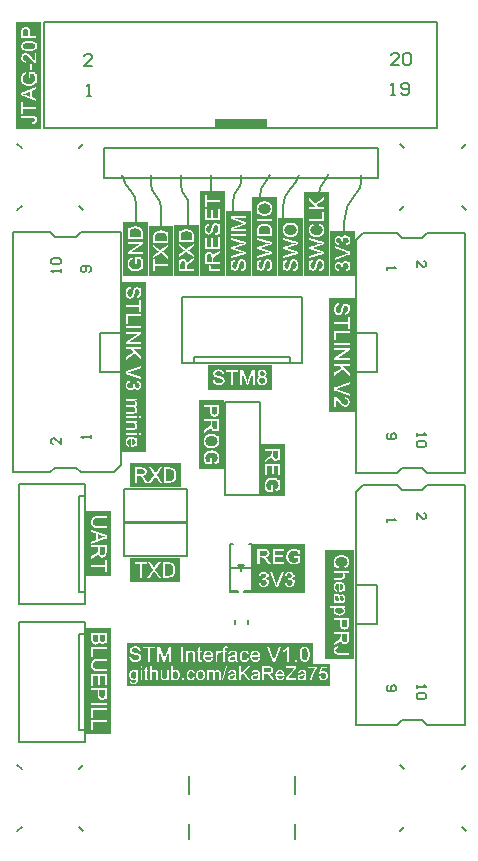
<source format=gbr>
G04*
G04 #@! TF.GenerationSoftware,Altium Limited,Altium Designer,24.2.2 (26)*
G04*
G04 Layer_Color=65535*
%FSLAX44Y44*%
%MOMM*%
G71*
G04*
G04 #@! TF.SameCoordinates,A69A520D-3C44-4C1A-B5D4-BA9765A151AF*
G04*
G04*
G04 #@! TF.FilePolarity,Positive*
G04*
G01*
G75*
%ADD10C,0.2000*%
%ADD11C,0.2032*%
%ADD12C,0.1500*%
%ADD13C,0.1524*%
%ADD14R,4.5000X0.8000*%
G36*
X260350Y151576D02*
X275060D01*
Y132463D01*
X102870D01*
Y151130D01*
Y168910D01*
X260350D01*
Y151576D01*
D02*
G37*
G36*
X253902Y234522D02*
X253940D01*
Y211431D01*
X209490D01*
Y231710D01*
X209427D01*
Y253449D01*
X253902D01*
Y234522D01*
D02*
G37*
G36*
X185879Y480060D02*
X164622D01*
Y552183D01*
X185879D01*
Y480060D01*
D02*
G37*
G36*
X185088Y316433D02*
X163830D01*
Y374650D01*
X185088D01*
Y316433D01*
D02*
G37*
G36*
X142023Y480060D02*
X121209D01*
Y522501D01*
X142023D01*
Y480060D01*
D02*
G37*
G36*
X163618D02*
X142804D01*
Y523501D01*
X163618D01*
Y480060D01*
D02*
G37*
G36*
X295101Y155325D02*
X270510D01*
Y247650D01*
X295101D01*
Y155325D01*
D02*
G37*
G36*
X295578Y365186D02*
X274320D01*
Y461010D01*
X295578D01*
Y365186D01*
D02*
G37*
G36*
X30480Y604520D02*
X9222D01*
Y694826D01*
X30480D01*
Y604520D01*
D02*
G37*
G36*
X236674Y293436D02*
X215417D01*
Y337710D01*
X236674D01*
Y293436D01*
D02*
G37*
G36*
X148851Y300990D02*
X105410D01*
Y321804D01*
X148851D01*
Y300990D01*
D02*
G37*
G36*
X147911Y220664D02*
X105470D01*
Y241478D01*
X147911D01*
Y220664D01*
D02*
G37*
G36*
X120650Y480060D02*
X99392D01*
Y525945D01*
X120650D01*
Y480060D01*
D02*
G37*
G36*
X207919D02*
X186661D01*
Y534629D01*
X207919D01*
Y480060D01*
D02*
G37*
G36*
X251998D02*
X230740D01*
Y529222D01*
X251998D01*
Y480060D01*
D02*
G37*
G36*
X274037D02*
X252779D01*
Y550887D01*
X274037D01*
Y480060D01*
D02*
G37*
G36*
X229958D02*
X208701D01*
Y547128D01*
X229958D01*
Y480060D01*
D02*
G37*
G36*
X295910D02*
X274819D01*
Y518353D01*
X295910D01*
Y480060D01*
D02*
G37*
G36*
X225612Y383540D02*
X171450D01*
Y404798D01*
X225612D01*
Y383540D01*
D02*
G37*
G36*
X89616Y225712D02*
X68580D01*
Y280670D01*
X89616D01*
Y225712D01*
D02*
G37*
G36*
Y91933D02*
X68580D01*
Y181610D01*
X89616D01*
Y91933D01*
D02*
G37*
G36*
X119048Y331161D02*
X97790D01*
Y474980D01*
X119048D01*
Y331161D01*
D02*
G37*
%LPC*%
G36*
X187084Y166388D02*
X186824D01*
X186454Y166369D01*
X186139Y166332D01*
X185862Y166258D01*
X185639Y166203D01*
X185454Y166129D01*
X185325Y166055D01*
X185232Y166017D01*
X185214Y165999D01*
X185010Y165851D01*
X184843Y165684D01*
X184714Y165518D01*
X184603Y165369D01*
X184510Y165240D01*
X184454Y165129D01*
X184436Y165036D01*
X184417Y165018D01*
X184362Y164832D01*
X184325Y164610D01*
X184288Y164370D01*
X184269Y164147D01*
Y163944D01*
X184251Y163777D01*
Y163666D01*
Y163647D01*
Y163629D01*
Y162647D01*
X182862D01*
Y162372D01*
X182621Y162499D01*
X182325Y162629D01*
X182066Y162722D01*
X181825Y162796D01*
X181621Y162833D01*
X181455Y162851D01*
X181325D01*
X181121Y162833D01*
X180936Y162796D01*
X180751Y162740D01*
X180603Y162685D01*
X180492Y162629D01*
X180381Y162574D01*
X180325Y162536D01*
X180307Y162518D01*
X180140Y162370D01*
X179973Y162185D01*
X179807Y161962D01*
X179659Y161759D01*
X179510Y161555D01*
X179418Y161388D01*
X179344Y161259D01*
X179325Y161240D01*
Y162647D01*
X177899D01*
Y153352D01*
X179473D01*
Y158203D01*
X179492Y158574D01*
X179510Y158907D01*
X179547Y159222D01*
X179603Y159500D01*
X179659Y159722D01*
X179696Y159889D01*
X179714Y160000D01*
X179733Y160037D01*
X179807Y160240D01*
X179899Y160407D01*
X179992Y160555D01*
X180084Y160685D01*
X180177Y160777D01*
X180233Y160851D01*
X180288Y160889D01*
X180307Y160907D01*
X180455Y161018D01*
X180621Y161092D01*
X180788Y161148D01*
X180918Y161185D01*
X181047Y161203D01*
X181140Y161222D01*
X181232D01*
X181436Y161203D01*
X181640Y161166D01*
X181843Y161111D01*
X182010Y161055D01*
X182158Y161000D01*
X182269Y160944D01*
X182344Y160907D01*
X182362Y160889D01*
X182862Y162146D01*
Y161425D01*
X184251D01*
Y153352D01*
X185825D01*
Y161425D01*
X187621D01*
Y162647D01*
X185825D01*
Y163499D01*
X185843Y163796D01*
X185880Y164036D01*
X185917Y164221D01*
X185973Y164370D01*
X186028Y164499D01*
X186084Y164573D01*
X186102Y164610D01*
X186121Y164629D01*
X186250Y164740D01*
X186399Y164814D01*
X186565Y164869D01*
X186732Y164907D01*
X186880Y164925D01*
X187010Y164944D01*
X187121D01*
X187454Y164925D01*
X187602Y164907D01*
X187750D01*
X187880Y164888D01*
X187973Y164869D01*
X188028Y164851D01*
X188047D01*
X188287Y166221D01*
X187991Y166277D01*
X187732Y166314D01*
X187472Y166351D01*
X187250Y166369D01*
X187084Y166388D01*
D02*
G37*
G36*
X110092D02*
X109851D01*
X109369Y166369D01*
X108944Y166314D01*
X108536Y166240D01*
X108184Y166166D01*
X107907Y166092D01*
X107777Y166055D01*
X107684Y166017D01*
X107611Y165980D01*
X107555Y165962D01*
X107518Y165944D01*
X107499D01*
X107129Y165758D01*
X106796Y165555D01*
X106518Y165332D01*
X106296Y165129D01*
X106129Y164944D01*
X105999Y164795D01*
X105907Y164684D01*
X105888Y164666D01*
Y164647D01*
X105703Y164333D01*
X105574Y164018D01*
X105481Y163703D01*
X105426Y163425D01*
X105388Y163185D01*
X105351Y162999D01*
Y162925D01*
Y162870D01*
Y162851D01*
Y162833D01*
X105370Y162518D01*
X105426Y162222D01*
X105500Y161944D01*
X105574Y161703D01*
X105648Y161518D01*
X105722Y161370D01*
X105777Y161277D01*
X105796Y161240D01*
X105981Y160981D01*
X106203Y160740D01*
X106425Y160537D01*
X106648Y160370D01*
X106833Y160222D01*
X106999Y160129D01*
X107111Y160055D01*
X107129Y160037D01*
X107148D01*
X107296Y159963D01*
X107462Y159889D01*
X107833Y159759D01*
X108258Y159629D01*
X108666Y159500D01*
X109036Y159389D01*
X109203Y159352D01*
X109351Y159314D01*
X109462Y159277D01*
X109555Y159259D01*
X109610Y159241D01*
X109629D01*
X109944Y159166D01*
X110240Y159092D01*
X110499Y159018D01*
X110721Y158963D01*
X110943Y158907D01*
X111129Y158852D01*
X111295Y158815D01*
X111425Y158759D01*
X111554Y158722D01*
X111647Y158703D01*
X111795Y158648D01*
X111888Y158629D01*
X111906Y158611D01*
X112184Y158500D01*
X112425Y158370D01*
X112628Y158241D01*
X112777Y158130D01*
X112906Y158018D01*
X112980Y157944D01*
X113036Y157889D01*
X113054Y157870D01*
X113184Y157704D01*
X113277Y157518D01*
X113332Y157333D01*
X113388Y157185D01*
X113406Y157037D01*
X113425Y156926D01*
Y156833D01*
Y156815D01*
X113406Y156593D01*
X113369Y156389D01*
X113314Y156204D01*
X113239Y156056D01*
X113165Y155907D01*
X113110Y155815D01*
X113073Y155741D01*
X113054Y155722D01*
X112906Y155537D01*
X112721Y155389D01*
X112536Y155259D01*
X112369Y155130D01*
X112203Y155056D01*
X112073Y154982D01*
X111980Y154945D01*
X111943Y154926D01*
X111666Y154833D01*
X111369Y154760D01*
X111073Y154722D01*
X110814Y154685D01*
X110592Y154667D01*
X110407Y154648D01*
X110240D01*
X109832Y154667D01*
X109462Y154704D01*
X109129Y154760D01*
X108833Y154833D01*
X108592Y154908D01*
X108407Y154963D01*
X108351Y154982D01*
X108296Y155000D01*
X108277Y155019D01*
X108258D01*
X107962Y155167D01*
X107684Y155333D01*
X107481Y155500D01*
X107296Y155667D01*
X107148Y155796D01*
X107055Y155926D01*
X106999Y156000D01*
X106981Y156019D01*
X106851Y156259D01*
X106722Y156518D01*
X106648Y156796D01*
X106573Y157037D01*
X106518Y157278D01*
X106481Y157444D01*
Y157518D01*
X106462Y157574D01*
Y157592D01*
Y157611D01*
X104870Y157463D01*
X104907Y157000D01*
X104981Y156556D01*
X105092Y156167D01*
X105222Y155815D01*
X105351Y155537D01*
X105407Y155426D01*
X105444Y155333D01*
X105500Y155259D01*
X105518Y155204D01*
X105555Y155167D01*
Y155148D01*
X105833Y154796D01*
X106129Y154482D01*
X106444Y154222D01*
X106740Y154000D01*
X106999Y153834D01*
X107222Y153722D01*
X107296Y153686D01*
X107351Y153649D01*
X107388Y153630D01*
X107407D01*
X107870Y153463D01*
X108351Y153334D01*
X108833Y153260D01*
X109296Y153186D01*
X109518Y153167D01*
X109703Y153148D01*
X109869D01*
X110018Y153130D01*
X110314D01*
X110814Y153148D01*
X111277Y153204D01*
X111703Y153297D01*
X112054Y153389D01*
X112351Y153463D01*
X112480Y153519D01*
X112591Y153556D01*
X112666Y153593D01*
X112721Y153611D01*
X112758Y153630D01*
X112777D01*
X113165Y153834D01*
X113499Y154056D01*
X113795Y154297D01*
X114036Y154519D01*
X114221Y154704D01*
X114351Y154871D01*
X114443Y154982D01*
X114462Y155000D01*
Y155019D01*
X114665Y155371D01*
X114813Y155704D01*
X114906Y156019D01*
X114980Y156315D01*
X115017Y156574D01*
X115054Y156778D01*
Y156944D01*
X115036Y157315D01*
X114980Y157667D01*
X114888Y157981D01*
X114795Y158241D01*
X114684Y158463D01*
X114610Y158629D01*
X114536Y158722D01*
X114517Y158759D01*
X114295Y159037D01*
X114036Y159296D01*
X113758Y159518D01*
X113480Y159722D01*
X113239Y159870D01*
X113036Y159981D01*
X112962Y160018D01*
X112906Y160055D01*
X112869Y160074D01*
X112851D01*
X112703Y160148D01*
X112517Y160203D01*
X112314Y160277D01*
X112092Y160352D01*
X111629Y160481D01*
X111147Y160611D01*
X110925Y160666D01*
X110721Y160722D01*
X110518Y160777D01*
X110351Y160814D01*
X110221Y160851D01*
X110110Y160870D01*
X110036Y160889D01*
X110018D01*
X109647Y160981D01*
X109314Y161055D01*
X109018Y161148D01*
X108758Y161222D01*
X108518Y161314D01*
X108314Y161388D01*
X108129Y161462D01*
X107962Y161518D01*
X107833Y161592D01*
X107722Y161648D01*
X107647Y161685D01*
X107573Y161740D01*
X107481Y161796D01*
X107462Y161814D01*
X107296Y161999D01*
X107185Y162185D01*
X107092Y162370D01*
X107036Y162555D01*
X106999Y162703D01*
X106981Y162833D01*
Y162907D01*
Y162944D01*
X107018Y163240D01*
X107092Y163499D01*
X107203Y163722D01*
X107333Y163925D01*
X107444Y164073D01*
X107555Y164203D01*
X107629Y164277D01*
X107666Y164296D01*
X107814Y164388D01*
X107962Y164481D01*
X108314Y164629D01*
X108684Y164721D01*
X109055Y164795D01*
X109388Y164832D01*
X109536Y164851D01*
X109647Y164869D01*
X109907D01*
X110425Y164851D01*
X110888Y164777D01*
X111258Y164666D01*
X111573Y164555D01*
X111814Y164444D01*
X111999Y164333D01*
X112092Y164258D01*
X112128Y164240D01*
X112388Y163981D01*
X112591Y163703D01*
X112758Y163407D01*
X112869Y163110D01*
X112943Y162833D01*
X112999Y162629D01*
X113017Y162536D01*
X113036Y162481D01*
Y162444D01*
Y162425D01*
X114665Y162555D01*
X114628Y162962D01*
X114536Y163333D01*
X114443Y163685D01*
X114313Y163981D01*
X114202Y164221D01*
X114110Y164407D01*
X114073Y164462D01*
X114036Y164518D01*
X114017Y164536D01*
Y164555D01*
X113777Y164869D01*
X113517Y165147D01*
X113239Y165388D01*
X112962Y165573D01*
X112721Y165740D01*
X112536Y165832D01*
X112462Y165869D01*
X112406Y165906D01*
X112369Y165925D01*
X112351D01*
X111943Y166073D01*
X111499Y166184D01*
X111092Y166277D01*
X110703Y166332D01*
X110351Y166369D01*
X110221D01*
X110092Y166388D01*
D02*
G37*
G36*
X157513Y162851D02*
X157365D01*
X157013Y162833D01*
X156679Y162777D01*
X156383Y162703D01*
X156087Y162610D01*
X155828Y162499D01*
X155587Y162370D01*
X155365Y162222D01*
X155180Y162092D01*
X154994Y161944D01*
X154846Y161796D01*
X154717Y161666D01*
X154606Y161555D01*
X154531Y161462D01*
X154476Y161388D01*
X154439Y161333D01*
X154420Y161314D01*
Y162647D01*
X153013D01*
Y153352D01*
X154587D01*
Y158407D01*
Y158722D01*
X154624Y159037D01*
X154661Y159296D01*
X154698Y159537D01*
X154754Y159759D01*
X154809Y159963D01*
X154883Y160148D01*
X154957Y160296D01*
X155013Y160425D01*
X155087Y160537D01*
X155143Y160629D01*
X155198Y160703D01*
X155272Y160796D01*
X155309Y160833D01*
X155587Y161055D01*
X155883Y161203D01*
X156180Y161314D01*
X156439Y161407D01*
X156679Y161444D01*
X156865Y161462D01*
X156939Y161481D01*
X157031D01*
X157254Y161462D01*
X157476Y161444D01*
X157661Y161388D01*
X157809Y161333D01*
X157939Y161277D01*
X158050Y161240D01*
X158105Y161203D01*
X158124Y161185D01*
X158290Y161074D01*
X158439Y160944D01*
X158550Y160814D01*
X158642Y160703D01*
X158698Y160592D01*
X158753Y160500D01*
X158790Y160444D01*
Y160425D01*
X158846Y160222D01*
X158901Y160000D01*
X158939Y159759D01*
X158957Y159518D01*
X158975Y159314D01*
Y159148D01*
Y159018D01*
Y159000D01*
Y158981D01*
Y153352D01*
X160549D01*
Y159444D01*
X160531Y159759D01*
X160512Y160018D01*
Y160240D01*
X160494Y160389D01*
X160475Y160500D01*
X160457Y160574D01*
Y160592D01*
X160401Y160833D01*
X160309Y161055D01*
X160235Y161240D01*
X160161Y161425D01*
X160068Y161555D01*
X160012Y161648D01*
X159975Y161722D01*
X159957Y161740D01*
X159809Y161925D01*
X159642Y162073D01*
X159475Y162222D01*
X159290Y162333D01*
X159142Y162425D01*
X159012Y162481D01*
X158939Y162518D01*
X158901Y162536D01*
X158642Y162647D01*
X158364Y162722D01*
X158105Y162777D01*
X157865Y162814D01*
X157661Y162833D01*
X157513Y162851D01*
D02*
G37*
G36*
X202730D02*
X202582D01*
X202138Y162833D01*
X201730Y162759D01*
X201341Y162666D01*
X201027Y162574D01*
X200749Y162462D01*
X200638Y162407D01*
X200545Y162370D01*
X200471Y162333D01*
X200416Y162296D01*
X200379Y162277D01*
X200360D01*
X200008Y162055D01*
X199694Y161777D01*
X199434Y161500D01*
X199212Y161222D01*
X199045Y160981D01*
X198934Y160777D01*
X198897Y160703D01*
X198860Y160648D01*
X198842Y160611D01*
Y160592D01*
X198675Y160148D01*
X198564Y159703D01*
X198471Y159259D01*
X198416Y158852D01*
X198397Y158666D01*
X198379Y158500D01*
Y158352D01*
X198360Y158222D01*
Y157963D01*
X198379Y157537D01*
X198416Y157148D01*
X198471Y156759D01*
X198545Y156426D01*
X198619Y156093D01*
X198731Y155815D01*
X198823Y155537D01*
X198934Y155296D01*
X199045Y155093D01*
X199138Y154908D01*
X199249Y154741D01*
X199323Y154611D01*
X199397Y154519D01*
X199453Y154445D01*
X199490Y154408D01*
X199508Y154389D01*
X199730Y154167D01*
X199971Y153982D01*
X200212Y153815D01*
X200471Y153667D01*
X200730Y153556D01*
X200971Y153445D01*
X201471Y153297D01*
X201693Y153260D01*
X201897Y153223D01*
X202082Y153186D01*
X202249Y153167D01*
X202378Y153148D01*
X202564D01*
X202841Y153167D01*
X203119Y153186D01*
X203601Y153297D01*
X204045Y153426D01*
X204415Y153593D01*
X204563Y153686D01*
X204711Y153760D01*
X204841Y153834D01*
X204934Y153908D01*
X205008Y153963D01*
X205063Y154000D01*
X205100Y154019D01*
X205119Y154037D01*
X205304Y154222D01*
X205471Y154408D01*
X205767Y154815D01*
X206008Y155241D01*
X206174Y155630D01*
X206304Y156000D01*
X206341Y156148D01*
X206378Y156296D01*
X206397Y156407D01*
X206415Y156482D01*
X206434Y156537D01*
Y156556D01*
X204878Y156759D01*
X204804Y156352D01*
X204693Y155982D01*
X204545Y155685D01*
X204415Y155445D01*
X204286Y155241D01*
X204174Y155111D01*
X204119Y155019D01*
X204082Y155000D01*
X203841Y154815D01*
X203582Y154685D01*
X203323Y154574D01*
X203082Y154519D01*
X202878Y154482D01*
X202693Y154463D01*
X202582Y154445D01*
X202545D01*
X202341Y154463D01*
X202138Y154482D01*
X201767Y154574D01*
X201453Y154704D01*
X201175Y154871D01*
X200971Y155019D01*
X200805Y155148D01*
X200712Y155241D01*
X200675Y155278D01*
X200545Y155445D01*
X200434Y155648D01*
X200268Y156056D01*
X200138Y156518D01*
X200064Y156963D01*
X200008Y157370D01*
X199990Y157537D01*
Y157704D01*
X199971Y157815D01*
Y157926D01*
Y157981D01*
Y158000D01*
Y158333D01*
X200008Y158648D01*
X200045Y158944D01*
X200082Y159203D01*
X200138Y159444D01*
X200212Y159666D01*
X200268Y159870D01*
X200342Y160055D01*
X200416Y160203D01*
X200471Y160333D01*
X200545Y160444D01*
X200601Y160537D01*
X200638Y160611D01*
X200675Y160666D01*
X200712Y160685D01*
Y160703D01*
X200860Y160851D01*
X201008Y160981D01*
X201323Y161203D01*
X201656Y161351D01*
X201952Y161444D01*
X202230Y161518D01*
X202434Y161537D01*
X202526Y161555D01*
X202638D01*
X202915Y161537D01*
X203175Y161481D01*
X203397Y161407D01*
X203601Y161314D01*
X203749Y161222D01*
X203878Y161148D01*
X203952Y161092D01*
X203971Y161074D01*
X204156Y160889D01*
X204323Y160666D01*
X204471Y160425D01*
X204563Y160203D01*
X204656Y160000D01*
X204711Y159833D01*
X204730Y159722D01*
X204748Y159703D01*
Y159685D01*
X206285Y159926D01*
X206156Y160425D01*
X205971Y160851D01*
X205767Y161222D01*
X205563Y161518D01*
X205360Y161759D01*
X205193Y161925D01*
X205082Y162036D01*
X205063Y162073D01*
X205045D01*
X204656Y162333D01*
X204249Y162518D01*
X203841Y162666D01*
X203452Y162759D01*
X203101Y162814D01*
X202952Y162833D01*
X202841D01*
X202730Y162851D01*
D02*
G37*
G36*
X140496Y166166D02*
X138218D01*
X135145Y157241D01*
X134978Y156759D01*
X134848Y156352D01*
X134719Y156000D01*
X134626Y155704D01*
X134552Y155482D01*
X134497Y155315D01*
X134478Y155222D01*
X134459Y155185D01*
X134385Y155445D01*
X134293Y155741D01*
X134182Y156056D01*
X134089Y156370D01*
X133997Y156648D01*
X133923Y156870D01*
X133885Y156963D01*
X133867Y157018D01*
X133848Y157056D01*
Y157074D01*
X130812Y166166D01*
X128275D01*
Y153352D01*
X129904D01*
Y164258D01*
X133608Y153352D01*
X135126D01*
X138867Y164073D01*
Y153352D01*
X140496D01*
Y166166D01*
D02*
G37*
G36*
X233338D02*
X231616D01*
X228135Y156852D01*
X227987Y156463D01*
X227857Y156093D01*
X227746Y155741D01*
X227654Y155426D01*
X227561Y155148D01*
X227505Y154945D01*
X227487Y154871D01*
X227468Y154815D01*
X227450Y154778D01*
Y154760D01*
X227228Y155500D01*
X227117Y155852D01*
X227006Y156167D01*
X226913Y156445D01*
X226876Y156556D01*
X226857Y156667D01*
X226820Y156741D01*
X226802Y156796D01*
X226783Y156833D01*
Y156852D01*
X223450Y166166D01*
X221599D01*
X226561Y153352D01*
X228339D01*
X233338Y166166D01*
D02*
G37*
G36*
X246874Y155148D02*
X245078D01*
Y153352D01*
X246874D01*
Y155148D01*
D02*
G37*
G36*
X240152Y166221D02*
X239134D01*
X238949Y165906D01*
X238745Y165610D01*
X238504Y165314D01*
X238282Y165055D01*
X238060Y164832D01*
X237893Y164647D01*
X237819Y164592D01*
X237764Y164536D01*
X237745Y164518D01*
X237727Y164499D01*
X237338Y164184D01*
X236949Y163888D01*
X236579Y163629D01*
X236208Y163425D01*
X235893Y163240D01*
X235764Y163166D01*
X235653Y163110D01*
X235560Y163055D01*
X235486Y163036D01*
X235449Y162999D01*
X235431D01*
Y161481D01*
X235708Y161592D01*
X235986Y161722D01*
X236264Y161851D01*
X236523Y161981D01*
X236745Y162092D01*
X236930Y162185D01*
X237041Y162259D01*
X237060Y162277D01*
X237078D01*
X237412Y162481D01*
X237708Y162685D01*
X237967Y162870D01*
X238171Y163036D01*
X238356Y163166D01*
X238467Y163277D01*
X238560Y163351D01*
X238578Y163370D01*
Y153352D01*
X240152D01*
Y166221D01*
D02*
G37*
G36*
X192990Y162851D02*
X192787D01*
X192342Y162833D01*
X191954Y162796D01*
X191583Y162740D01*
X191287Y162685D01*
X191028Y162629D01*
X190843Y162574D01*
X190769Y162555D01*
X190713Y162536D01*
X190694Y162518D01*
X190676D01*
X190361Y162388D01*
X190083Y162222D01*
X189843Y162073D01*
X189639Y161925D01*
X189491Y161777D01*
X189380Y161666D01*
X189306Y161592D01*
X189287Y161574D01*
X189121Y161333D01*
X188972Y161074D01*
X188861Y160814D01*
X188769Y160574D01*
X188695Y160333D01*
X188639Y160166D01*
X188621Y160092D01*
Y160037D01*
X188602Y160018D01*
Y160000D01*
X190139Y159796D01*
X190250Y160129D01*
X190361Y160425D01*
X190491Y160666D01*
X190602Y160851D01*
X190713Y161000D01*
X190805Y161092D01*
X190880Y161148D01*
X190898Y161166D01*
X191120Y161296D01*
X191380Y161388D01*
X191657Y161462D01*
X191917Y161500D01*
X192176Y161537D01*
X192361Y161555D01*
X192546D01*
X192972Y161537D01*
X193342Y161481D01*
X193639Y161388D01*
X193898Y161296D01*
X194083Y161185D01*
X194231Y161111D01*
X194324Y161037D01*
X194342Y161018D01*
X194490Y160851D01*
X194601Y160648D01*
X194694Y160425D01*
X194750Y160203D01*
X194787Y160000D01*
X194805Y159815D01*
Y159703D01*
Y159685D01*
Y159666D01*
Y159629D01*
Y159555D01*
Y159426D01*
X194787Y159314D01*
Y159277D01*
Y159259D01*
X194601Y159203D01*
X194398Y159148D01*
X193972Y159037D01*
X193490Y158944D01*
X193046Y158852D01*
X192824Y158815D01*
X192620Y158796D01*
X192435Y158759D01*
X192287Y158741D01*
X192157Y158722D01*
X192065D01*
X191991Y158703D01*
X191972D01*
X191639Y158666D01*
X191361Y158611D01*
X191120Y158574D01*
X190935Y158537D01*
X190787Y158518D01*
X190676Y158481D01*
X190602Y158463D01*
X190583D01*
X190343Y158389D01*
X190139Y158315D01*
X189935Y158222D01*
X189769Y158148D01*
X189620Y158074D01*
X189528Y158000D01*
X189454Y157963D01*
X189435Y157944D01*
X189250Y157815D01*
X189102Y157667D01*
X188954Y157518D01*
X188843Y157370D01*
X188750Y157241D01*
X188676Y157130D01*
X188639Y157056D01*
X188621Y157037D01*
X188528Y156833D01*
X188454Y156611D01*
X188398Y156407D01*
X188361Y156204D01*
X188343Y156037D01*
X188324Y155907D01*
Y155796D01*
X188343Y155574D01*
X188361Y155389D01*
X188454Y155000D01*
X188584Y154685D01*
X188732Y154408D01*
X188880Y154185D01*
X189009Y154019D01*
X189102Y153926D01*
X189139Y153889D01*
X189472Y153649D01*
X189843Y153463D01*
X190250Y153334D01*
X190620Y153241D01*
X190954Y153186D01*
X191102Y153167D01*
X191231D01*
X191343Y153148D01*
X191491D01*
X191824Y153167D01*
X192157Y153204D01*
X192453Y153241D01*
X192713Y153297D01*
X192916Y153352D01*
X193083Y153408D01*
X193194Y153426D01*
X193231Y153445D01*
X193546Y153574D01*
X193842Y153741D01*
X194120Y153926D01*
X194398Y154093D01*
X194620Y154260D01*
X194787Y154389D01*
X194898Y154482D01*
X194916Y154519D01*
X194935D01*
X194972Y154278D01*
X195009Y154056D01*
X195046Y153852D01*
X195101Y153686D01*
X195157Y153537D01*
X195194Y153445D01*
X195212Y153371D01*
X195231Y153352D01*
X196879D01*
X196786Y153556D01*
X196694Y153760D01*
X196620Y153945D01*
X196583Y154111D01*
X196527Y154260D01*
X196509Y154371D01*
X196490Y154445D01*
Y154463D01*
X196472Y154593D01*
X196453Y154760D01*
Y154945D01*
X196435Y155148D01*
X196416Y155611D01*
Y156074D01*
X196397Y156518D01*
Y156722D01*
Y156889D01*
Y157037D01*
Y157148D01*
Y157222D01*
Y157241D01*
Y159352D01*
Y159703D01*
X196379Y160018D01*
X196360Y160259D01*
Y160463D01*
X196342Y160611D01*
X196324Y160722D01*
X196305Y160777D01*
Y160796D01*
X196249Y161037D01*
X196175Y161240D01*
X196101Y161407D01*
X196009Y161574D01*
X195935Y161685D01*
X195879Y161777D01*
X195842Y161833D01*
X195823Y161851D01*
X195675Y161999D01*
X195509Y162148D01*
X195324Y162259D01*
X195138Y162370D01*
X194972Y162444D01*
X194842Y162499D01*
X194750Y162536D01*
X194713Y162555D01*
X194416Y162647D01*
X194102Y162722D01*
X193787Y162777D01*
X193472Y162814D01*
X193194Y162833D01*
X192990Y162851D01*
D02*
G37*
G36*
X150217Y166166D02*
X148514D01*
Y153352D01*
X150217D01*
Y166166D01*
D02*
G37*
G36*
X126572D02*
X116424D01*
Y164647D01*
X120646D01*
Y153352D01*
X122350D01*
Y164647D01*
X126572D01*
Y166166D01*
D02*
G37*
G36*
X164808Y165888D02*
X163234Y164944D01*
Y162647D01*
X162068D01*
Y161425D01*
X163234D01*
Y156056D01*
Y155796D01*
Y155574D01*
X163253Y155371D01*
X163271Y155167D01*
Y155000D01*
X163290Y154852D01*
X163327Y154611D01*
X163364Y154426D01*
X163382Y154297D01*
X163419Y154222D01*
Y154204D01*
X163494Y154037D01*
X163605Y153908D01*
X163716Y153778D01*
X163808Y153686D01*
X163919Y153593D01*
X163993Y153537D01*
X164049Y153500D01*
X164068Y153482D01*
X164271Y153389D01*
X164475Y153334D01*
X164697Y153278D01*
X164919Y153260D01*
X165105Y153241D01*
X165253Y153223D01*
X165401D01*
X165808Y153241D01*
X166012Y153260D01*
X166197Y153297D01*
X166364Y153315D01*
X166493Y153334D01*
X166567Y153352D01*
X166604D01*
X166401Y154741D01*
X166252Y154722D01*
X166104Y154704D01*
X165975D01*
X165882Y154685D01*
X165697D01*
X165456Y154704D01*
X165290Y154741D01*
X165197Y154778D01*
X165160Y154796D01*
X165030Y154889D01*
X164956Y154982D01*
X164901Y155056D01*
X164882Y155093D01*
X164864Y155185D01*
X164845Y155315D01*
X164827Y155611D01*
X164808Y155741D01*
Y155852D01*
Y155926D01*
Y155963D01*
Y161425D01*
X166401D01*
Y162647D01*
X164808D01*
Y165888D01*
D02*
G37*
G36*
X211766Y162851D02*
X211581D01*
X211229Y162833D01*
X210896Y162796D01*
X210581Y162740D01*
X210285Y162647D01*
X210007Y162555D01*
X209748Y162444D01*
X209507Y162333D01*
X209304Y162203D01*
X209100Y162092D01*
X208933Y161962D01*
X208785Y161851D01*
X208674Y161759D01*
X208582Y161666D01*
X208507Y161611D01*
X208470Y161574D01*
X208452Y161555D01*
X208248Y161296D01*
X208063Y161018D01*
X207896Y160740D01*
X207748Y160444D01*
X207637Y160129D01*
X207544Y159833D01*
X207396Y159241D01*
X207341Y158981D01*
X207304Y158722D01*
X207285Y158500D01*
X207267Y158296D01*
X207248Y158130D01*
Y157907D01*
X207267Y157500D01*
X207304Y157111D01*
X207359Y156741D01*
X207433Y156407D01*
X207526Y156093D01*
X207619Y155796D01*
X207730Y155537D01*
X207841Y155296D01*
X207952Y155093D01*
X208063Y154908D01*
X208156Y154760D01*
X208248Y154630D01*
X208322Y154519D01*
X208378Y154445D01*
X208415Y154408D01*
X208433Y154389D01*
X208674Y154167D01*
X208915Y153982D01*
X209174Y153815D01*
X209452Y153667D01*
X209711Y153556D01*
X209989Y153445D01*
X210507Y153297D01*
X210748Y153260D01*
X210970Y153223D01*
X211174Y153186D01*
X211340Y153167D01*
X211470Y153148D01*
X211674D01*
X212248Y153186D01*
X212766Y153278D01*
X213229Y153389D01*
X213414Y153463D01*
X213599Y153537D01*
X213766Y153611D01*
X213914Y153686D01*
X214025Y153741D01*
X214137Y153797D01*
X214210Y153852D01*
X214266Y153889D01*
X214303Y153926D01*
X214322D01*
X214692Y154260D01*
X214988Y154611D01*
X215247Y154982D01*
X215433Y155333D01*
X215581Y155648D01*
X215636Y155796D01*
X215692Y155907D01*
X215729Y156019D01*
X215747Y156093D01*
X215766Y156130D01*
Y156148D01*
X214137Y156352D01*
X213988Y156000D01*
X213822Y155704D01*
X213655Y155445D01*
X213507Y155241D01*
X213377Y155093D01*
X213266Y154982D01*
X213174Y154908D01*
X213155Y154889D01*
X212914Y154741D01*
X212674Y154630D01*
X212414Y154556D01*
X212192Y154500D01*
X211989Y154463D01*
X211822Y154445D01*
X211674D01*
X211451Y154463D01*
X211248Y154482D01*
X210877Y154574D01*
X210544Y154704D01*
X210248Y154852D01*
X210026Y154982D01*
X209859Y155111D01*
X209748Y155204D01*
X209729Y155241D01*
X209711D01*
X209452Y155574D01*
X209248Y155944D01*
X209100Y156352D01*
X208989Y156722D01*
X208933Y157056D01*
X208896Y157204D01*
X208878Y157333D01*
Y157444D01*
X208859Y157518D01*
Y157574D01*
Y157592D01*
X215803D01*
X215821Y157778D01*
Y158000D01*
X215803Y158426D01*
X215766Y158815D01*
X215710Y159185D01*
X215636Y159537D01*
X215544Y159852D01*
X215451Y160148D01*
X215340Y160407D01*
X215229Y160648D01*
X215118Y160870D01*
X215007Y161055D01*
X214914Y161203D01*
X214822Y161333D01*
X214748Y161444D01*
X214692Y161518D01*
X214655Y161555D01*
X214636Y161574D01*
X214414Y161796D01*
X214174Y161999D01*
X213914Y162166D01*
X213655Y162314D01*
X213396Y162444D01*
X213155Y162536D01*
X212896Y162629D01*
X212674Y162685D01*
X212433Y162740D01*
X212229Y162777D01*
X212044Y162814D01*
X211896Y162833D01*
X211766Y162851D01*
D02*
G37*
G36*
X171937D02*
X171752D01*
X171400Y162833D01*
X171067Y162796D01*
X170752Y162740D01*
X170456Y162647D01*
X170178Y162555D01*
X169919Y162444D01*
X169678Y162333D01*
X169474Y162203D01*
X169271Y162092D01*
X169104Y161962D01*
X168956Y161851D01*
X168845Y161759D01*
X168752Y161666D01*
X168678Y161611D01*
X168641Y161574D01*
X168623Y161555D01*
X168419Y161296D01*
X168234Y161018D01*
X168067Y160740D01*
X167919Y160444D01*
X167808Y160129D01*
X167715Y159833D01*
X167567Y159241D01*
X167512Y158981D01*
X167475Y158722D01*
X167456Y158500D01*
X167438Y158296D01*
X167419Y158130D01*
Y157907D01*
X167438Y157500D01*
X167475Y157111D01*
X167530Y156741D01*
X167604Y156407D01*
X167697Y156093D01*
X167789Y155796D01*
X167901Y155537D01*
X168012Y155296D01*
X168123Y155093D01*
X168234Y154908D01*
X168326Y154760D01*
X168419Y154630D01*
X168493Y154519D01*
X168549Y154445D01*
X168586Y154408D01*
X168604Y154389D01*
X168845Y154167D01*
X169086Y153982D01*
X169345Y153815D01*
X169622Y153667D01*
X169882Y153556D01*
X170159Y153445D01*
X170678Y153297D01*
X170919Y153260D01*
X171141Y153223D01*
X171345Y153186D01*
X171511Y153167D01*
X171641Y153148D01*
X171845D01*
X172419Y153186D01*
X172937Y153278D01*
X173400Y153389D01*
X173585Y153463D01*
X173770Y153537D01*
X173937Y153611D01*
X174085Y153686D01*
X174196Y153741D01*
X174307Y153797D01*
X174381Y153852D01*
X174437Y153889D01*
X174474Y153926D01*
X174492D01*
X174863Y154260D01*
X175159Y154611D01*
X175418Y154982D01*
X175603Y155333D01*
X175751Y155648D01*
X175807Y155796D01*
X175863Y155907D01*
X175900Y156019D01*
X175918Y156093D01*
X175937Y156130D01*
Y156148D01*
X174307Y156352D01*
X174159Y156000D01*
X173993Y155704D01*
X173826Y155445D01*
X173678Y155241D01*
X173548Y155093D01*
X173437Y154982D01*
X173344Y154908D01*
X173326Y154889D01*
X173085Y154741D01*
X172844Y154630D01*
X172585Y154556D01*
X172363Y154500D01*
X172159Y154463D01*
X171993Y154445D01*
X171845D01*
X171622Y154463D01*
X171419Y154482D01*
X171048Y154574D01*
X170715Y154704D01*
X170419Y154852D01*
X170197Y154982D01*
X170030Y155111D01*
X169919Y155204D01*
X169900Y155241D01*
X169882D01*
X169622Y155574D01*
X169419Y155944D01*
X169271Y156352D01*
X169160Y156722D01*
X169104Y157056D01*
X169067Y157204D01*
X169049Y157333D01*
Y157444D01*
X169030Y157518D01*
Y157574D01*
Y157592D01*
X175974D01*
X175992Y157778D01*
Y158000D01*
X175974Y158426D01*
X175937Y158815D01*
X175881Y159185D01*
X175807Y159537D01*
X175714Y159852D01*
X175622Y160148D01*
X175511Y160407D01*
X175400Y160648D01*
X175289Y160870D01*
X175177Y161055D01*
X175085Y161203D01*
X174992Y161333D01*
X174918Y161444D01*
X174863Y161518D01*
X174826Y161555D01*
X174807Y161574D01*
X174585Y161796D01*
X174344Y161999D01*
X174085Y162166D01*
X173826Y162314D01*
X173567Y162444D01*
X173326Y162536D01*
X173067Y162629D01*
X172844Y162685D01*
X172604Y162740D01*
X172400Y162777D01*
X172215Y162814D01*
X172067Y162833D01*
X171937Y162851D01*
D02*
G37*
G36*
X253521Y166221D02*
X253355D01*
X252855Y166184D01*
X252392Y166110D01*
X252003Y165980D01*
X251670Y165851D01*
X251392Y165703D01*
X251281Y165647D01*
X251188Y165573D01*
X251114Y165536D01*
X251059Y165499D01*
X251040Y165462D01*
X251021D01*
X250688Y165166D01*
X250410Y164814D01*
X250170Y164462D01*
X249985Y164129D01*
X249837Y163814D01*
X249762Y163685D01*
X249725Y163555D01*
X249688Y163462D01*
X249651Y163388D01*
X249633Y163351D01*
Y163333D01*
X249559Y163055D01*
X249485Y162777D01*
X249373Y162166D01*
X249281Y161555D01*
X249225Y160981D01*
X249207Y160703D01*
X249188Y160463D01*
Y160240D01*
X249170Y160037D01*
Y159666D01*
X249188Y159018D01*
X249225Y158407D01*
X249281Y157852D01*
X249373Y157333D01*
X249466Y156852D01*
X249577Y156426D01*
X249688Y156037D01*
X249799Y155704D01*
X249911Y155407D01*
X250040Y155148D01*
X250133Y154926D01*
X250225Y154760D01*
X250318Y154611D01*
X250373Y154519D01*
X250410Y154463D01*
X250429Y154445D01*
X250633Y154222D01*
X250855Y154019D01*
X251096Y153834D01*
X251336Y153686D01*
X251577Y153556D01*
X251818Y153445D01*
X252058Y153371D01*
X252281Y153297D01*
X252503Y153241D01*
X252707Y153204D01*
X252892Y153167D01*
X253040Y153148D01*
X253169Y153130D01*
X253355D01*
X253855Y153167D01*
X254317Y153241D01*
X254706Y153371D01*
X255040Y153500D01*
X255317Y153630D01*
X255410Y153704D01*
X255502Y153760D01*
X255577Y153797D01*
X255632Y153834D01*
X255651Y153871D01*
X255669D01*
X256003Y154185D01*
X256280Y154519D01*
X256521Y154889D01*
X256706Y155222D01*
X256854Y155537D01*
X256928Y155667D01*
X256965Y155796D01*
X257002Y155889D01*
X257039Y155963D01*
X257058Y156000D01*
Y156019D01*
X257150Y156296D01*
X257225Y156574D01*
X257336Y157167D01*
X257428Y157778D01*
X257484Y158370D01*
X257502Y158629D01*
X257521Y158870D01*
Y159092D01*
X257539Y159296D01*
Y160018D01*
X257521Y160352D01*
Y160648D01*
X257502Y160944D01*
X257465Y161203D01*
X257447Y161462D01*
X257428Y161685D01*
X257391Y161888D01*
X257373Y162073D01*
X257336Y162240D01*
X257317Y162370D01*
X257299Y162481D01*
X257280Y162574D01*
X257262Y162629D01*
X257243Y162666D01*
Y162685D01*
X257132Y163092D01*
X257002Y163462D01*
X256854Y163777D01*
X256743Y164055D01*
X256614Y164296D01*
X256539Y164462D01*
X256465Y164555D01*
X256447Y164592D01*
X256243Y164869D01*
X256040Y165110D01*
X255817Y165314D01*
X255614Y165499D01*
X255429Y165629D01*
X255280Y165721D01*
X255188Y165777D01*
X255169Y165795D01*
X255151D01*
X254855Y165944D01*
X254540Y166036D01*
X254243Y166110D01*
X253966Y166166D01*
X253725Y166203D01*
X253521Y166221D01*
D02*
G37*
G36*
X115801Y149376D02*
X114384D01*
Y147760D01*
X115801D01*
Y149376D01*
D02*
G37*
G36*
X179718Y146393D02*
X179601D01*
X179301Y146376D01*
X179034Y146327D01*
X178768Y146260D01*
X178518Y146160D01*
X178284Y146043D01*
X178068Y145927D01*
X177885Y145793D01*
X177701Y145660D01*
X177535Y145510D01*
X177401Y145377D01*
X177285Y145260D01*
X177185Y145143D01*
X177101Y145043D01*
X177052Y144977D01*
X177018Y144927D01*
X177001Y144910D01*
X176902Y145160D01*
X176768Y145377D01*
X176618Y145560D01*
X176485Y145710D01*
X176352Y145843D01*
X176252Y145927D01*
X176185Y145977D01*
X176152Y145993D01*
X175919Y146127D01*
X175669Y146227D01*
X175419Y146293D01*
X175169Y146343D01*
X174969Y146376D01*
X174785Y146393D01*
X174636D01*
X174335Y146376D01*
X174052Y146327D01*
X173802Y146277D01*
X173586Y146210D01*
X173402Y146127D01*
X173269Y146077D01*
X173186Y146027D01*
X173153Y146010D01*
X172919Y145860D01*
X172719Y145693D01*
X172536Y145527D01*
X172386Y145360D01*
X172269Y145227D01*
X172169Y145110D01*
X172119Y145043D01*
X172103Y145010D01*
Y146210D01*
X170836D01*
Y137845D01*
X172253D01*
Y142178D01*
X172269Y142577D01*
X172286Y142927D01*
X172319Y143227D01*
X172369Y143477D01*
X172419Y143660D01*
X172453Y143794D01*
X172469Y143877D01*
X172486Y143911D01*
X172586Y144127D01*
X172703Y144310D01*
X172819Y144477D01*
X172936Y144610D01*
X173053Y144710D01*
X173136Y144777D01*
X173202Y144827D01*
X173219Y144844D01*
X173419Y144944D01*
X173602Y145027D01*
X173802Y145077D01*
X173969Y145127D01*
X174102Y145143D01*
X174219Y145160D01*
X174319D01*
X174602Y145143D01*
X174835Y145093D01*
X175035Y145010D01*
X175185Y144927D01*
X175302Y144827D01*
X175385Y144760D01*
X175435Y144694D01*
X175452Y144677D01*
X175569Y144477D01*
X175652Y144260D01*
X175718Y144027D01*
X175752Y143794D01*
X175785Y143594D01*
X175802Y143411D01*
Y143344D01*
Y143311D01*
Y143277D01*
Y143261D01*
Y137845D01*
X177218D01*
Y142694D01*
X177251Y143144D01*
X177318Y143527D01*
X177401Y143844D01*
X177518Y144110D01*
X177618Y144310D01*
X177718Y144444D01*
X177785Y144527D01*
X177801Y144560D01*
X178035Y144760D01*
X178284Y144910D01*
X178535Y145010D01*
X178768Y145093D01*
X178968Y145127D01*
X179134Y145143D01*
X179201Y145160D01*
X179284D01*
X179468Y145143D01*
X179618Y145127D01*
X179767Y145093D01*
X179884Y145043D01*
X180001Y144993D01*
X180067Y144960D01*
X180117Y144944D01*
X180134Y144927D01*
X180267Y144827D01*
X180367Y144727D01*
X180451Y144627D01*
X180517Y144527D01*
X180567Y144444D01*
X180601Y144377D01*
X180634Y144327D01*
Y144310D01*
X180684Y144160D01*
X180717Y143960D01*
X180734Y143760D01*
X180751Y143560D01*
X180767Y143377D01*
Y143227D01*
Y143127D01*
Y143111D01*
Y143094D01*
Y137845D01*
X182183D01*
Y143844D01*
X182150Y144077D01*
X182117Y144310D01*
X182084Y144510D01*
X182034Y144710D01*
X181967Y144877D01*
X181917Y145027D01*
X181850Y145177D01*
X181784Y145293D01*
X181734Y145410D01*
X181617Y145560D01*
X181550Y145660D01*
X181517Y145693D01*
X181250Y145927D01*
X180934Y146093D01*
X180617Y146227D01*
X180317Y146310D01*
X180034Y146360D01*
X179917Y146376D01*
X179801D01*
X179718Y146393D01*
D02*
G37*
G36*
X207160Y149376D02*
X205078D01*
X199379Y143644D01*
Y149376D01*
X197846D01*
Y137845D01*
X199379D01*
Y141844D01*
X201262Y143660D01*
X205361Y137845D01*
X207377D01*
X202328Y144694D01*
X207160Y149376D01*
D02*
G37*
G36*
X157340Y146393D02*
X157207D01*
X156807Y146376D01*
X156440Y146310D01*
X156090Y146227D01*
X155807Y146143D01*
X155557Y146043D01*
X155457Y145993D01*
X155374Y145960D01*
X155307Y145927D01*
X155257Y145893D01*
X155224Y145877D01*
X155207D01*
X154890Y145677D01*
X154607Y145427D01*
X154374Y145177D01*
X154174Y144927D01*
X154024Y144710D01*
X153924Y144527D01*
X153891Y144460D01*
X153857Y144410D01*
X153841Y144377D01*
Y144360D01*
X153691Y143960D01*
X153591Y143560D01*
X153507Y143161D01*
X153458Y142794D01*
X153441Y142627D01*
X153424Y142478D01*
Y142344D01*
X153408Y142228D01*
Y141994D01*
X153424Y141611D01*
X153458Y141261D01*
X153507Y140911D01*
X153574Y140611D01*
X153641Y140311D01*
X153741Y140061D01*
X153824Y139811D01*
X153924Y139595D01*
X154024Y139412D01*
X154107Y139245D01*
X154207Y139095D01*
X154274Y138978D01*
X154341Y138895D01*
X154391Y138828D01*
X154424Y138795D01*
X154441Y138778D01*
X154641Y138579D01*
X154857Y138412D01*
X155074Y138262D01*
X155307Y138129D01*
X155540Y138029D01*
X155757Y137929D01*
X156207Y137795D01*
X156407Y137762D01*
X156590Y137729D01*
X156757Y137695D01*
X156907Y137679D01*
X157023Y137662D01*
X157190D01*
X157440Y137679D01*
X157690Y137695D01*
X158123Y137795D01*
X158523Y137912D01*
X158856Y138062D01*
X158989Y138145D01*
X159123Y138212D01*
X159239Y138279D01*
X159323Y138345D01*
X159389Y138395D01*
X159439Y138428D01*
X159473Y138445D01*
X159489Y138462D01*
X159656Y138629D01*
X159806Y138795D01*
X160072Y139162D01*
X160289Y139545D01*
X160439Y139895D01*
X160556Y140228D01*
X160589Y140361D01*
X160622Y140495D01*
X160639Y140595D01*
X160656Y140661D01*
X160672Y140711D01*
Y140728D01*
X159273Y140911D01*
X159206Y140545D01*
X159106Y140211D01*
X158973Y139945D01*
X158856Y139728D01*
X158740Y139545D01*
X158640Y139428D01*
X158590Y139345D01*
X158556Y139328D01*
X158340Y139162D01*
X158106Y139045D01*
X157873Y138945D01*
X157656Y138895D01*
X157473Y138862D01*
X157307Y138845D01*
X157207Y138828D01*
X157173D01*
X156990Y138845D01*
X156807Y138862D01*
X156473Y138945D01*
X156190Y139062D01*
X155940Y139212D01*
X155757Y139345D01*
X155607Y139462D01*
X155524Y139545D01*
X155490Y139578D01*
X155374Y139728D01*
X155274Y139911D01*
X155124Y140278D01*
X155007Y140695D01*
X154941Y141095D01*
X154890Y141461D01*
X154874Y141611D01*
Y141761D01*
X154857Y141861D01*
Y141961D01*
Y142011D01*
Y142028D01*
Y142327D01*
X154890Y142611D01*
X154924Y142877D01*
X154957Y143111D01*
X155007Y143327D01*
X155074Y143527D01*
X155124Y143710D01*
X155190Y143877D01*
X155257Y144010D01*
X155307Y144127D01*
X155374Y144227D01*
X155424Y144310D01*
X155457Y144377D01*
X155490Y144427D01*
X155524Y144444D01*
Y144460D01*
X155657Y144594D01*
X155790Y144710D01*
X156074Y144910D01*
X156374Y145043D01*
X156640Y145127D01*
X156890Y145194D01*
X157073Y145210D01*
X157157Y145227D01*
X157257D01*
X157507Y145210D01*
X157740Y145160D01*
X157940Y145093D01*
X158123Y145010D01*
X158256Y144927D01*
X158373Y144860D01*
X158440Y144810D01*
X158456Y144794D01*
X158623Y144627D01*
X158773Y144427D01*
X158906Y144210D01*
X158989Y144010D01*
X159073Y143827D01*
X159123Y143677D01*
X159139Y143577D01*
X159156Y143560D01*
Y143544D01*
X160539Y143760D01*
X160422Y144210D01*
X160256Y144594D01*
X160072Y144927D01*
X159889Y145194D01*
X159706Y145410D01*
X159556Y145560D01*
X159456Y145660D01*
X159439Y145693D01*
X159423D01*
X159073Y145927D01*
X158706Y146093D01*
X158340Y146227D01*
X157990Y146310D01*
X157673Y146360D01*
X157540Y146376D01*
X157440D01*
X157340Y146393D01*
D02*
G37*
G36*
X138161Y146210D02*
X136745D01*
Y141728D01*
X136728Y141344D01*
X136712Y141011D01*
X136678Y140728D01*
X136629Y140495D01*
X136579Y140311D01*
X136545Y140178D01*
X136529Y140111D01*
X136512Y140078D01*
X136412Y139878D01*
X136295Y139712D01*
X136162Y139562D01*
X136029Y139428D01*
X135912Y139328D01*
X135812Y139262D01*
X135745Y139212D01*
X135712Y139195D01*
X135496Y139095D01*
X135279Y139012D01*
X135079Y138962D01*
X134896Y138912D01*
X134746Y138895D01*
X134629Y138878D01*
X134512D01*
X134279Y138895D01*
X134079Y138928D01*
X133896Y138978D01*
X133746Y139045D01*
X133613Y139095D01*
X133529Y139145D01*
X133463Y139178D01*
X133446Y139195D01*
X133296Y139328D01*
X133179Y139462D01*
X133079Y139612D01*
X132996Y139745D01*
X132946Y139878D01*
X132913Y139978D01*
X132879Y140045D01*
Y140061D01*
X132846Y140245D01*
X132830Y140461D01*
X132813Y140711D01*
Y140961D01*
X132796Y141194D01*
Y141378D01*
Y141461D01*
Y141511D01*
Y141544D01*
Y141561D01*
Y146210D01*
X131380D01*
Y140711D01*
X131397Y140428D01*
X131413Y140211D01*
X131430Y140012D01*
Y139878D01*
X131447Y139778D01*
X131463Y139712D01*
Y139695D01*
X131513Y139478D01*
X131580Y139278D01*
X131646Y139095D01*
X131730Y138945D01*
X131796Y138812D01*
X131846Y138728D01*
X131880Y138662D01*
X131896Y138645D01*
X132030Y138495D01*
X132180Y138362D01*
X132330Y138245D01*
X132496Y138145D01*
X132630Y138062D01*
X132746Y137995D01*
X132813Y137962D01*
X132846Y137945D01*
X133096Y137845D01*
X133329Y137779D01*
X133563Y137729D01*
X133779Y137695D01*
X133962Y137679D01*
X134113Y137662D01*
X134229D01*
X134529Y137679D01*
X134829Y137729D01*
X135096Y137795D01*
X135362Y137879D01*
X135596Y137995D01*
X135812Y138112D01*
X136012Y138229D01*
X136195Y138362D01*
X136362Y138495D01*
X136495Y138612D01*
X136612Y138745D01*
X136712Y138845D01*
X136795Y138928D01*
X136845Y138995D01*
X136878Y139045D01*
X136895Y139062D01*
Y137845D01*
X138161D01*
Y146210D01*
D02*
G37*
G36*
X272510Y149226D02*
X266779D01*
X265662Y143294D01*
X266995Y143111D01*
X267112Y143294D01*
X267262Y143444D01*
X267395Y143594D01*
X267528Y143710D01*
X267662Y143794D01*
X267762Y143877D01*
X267828Y143911D01*
X267845Y143927D01*
X268062Y144027D01*
X268278Y144110D01*
X268478Y144160D01*
X268678Y144210D01*
X268845Y144227D01*
X268978Y144244D01*
X269295D01*
X269494Y144210D01*
X269844Y144127D01*
X270144Y144010D01*
X270411Y143894D01*
X270611Y143760D01*
X270761Y143644D01*
X270844Y143560D01*
X270877Y143544D01*
Y143527D01*
X271111Y143244D01*
X271277Y142944D01*
X271394Y142627D01*
X271477Y142311D01*
X271527Y142044D01*
X271544Y141928D01*
Y141828D01*
X271561Y141744D01*
Y141678D01*
Y141644D01*
Y141628D01*
Y141394D01*
X271527Y141178D01*
X271444Y140761D01*
X271327Y140411D01*
X271211Y140128D01*
X271077Y139895D01*
X270961Y139712D01*
X270911Y139662D01*
X270877Y139612D01*
X270861Y139595D01*
X270844Y139578D01*
X270711Y139445D01*
X270578Y139328D01*
X270278Y139128D01*
X269994Y138995D01*
X269711Y138912D01*
X269478Y138845D01*
X269278Y138828D01*
X269211Y138812D01*
X269111D01*
X268795Y138828D01*
X268511Y138895D01*
X268262Y138978D01*
X268062Y139078D01*
X267878Y139178D01*
X267745Y139262D01*
X267678Y139328D01*
X267645Y139345D01*
X267445Y139578D01*
X267278Y139828D01*
X267145Y140111D01*
X267045Y140361D01*
X266978Y140611D01*
X266929Y140795D01*
X266912Y140878D01*
X266895Y140928D01*
Y140961D01*
Y140978D01*
X265412Y140861D01*
X265445Y140595D01*
X265495Y140345D01*
X265646Y139878D01*
X265829Y139478D01*
X265929Y139295D01*
X266029Y139145D01*
X266112Y138995D01*
X266212Y138862D01*
X266295Y138762D01*
X266379Y138679D01*
X266445Y138612D01*
X266479Y138545D01*
X266512Y138528D01*
X266529Y138512D01*
X266728Y138362D01*
X266929Y138229D01*
X267145Y138112D01*
X267362Y138012D01*
X267778Y137862D01*
X268195Y137762D01*
X268378Y137712D01*
X268561Y137695D01*
X268711Y137679D01*
X268845Y137662D01*
X268961Y137645D01*
X269111D01*
X269461Y137662D01*
X269794Y137712D01*
X270111Y137779D01*
X270394Y137862D01*
X270661Y137979D01*
X270911Y138095D01*
X271144Y138212D01*
X271344Y138345D01*
X271527Y138478D01*
X271694Y138595D01*
X271827Y138728D01*
X271944Y138828D01*
X272027Y138912D01*
X272094Y138978D01*
X272127Y139028D01*
X272144Y139045D01*
X272311Y139262D01*
X272444Y139495D01*
X272577Y139712D01*
X272677Y139945D01*
X272844Y140395D01*
X272944Y140828D01*
X272977Y141011D01*
X273010Y141194D01*
X273027Y141344D01*
X273044Y141478D01*
X273060Y141594D01*
Y141744D01*
X273044Y142044D01*
X273010Y142327D01*
X272960Y142611D01*
X272894Y142861D01*
X272810Y143094D01*
X272727Y143327D01*
X272627Y143527D01*
X272544Y143710D01*
X272444Y143877D01*
X272344Y144027D01*
X272260Y144144D01*
X272177Y144260D01*
X272111Y144344D01*
X272061Y144394D01*
X272027Y144427D01*
X272010Y144444D01*
X271811Y144627D01*
X271611Y144794D01*
X271394Y144927D01*
X271177Y145043D01*
X270961Y145160D01*
X270744Y145243D01*
X270344Y145360D01*
X270161Y145410D01*
X269994Y145443D01*
X269844Y145460D01*
X269711Y145477D01*
X269611Y145493D01*
X269245D01*
X269045Y145460D01*
X268645Y145377D01*
X268278Y145260D01*
X267945Y145127D01*
X267678Y144993D01*
X267562Y144927D01*
X267462Y144877D01*
X267378Y144827D01*
X267328Y144794D01*
X267295Y144777D01*
X267278Y144760D01*
X267895Y147876D01*
X272510D01*
Y149226D01*
D02*
G37*
G36*
X264013D02*
X256548D01*
Y147859D01*
X262196D01*
X261796Y147376D01*
X261413Y146860D01*
X261080Y146360D01*
X260763Y145877D01*
X260630Y145660D01*
X260513Y145460D01*
X260397Y145277D01*
X260313Y145127D01*
X260247Y144993D01*
X260197Y144910D01*
X260164Y144844D01*
X260147Y144827D01*
X259814Y144160D01*
X259514Y143494D01*
X259264Y142861D01*
X259164Y142577D01*
X259064Y142294D01*
X258964Y142044D01*
X258897Y141811D01*
X258831Y141611D01*
X258781Y141444D01*
X258731Y141294D01*
X258697Y141194D01*
X258681Y141128D01*
Y141111D01*
X258514Y140428D01*
X258447Y140095D01*
X258397Y139795D01*
X258347Y139512D01*
X258297Y139228D01*
X258264Y138995D01*
X258231Y138762D01*
X258214Y138562D01*
X258197Y138378D01*
X258181Y138212D01*
Y138079D01*
X258164Y137979D01*
Y137912D01*
Y137862D01*
Y137845D01*
X259614D01*
X259664Y138478D01*
X259747Y139062D01*
X259830Y139595D01*
X259880Y139845D01*
X259930Y140078D01*
X259964Y140278D01*
X260014Y140461D01*
X260047Y140628D01*
X260080Y140761D01*
X260114Y140861D01*
X260130Y140944D01*
X260147Y140995D01*
Y141011D01*
X260397Y141778D01*
X260663Y142494D01*
X260797Y142844D01*
X260930Y143177D01*
X261080Y143477D01*
X261213Y143777D01*
X261330Y144044D01*
X261447Y144277D01*
X261546Y144477D01*
X261630Y144660D01*
X261713Y144810D01*
X261763Y144910D01*
X261796Y144977D01*
X261813Y144993D01*
X262013Y145343D01*
X262213Y145693D01*
X262413Y146010D01*
X262613Y146310D01*
X262796Y146576D01*
X262980Y146843D01*
X263163Y147076D01*
X263313Y147276D01*
X263463Y147476D01*
X263596Y147643D01*
X263729Y147776D01*
X263829Y147893D01*
X263896Y147993D01*
X263963Y148059D01*
X263996Y148093D01*
X264013Y148109D01*
Y149226D01*
D02*
G37*
G36*
X251599Y146393D02*
X251416D01*
X251016Y146376D01*
X250666Y146343D01*
X250333Y146293D01*
X250066Y146243D01*
X249833Y146193D01*
X249666Y146143D01*
X249600Y146127D01*
X249550Y146110D01*
X249533Y146093D01*
X249516D01*
X249233Y145977D01*
X248983Y145827D01*
X248766Y145693D01*
X248583Y145560D01*
X248450Y145427D01*
X248350Y145327D01*
X248283Y145260D01*
X248267Y145243D01*
X248117Y145027D01*
X247983Y144794D01*
X247883Y144560D01*
X247800Y144344D01*
X247733Y144127D01*
X247683Y143977D01*
X247667Y143911D01*
Y143861D01*
X247650Y143844D01*
Y143827D01*
X249033Y143644D01*
X249133Y143944D01*
X249233Y144210D01*
X249350Y144427D01*
X249450Y144594D01*
X249550Y144727D01*
X249633Y144810D01*
X249700Y144860D01*
X249716Y144877D01*
X249916Y144993D01*
X250149Y145077D01*
X250399Y145143D01*
X250633Y145177D01*
X250866Y145210D01*
X251033Y145227D01*
X251199D01*
X251582Y145210D01*
X251916Y145160D01*
X252182Y145077D01*
X252416Y144993D01*
X252582Y144894D01*
X252715Y144827D01*
X252799Y144760D01*
X252815Y144744D01*
X252949Y144594D01*
X253049Y144410D01*
X253132Y144210D01*
X253182Y144010D01*
X253215Y143827D01*
X253232Y143660D01*
Y143560D01*
Y143544D01*
Y143527D01*
Y143494D01*
Y143427D01*
Y143311D01*
X253215Y143211D01*
Y143177D01*
Y143161D01*
X253049Y143111D01*
X252865Y143061D01*
X252482Y142961D01*
X252049Y142877D01*
X251649Y142794D01*
X251449Y142761D01*
X251266Y142744D01*
X251099Y142711D01*
X250966Y142694D01*
X250849Y142677D01*
X250766D01*
X250699Y142661D01*
X250683D01*
X250383Y142627D01*
X250133Y142577D01*
X249916Y142544D01*
X249750Y142511D01*
X249616Y142494D01*
X249516Y142461D01*
X249450Y142444D01*
X249433D01*
X249216Y142378D01*
X249033Y142311D01*
X248850Y142228D01*
X248700Y142161D01*
X248566Y142094D01*
X248483Y142028D01*
X248417Y141994D01*
X248400Y141978D01*
X248233Y141861D01*
X248100Y141728D01*
X247967Y141594D01*
X247867Y141461D01*
X247783Y141344D01*
X247717Y141244D01*
X247683Y141178D01*
X247667Y141161D01*
X247584Y140978D01*
X247517Y140778D01*
X247467Y140595D01*
X247433Y140411D01*
X247417Y140261D01*
X247400Y140145D01*
Y140045D01*
X247417Y139845D01*
X247433Y139678D01*
X247517Y139328D01*
X247633Y139045D01*
X247767Y138795D01*
X247900Y138595D01*
X248017Y138445D01*
X248100Y138362D01*
X248133Y138329D01*
X248433Y138112D01*
X248766Y137945D01*
X249133Y137829D01*
X249466Y137745D01*
X249766Y137695D01*
X249900Y137679D01*
X250016D01*
X250116Y137662D01*
X250249D01*
X250549Y137679D01*
X250849Y137712D01*
X251116Y137745D01*
X251349Y137795D01*
X251532Y137845D01*
X251682Y137895D01*
X251782Y137912D01*
X251816Y137929D01*
X252099Y138045D01*
X252366Y138195D01*
X252616Y138362D01*
X252865Y138512D01*
X253065Y138662D01*
X253215Y138778D01*
X253315Y138862D01*
X253332Y138895D01*
X253349D01*
X253382Y138679D01*
X253415Y138478D01*
X253449Y138295D01*
X253499Y138145D01*
X253549Y138012D01*
X253582Y137929D01*
X253599Y137862D01*
X253615Y137845D01*
X255098D01*
X255015Y138029D01*
X254932Y138212D01*
X254865Y138378D01*
X254832Y138528D01*
X254782Y138662D01*
X254765Y138762D01*
X254748Y138828D01*
Y138845D01*
X254732Y138962D01*
X254715Y139112D01*
Y139278D01*
X254698Y139462D01*
X254682Y139878D01*
Y140295D01*
X254665Y140695D01*
Y140878D01*
Y141028D01*
Y141161D01*
Y141261D01*
Y141328D01*
Y141344D01*
Y143244D01*
Y143560D01*
X254648Y143844D01*
X254632Y144060D01*
Y144244D01*
X254615Y144377D01*
X254598Y144477D01*
X254582Y144527D01*
Y144544D01*
X254532Y144760D01*
X254465Y144944D01*
X254398Y145093D01*
X254315Y145243D01*
X254248Y145343D01*
X254198Y145427D01*
X254165Y145477D01*
X254148Y145493D01*
X254015Y145627D01*
X253865Y145760D01*
X253699Y145860D01*
X253532Y145960D01*
X253382Y146027D01*
X253265Y146077D01*
X253182Y146110D01*
X253149Y146127D01*
X252882Y146210D01*
X252599Y146277D01*
X252316Y146327D01*
X252032Y146360D01*
X251782Y146376D01*
X251599Y146393D01*
D02*
G37*
G36*
X246234Y149376D02*
X237953D01*
Y148009D01*
X244401D01*
X244184Y147776D01*
X243968Y147543D01*
X243768Y147310D01*
X243584Y147093D01*
X243435Y146910D01*
X243318Y146760D01*
X243235Y146660D01*
X243201Y146643D01*
Y146626D01*
X237286Y139262D01*
Y137845D01*
X246417D01*
Y139212D01*
X239036D01*
X239719Y140028D01*
X246234Y148009D01*
Y149376D01*
D02*
G37*
G36*
X222990D02*
X217641D01*
Y137845D01*
X219174D01*
Y142961D01*
X221140D01*
X221324Y142944D01*
X221457D01*
X221573Y142927D01*
X221657Y142911D01*
X221723D01*
X221757Y142894D01*
X221773D01*
X222040Y142811D01*
X222157Y142761D01*
X222257Y142711D01*
X222357Y142661D01*
X222423Y142627D01*
X222457Y142611D01*
X222473Y142594D01*
X222607Y142494D01*
X222740Y142378D01*
X222990Y142128D01*
X223106Y142011D01*
X223190Y141911D01*
X223240Y141844D01*
X223256Y141828D01*
X223423Y141594D01*
X223606Y141344D01*
X223790Y141078D01*
X223973Y140828D01*
X224123Y140595D01*
X224239Y140411D01*
X224289Y140345D01*
X224323Y140295D01*
X224356Y140261D01*
Y140245D01*
X225872Y137845D01*
X227772D01*
X225789Y140978D01*
X225556Y141311D01*
X225339Y141611D01*
X225123Y141861D01*
X224939Y142094D01*
X224773Y142261D01*
X224639Y142394D01*
X224556Y142478D01*
X224523Y142511D01*
X224389Y142611D01*
X224239Y142727D01*
X223939Y142911D01*
X223806Y142977D01*
X223706Y143044D01*
X223640Y143077D01*
X223606Y143094D01*
X223906Y143144D01*
X224189Y143194D01*
X224439Y143277D01*
X224689Y143344D01*
X224906Y143427D01*
X225106Y143527D01*
X225289Y143610D01*
X225456Y143694D01*
X225589Y143794D01*
X225722Y143877D01*
X225822Y143944D01*
X225906Y144010D01*
X225972Y144060D01*
X226022Y144110D01*
X226039Y144127D01*
X226056Y144144D01*
X226189Y144310D01*
X226322Y144477D01*
X226522Y144827D01*
X226656Y145177D01*
X226756Y145510D01*
X226822Y145793D01*
X226839Y145910D01*
Y146027D01*
X226855Y146110D01*
Y146177D01*
Y146210D01*
Y146227D01*
X226839Y146576D01*
X226789Y146893D01*
X226705Y147193D01*
X226622Y147443D01*
X226522Y147660D01*
X226455Y147826D01*
X226389Y147926D01*
X226372Y147943D01*
Y147959D01*
X226172Y148226D01*
X225972Y148459D01*
X225756Y148659D01*
X225556Y148809D01*
X225373Y148926D01*
X225222Y148993D01*
X225123Y149043D01*
X225106Y149059D01*
X225089D01*
X224939Y149109D01*
X224756Y149159D01*
X224389Y149242D01*
X223990Y149292D01*
X223623Y149342D01*
X223273Y149359D01*
X223123D01*
X222990Y149376D01*
D02*
G37*
G36*
X212192Y146393D02*
X212009D01*
X211609Y146376D01*
X211259Y146343D01*
X210926Y146293D01*
X210660Y146243D01*
X210426Y146193D01*
X210260Y146143D01*
X210193Y146127D01*
X210143Y146110D01*
X210126Y146093D01*
X210110D01*
X209827Y145977D01*
X209576Y145827D01*
X209360Y145693D01*
X209177Y145560D01*
X209043Y145427D01*
X208943Y145327D01*
X208877Y145260D01*
X208860Y145243D01*
X208710Y145027D01*
X208577Y144794D01*
X208477Y144560D01*
X208393Y144344D01*
X208327Y144127D01*
X208277Y143977D01*
X208260Y143911D01*
Y143861D01*
X208244Y143844D01*
Y143827D01*
X209627Y143644D01*
X209727Y143944D01*
X209827Y144210D01*
X209943Y144427D01*
X210043Y144594D01*
X210143Y144727D01*
X210226Y144810D01*
X210293Y144860D01*
X210310Y144877D01*
X210510Y144993D01*
X210743Y145077D01*
X210993Y145143D01*
X211226Y145177D01*
X211459Y145210D01*
X211626Y145227D01*
X211793D01*
X212176Y145210D01*
X212509Y145160D01*
X212776Y145077D01*
X213009Y144993D01*
X213176Y144894D01*
X213309Y144827D01*
X213392Y144760D01*
X213409Y144744D01*
X213542Y144594D01*
X213642Y144410D01*
X213725Y144210D01*
X213775Y144010D01*
X213809Y143827D01*
X213825Y143660D01*
Y143560D01*
Y143544D01*
Y143527D01*
Y143494D01*
Y143427D01*
Y143311D01*
X213809Y143211D01*
Y143177D01*
Y143161D01*
X213642Y143111D01*
X213459Y143061D01*
X213076Y142961D01*
X212642Y142877D01*
X212243Y142794D01*
X212043Y142761D01*
X211859Y142744D01*
X211693Y142711D01*
X211559Y142694D01*
X211443Y142677D01*
X211359D01*
X211293Y142661D01*
X211276D01*
X210976Y142627D01*
X210726Y142577D01*
X210510Y142544D01*
X210343Y142511D01*
X210210Y142494D01*
X210110Y142461D01*
X210043Y142444D01*
X210026D01*
X209810Y142378D01*
X209627Y142311D01*
X209443Y142228D01*
X209293Y142161D01*
X209160Y142094D01*
X209077Y142028D01*
X209010Y141994D01*
X208993Y141978D01*
X208827Y141861D01*
X208693Y141728D01*
X208560Y141594D01*
X208460Y141461D01*
X208377Y141344D01*
X208310Y141244D01*
X208277Y141178D01*
X208260Y141161D01*
X208177Y140978D01*
X208110Y140778D01*
X208060Y140595D01*
X208027Y140411D01*
X208010Y140261D01*
X207994Y140145D01*
Y140045D01*
X208010Y139845D01*
X208027Y139678D01*
X208110Y139328D01*
X208227Y139045D01*
X208360Y138795D01*
X208493Y138595D01*
X208610Y138445D01*
X208693Y138362D01*
X208727Y138329D01*
X209027Y138112D01*
X209360Y137945D01*
X209727Y137829D01*
X210060Y137745D01*
X210360Y137695D01*
X210493Y137679D01*
X210610D01*
X210710Y137662D01*
X210843D01*
X211143Y137679D01*
X211443Y137712D01*
X211709Y137745D01*
X211943Y137795D01*
X212126Y137845D01*
X212276Y137895D01*
X212376Y137912D01*
X212409Y137929D01*
X212692Y138045D01*
X212959Y138195D01*
X213209Y138362D01*
X213459Y138512D01*
X213659Y138662D01*
X213809Y138778D01*
X213909Y138862D01*
X213925Y138895D01*
X213942D01*
X213975Y138679D01*
X214009Y138478D01*
X214042Y138295D01*
X214092Y138145D01*
X214142Y138012D01*
X214175Y137929D01*
X214192Y137862D01*
X214209Y137845D01*
X215692D01*
X215608Y138029D01*
X215525Y138212D01*
X215458Y138378D01*
X215425Y138528D01*
X215375Y138662D01*
X215358Y138762D01*
X215342Y138828D01*
Y138845D01*
X215325Y138962D01*
X215308Y139112D01*
Y139278D01*
X215292Y139462D01*
X215275Y139878D01*
Y140295D01*
X215258Y140695D01*
Y140878D01*
Y141028D01*
Y141161D01*
Y141261D01*
Y141328D01*
Y141344D01*
Y143244D01*
Y143560D01*
X215242Y143844D01*
X215225Y144060D01*
Y144244D01*
X215208Y144377D01*
X215192Y144477D01*
X215175Y144527D01*
Y144544D01*
X215125Y144760D01*
X215058Y144944D01*
X214992Y145093D01*
X214909Y145243D01*
X214842Y145343D01*
X214792Y145427D01*
X214758Y145477D01*
X214742Y145493D01*
X214609Y145627D01*
X214459Y145760D01*
X214292Y145860D01*
X214125Y145960D01*
X213975Y146027D01*
X213859Y146077D01*
X213775Y146110D01*
X213742Y146127D01*
X213475Y146210D01*
X213192Y146277D01*
X212909Y146327D01*
X212626Y146360D01*
X212376Y146376D01*
X212192Y146393D01*
D02*
G37*
G36*
X192481D02*
X192298D01*
X191898Y146376D01*
X191548Y146343D01*
X191215Y146293D01*
X190948Y146243D01*
X190715Y146193D01*
X190548Y146143D01*
X190481Y146127D01*
X190431Y146110D01*
X190415Y146093D01*
X190398D01*
X190115Y145977D01*
X189865Y145827D01*
X189648Y145693D01*
X189465Y145560D01*
X189332Y145427D01*
X189232Y145327D01*
X189165Y145260D01*
X189148Y145243D01*
X188999Y145027D01*
X188865Y144794D01*
X188765Y144560D01*
X188682Y144344D01*
X188615Y144127D01*
X188565Y143977D01*
X188549Y143911D01*
Y143861D01*
X188532Y143844D01*
Y143827D01*
X189915Y143644D01*
X190015Y143944D01*
X190115Y144210D01*
X190231Y144427D01*
X190331Y144594D01*
X190431Y144727D01*
X190515Y144810D01*
X190581Y144860D01*
X190598Y144877D01*
X190798Y144993D01*
X191031Y145077D01*
X191281Y145143D01*
X191514Y145177D01*
X191748Y145210D01*
X191914Y145227D01*
X192081D01*
X192464Y145210D01*
X192798Y145160D01*
X193064Y145077D01*
X193297Y144993D01*
X193464Y144894D01*
X193597Y144827D01*
X193681Y144760D01*
X193697Y144744D01*
X193831Y144594D01*
X193930Y144410D01*
X194014Y144210D01*
X194064Y144010D01*
X194097Y143827D01*
X194114Y143660D01*
Y143560D01*
Y143544D01*
Y143527D01*
Y143494D01*
Y143427D01*
Y143311D01*
X194097Y143211D01*
Y143177D01*
Y143161D01*
X193930Y143111D01*
X193747Y143061D01*
X193364Y142961D01*
X192931Y142877D01*
X192531Y142794D01*
X192331Y142761D01*
X192148Y142744D01*
X191981Y142711D01*
X191848Y142694D01*
X191731Y142677D01*
X191648D01*
X191581Y142661D01*
X191565D01*
X191264Y142627D01*
X191015Y142577D01*
X190798Y142544D01*
X190631Y142511D01*
X190498Y142494D01*
X190398Y142461D01*
X190331Y142444D01*
X190315D01*
X190098Y142378D01*
X189915Y142311D01*
X189732Y142228D01*
X189582Y142161D01*
X189448Y142094D01*
X189365Y142028D01*
X189298Y141994D01*
X189282Y141978D01*
X189115Y141861D01*
X188982Y141728D01*
X188848Y141594D01*
X188748Y141461D01*
X188665Y141344D01*
X188599Y141244D01*
X188565Y141178D01*
X188549Y141161D01*
X188465Y140978D01*
X188399Y140778D01*
X188349Y140595D01*
X188315Y140411D01*
X188299Y140261D01*
X188282Y140145D01*
Y140045D01*
X188299Y139845D01*
X188315Y139678D01*
X188399Y139328D01*
X188515Y139045D01*
X188648Y138795D01*
X188782Y138595D01*
X188899Y138445D01*
X188982Y138362D01*
X189015Y138329D01*
X189315Y138112D01*
X189648Y137945D01*
X190015Y137829D01*
X190348Y137745D01*
X190648Y137695D01*
X190781Y137679D01*
X190898D01*
X190998Y137662D01*
X191131D01*
X191431Y137679D01*
X191731Y137712D01*
X191998Y137745D01*
X192231Y137795D01*
X192414Y137845D01*
X192564Y137895D01*
X192664Y137912D01*
X192698Y137929D01*
X192981Y138045D01*
X193247Y138195D01*
X193497Y138362D01*
X193747Y138512D01*
X193947Y138662D01*
X194097Y138778D01*
X194197Y138862D01*
X194214Y138895D01*
X194230D01*
X194264Y138679D01*
X194297Y138478D01*
X194330Y138295D01*
X194380Y138145D01*
X194430Y138012D01*
X194464Y137929D01*
X194480Y137862D01*
X194497Y137845D01*
X195980D01*
X195897Y138029D01*
X195813Y138212D01*
X195747Y138378D01*
X195713Y138528D01*
X195663Y138662D01*
X195647Y138762D01*
X195630Y138828D01*
Y138845D01*
X195613Y138962D01*
X195597Y139112D01*
Y139278D01*
X195580Y139462D01*
X195563Y139878D01*
Y140295D01*
X195547Y140695D01*
Y140878D01*
Y141028D01*
Y141161D01*
Y141261D01*
Y141328D01*
Y141344D01*
Y143244D01*
Y143560D01*
X195530Y143844D01*
X195513Y144060D01*
Y144244D01*
X195497Y144377D01*
X195480Y144477D01*
X195464Y144527D01*
Y144544D01*
X195413Y144760D01*
X195347Y144944D01*
X195280Y145093D01*
X195197Y145243D01*
X195130Y145343D01*
X195080Y145427D01*
X195047Y145477D01*
X195030Y145493D01*
X194897Y145627D01*
X194747Y145760D01*
X194580Y145860D01*
X194414Y145960D01*
X194264Y146027D01*
X194147Y146077D01*
X194064Y146110D01*
X194030Y146127D01*
X193764Y146210D01*
X193481Y146277D01*
X193197Y146327D01*
X192914Y146360D01*
X192664Y146376D01*
X192481Y146393D01*
D02*
G37*
G36*
X151358Y139462D02*
X149742D01*
Y137845D01*
X151358D01*
Y139462D01*
D02*
G37*
G36*
X123865Y149376D02*
X122449D01*
Y137845D01*
X123865D01*
Y142411D01*
X123882Y142761D01*
X123898Y143061D01*
X123932Y143327D01*
X123982Y143544D01*
X124032Y143710D01*
X124065Y143844D01*
X124082Y143911D01*
X124098Y143944D01*
X124198Y144144D01*
X124315Y144327D01*
X124448Y144477D01*
X124582Y144610D01*
X124698Y144710D01*
X124798Y144777D01*
X124865Y144827D01*
X124881Y144844D01*
X125098Y144960D01*
X125298Y145043D01*
X125498Y145093D01*
X125665Y145143D01*
X125831Y145160D01*
X125948Y145177D01*
X126048D01*
X126348Y145160D01*
X126614Y145093D01*
X126831Y145027D01*
X127014Y144927D01*
X127164Y144844D01*
X127264Y144760D01*
X127331Y144694D01*
X127348Y144677D01*
X127498Y144477D01*
X127614Y144227D01*
X127697Y143977D01*
X127764Y143727D01*
X127797Y143494D01*
X127814Y143311D01*
Y143244D01*
Y143194D01*
Y143161D01*
Y143144D01*
Y137845D01*
X129230D01*
Y143127D01*
X129214Y143560D01*
X129180Y143944D01*
X129130Y144260D01*
X129080Y144527D01*
X129031Y144744D01*
X128981Y144894D01*
X128947Y144977D01*
X128931Y145010D01*
X128797Y145243D01*
X128647Y145443D01*
X128481Y145610D01*
X128331Y145760D01*
X128181Y145877D01*
X128064Y145960D01*
X127981Y146010D01*
X127947Y146027D01*
X127681Y146143D01*
X127414Y146243D01*
X127148Y146310D01*
X126898Y146343D01*
X126681Y146376D01*
X126498Y146393D01*
X126348D01*
X126081Y146376D01*
X125815Y146343D01*
X125565Y146293D01*
X125331Y146210D01*
X124898Y146027D01*
X124715Y145927D01*
X124548Y145827D01*
X124398Y145710D01*
X124248Y145610D01*
X124132Y145510D01*
X124048Y145427D01*
X123965Y145343D01*
X123915Y145293D01*
X123882Y145260D01*
X123865Y145243D01*
Y149376D01*
D02*
G37*
G36*
X115801Y146210D02*
X114384D01*
Y137845D01*
X115801D01*
Y146210D01*
D02*
G37*
G36*
X119616Y149126D02*
X118200Y148276D01*
Y146210D01*
X117150D01*
Y145110D01*
X118200D01*
Y140278D01*
Y140045D01*
Y139845D01*
X118217Y139662D01*
X118233Y139478D01*
Y139328D01*
X118250Y139195D01*
X118283Y138978D01*
X118317Y138812D01*
X118333Y138695D01*
X118366Y138629D01*
Y138612D01*
X118433Y138462D01*
X118533Y138345D01*
X118633Y138229D01*
X118716Y138145D01*
X118816Y138062D01*
X118883Y138012D01*
X118933Y137979D01*
X118950Y137962D01*
X119133Y137879D01*
X119316Y137829D01*
X119516Y137779D01*
X119716Y137762D01*
X119883Y137745D01*
X120016Y137729D01*
X120149D01*
X120516Y137745D01*
X120699Y137762D01*
X120866Y137795D01*
X121016Y137812D01*
X121132Y137829D01*
X121199Y137845D01*
X121233D01*
X121049Y139095D01*
X120916Y139078D01*
X120783Y139062D01*
X120666D01*
X120583Y139045D01*
X120416D01*
X120199Y139062D01*
X120049Y139095D01*
X119966Y139128D01*
X119933Y139145D01*
X119816Y139228D01*
X119749Y139312D01*
X119699Y139378D01*
X119683Y139412D01*
X119666Y139495D01*
X119649Y139612D01*
X119633Y139878D01*
X119616Y139995D01*
Y140095D01*
Y140161D01*
Y140195D01*
Y145110D01*
X121049D01*
Y146210D01*
X119616D01*
Y149126D01*
D02*
G37*
G36*
X232654Y146393D02*
X232487D01*
X232171Y146376D01*
X231871Y146343D01*
X231588Y146293D01*
X231321Y146210D01*
X231071Y146127D01*
X230838Y146027D01*
X230621Y145927D01*
X230438Y145810D01*
X230255Y145710D01*
X230105Y145593D01*
X229971Y145493D01*
X229871Y145410D01*
X229788Y145327D01*
X229721Y145277D01*
X229688Y145243D01*
X229671Y145227D01*
X229488Y144993D01*
X229321Y144744D01*
X229172Y144494D01*
X229038Y144227D01*
X228938Y143944D01*
X228855Y143677D01*
X228722Y143144D01*
X228672Y142911D01*
X228638Y142677D01*
X228622Y142478D01*
X228605Y142294D01*
X228588Y142144D01*
Y141944D01*
X228605Y141578D01*
X228638Y141228D01*
X228688Y140895D01*
X228755Y140595D01*
X228838Y140311D01*
X228922Y140045D01*
X229021Y139811D01*
X229121Y139595D01*
X229221Y139412D01*
X229321Y139245D01*
X229405Y139112D01*
X229488Y138995D01*
X229555Y138895D01*
X229605Y138828D01*
X229638Y138795D01*
X229655Y138778D01*
X229871Y138579D01*
X230088Y138412D01*
X230321Y138262D01*
X230571Y138129D01*
X230804Y138029D01*
X231054Y137929D01*
X231521Y137795D01*
X231737Y137762D01*
X231938Y137729D01*
X232121Y137695D01*
X232271Y137679D01*
X232387Y137662D01*
X232571D01*
X233087Y137695D01*
X233554Y137779D01*
X233970Y137879D01*
X234137Y137945D01*
X234303Y138012D01*
X234454Y138079D01*
X234587Y138145D01*
X234687Y138195D01*
X234787Y138245D01*
X234853Y138295D01*
X234903Y138329D01*
X234937Y138362D01*
X234953D01*
X235287Y138662D01*
X235553Y138978D01*
X235786Y139312D01*
X235953Y139628D01*
X236086Y139911D01*
X236136Y140045D01*
X236186Y140145D01*
X236220Y140245D01*
X236236Y140311D01*
X236253Y140345D01*
Y140361D01*
X234787Y140545D01*
X234653Y140228D01*
X234503Y139962D01*
X234354Y139728D01*
X234220Y139545D01*
X234104Y139412D01*
X234004Y139312D01*
X233920Y139245D01*
X233904Y139228D01*
X233687Y139095D01*
X233470Y138995D01*
X233237Y138928D01*
X233037Y138878D01*
X232854Y138845D01*
X232704Y138828D01*
X232571D01*
X232371Y138845D01*
X232187Y138862D01*
X231854Y138945D01*
X231554Y139062D01*
X231288Y139195D01*
X231088Y139312D01*
X230938Y139428D01*
X230838Y139512D01*
X230821Y139545D01*
X230804D01*
X230571Y139845D01*
X230388Y140178D01*
X230255Y140545D01*
X230155Y140878D01*
X230105Y141178D01*
X230071Y141311D01*
X230055Y141428D01*
Y141528D01*
X230038Y141594D01*
Y141644D01*
Y141661D01*
X236286D01*
X236303Y141828D01*
Y142028D01*
X236286Y142411D01*
X236253Y142761D01*
X236203Y143094D01*
X236136Y143411D01*
X236053Y143694D01*
X235970Y143960D01*
X235870Y144194D01*
X235770Y144410D01*
X235670Y144610D01*
X235570Y144777D01*
X235487Y144910D01*
X235403Y145027D01*
X235337Y145127D01*
X235287Y145194D01*
X235253Y145227D01*
X235237Y145243D01*
X235037Y145443D01*
X234820Y145627D01*
X234587Y145777D01*
X234354Y145910D01*
X234120Y146027D01*
X233904Y146110D01*
X233670Y146193D01*
X233470Y146243D01*
X233254Y146293D01*
X233071Y146327D01*
X232904Y146360D01*
X232771Y146376D01*
X232654Y146393D01*
D02*
G37*
G36*
X165438D02*
X165271D01*
X164988Y146376D01*
X164721Y146360D01*
X164205Y146243D01*
X163755Y146093D01*
X163555Y146010D01*
X163372Y145927D01*
X163205Y145843D01*
X163072Y145760D01*
X162938Y145677D01*
X162838Y145610D01*
X162755Y145543D01*
X162689Y145493D01*
X162655Y145477D01*
X162638Y145460D01*
X162405Y145243D01*
X162222Y144993D01*
X162039Y144727D01*
X161905Y144460D01*
X161772Y144177D01*
X161672Y143877D01*
X161589Y143594D01*
X161522Y143327D01*
X161455Y143061D01*
X161422Y142827D01*
X161389Y142594D01*
X161372Y142411D01*
Y142244D01*
X161355Y142128D01*
Y142028D01*
X161372Y141644D01*
X161406Y141278D01*
X161455Y140944D01*
X161522Y140628D01*
X161605Y140345D01*
X161689Y140078D01*
X161789Y139828D01*
X161889Y139612D01*
X161989Y139412D01*
X162089Y139245D01*
X162172Y139112D01*
X162255Y138995D01*
X162322Y138895D01*
X162372Y138828D01*
X162405Y138795D01*
X162422Y138778D01*
X162638Y138579D01*
X162855Y138412D01*
X163088Y138262D01*
X163322Y138129D01*
X163555Y138029D01*
X163805Y137929D01*
X164255Y137795D01*
X164455Y137762D01*
X164655Y137729D01*
X164821Y137695D01*
X164971Y137679D01*
X165105Y137662D01*
X165271D01*
X165671Y137679D01*
X166038Y137745D01*
X166388Y137829D01*
X166671Y137912D01*
X166921Y138012D01*
X167021Y138045D01*
X167104Y138079D01*
X167187Y138112D01*
X167237Y138145D01*
X167254Y138162D01*
X167271D01*
X167604Y138378D01*
X167887Y138612D01*
X168137Y138845D01*
X168337Y139078D01*
X168487Y139278D01*
X168604Y139445D01*
X168637Y139512D01*
X168670Y139562D01*
X168687Y139578D01*
Y139595D01*
X168854Y139978D01*
X168970Y140395D01*
X169070Y140811D01*
X169120Y141228D01*
X169153Y141411D01*
Y141578D01*
X169170Y141744D01*
X169187Y141878D01*
Y142144D01*
X169170Y142511D01*
X169137Y142844D01*
X169087Y143161D01*
X169020Y143461D01*
X168937Y143744D01*
X168837Y143994D01*
X168737Y144244D01*
X168637Y144444D01*
X168537Y144627D01*
X168437Y144794D01*
X168337Y144944D01*
X168254Y145060D01*
X168187Y145143D01*
X168137Y145210D01*
X168104Y145243D01*
X168087Y145260D01*
X167871Y145460D01*
X167654Y145627D01*
X167421Y145793D01*
X167187Y145910D01*
X166954Y146027D01*
X166721Y146110D01*
X166271Y146260D01*
X166054Y146293D01*
X165871Y146327D01*
X165704Y146360D01*
X165555Y146376D01*
X165438Y146393D01*
D02*
G37*
G36*
X141761Y149376D02*
X140344D01*
Y137845D01*
X141661D01*
Y138895D01*
X141827Y138679D01*
X141994Y138495D01*
X142177Y138329D01*
X142377Y138179D01*
X142560Y138062D01*
X142760Y137962D01*
X142944Y137879D01*
X143127Y137812D01*
X143460Y137729D01*
X143610Y137695D01*
X143727Y137679D01*
X143827D01*
X143910Y137662D01*
X143977D01*
X144243Y137679D01*
X144510Y137712D01*
X144760Y137762D01*
X144993Y137845D01*
X145443Y138029D01*
X145626Y138145D01*
X145809Y138245D01*
X145976Y138362D01*
X146109Y138462D01*
X146226Y138562D01*
X146343Y138645D01*
X146426Y138728D01*
X146476Y138778D01*
X146509Y138812D01*
X146526Y138828D01*
X146709Y139062D01*
X146876Y139312D01*
X147026Y139562D01*
X147142Y139845D01*
X147242Y140111D01*
X147326Y140395D01*
X147459Y140928D01*
X147509Y141178D01*
X147542Y141411D01*
X147559Y141611D01*
X147576Y141794D01*
X147592Y141944D01*
Y142144D01*
X147576Y142478D01*
X147559Y142794D01*
X147509Y143077D01*
X147459Y143327D01*
X147409Y143544D01*
X147376Y143710D01*
X147359Y143760D01*
X147343Y143811D01*
X147326Y143827D01*
Y143844D01*
X147226Y144127D01*
X147109Y144394D01*
X146993Y144627D01*
X146876Y144827D01*
X146776Y144977D01*
X146693Y145093D01*
X146643Y145177D01*
X146626Y145194D01*
X146459Y145393D01*
X146259Y145577D01*
X146076Y145727D01*
X145893Y145843D01*
X145743Y145943D01*
X145610Y146027D01*
X145526Y146060D01*
X145493Y146077D01*
X145243Y146177D01*
X144976Y146260D01*
X144726Y146310D01*
X144510Y146360D01*
X144327Y146376D01*
X144177Y146393D01*
X144043D01*
X143793Y146376D01*
X143543Y146343D01*
X143310Y146293D01*
X143094Y146210D01*
X142710Y146043D01*
X142377Y145827D01*
X142244Y145727D01*
X142111Y145627D01*
X142010Y145527D01*
X141927Y145443D01*
X141844Y145360D01*
X141794Y145310D01*
X141777Y145277D01*
X141761Y145260D01*
Y149376D01*
D02*
G37*
G36*
X187699Y149576D02*
X186566D01*
X183217Y137645D01*
X184350D01*
X187699Y149576D01*
D02*
G37*
G36*
X108636Y146393D02*
X108486D01*
X108086Y146376D01*
X107719Y146310D01*
X107386Y146210D01*
X107103Y146110D01*
X106869Y146010D01*
X106703Y145910D01*
X106636Y145877D01*
X106586Y145843D01*
X106570Y145827D01*
X106553D01*
X106270Y145610D01*
X106020Y145343D01*
X105803Y145093D01*
X105620Y144844D01*
X105486Y144610D01*
X105386Y144427D01*
X105353Y144360D01*
X105320Y144310D01*
X105303Y144277D01*
Y144260D01*
X105153Y143877D01*
X105053Y143494D01*
X104970Y143127D01*
X104920Y142794D01*
X104887Y142494D01*
Y142378D01*
X104870Y142261D01*
Y142061D01*
X104887Y141744D01*
X104903Y141428D01*
X105020Y140861D01*
X105087Y140595D01*
X105170Y140361D01*
X105253Y140128D01*
X105337Y139928D01*
X105420Y139728D01*
X105503Y139562D01*
X105587Y139428D01*
X105653Y139295D01*
X105720Y139212D01*
X105770Y139128D01*
X105786Y139095D01*
X105803Y139078D01*
X105986Y138862D01*
X106186Y138679D01*
X106403Y138512D01*
X106620Y138362D01*
X106853Y138245D01*
X107069Y138145D01*
X107286Y138062D01*
X107503Y137995D01*
X107703Y137945D01*
X107886Y137912D01*
X108053Y137879D01*
X108202Y137862D01*
X108319D01*
X108402Y137845D01*
X108486D01*
X108736Y137862D01*
X108986Y137895D01*
X109219Y137945D01*
X109436Y138012D01*
X109819Y138195D01*
X110169Y138395D01*
X110302Y138495D01*
X110435Y138595D01*
X110552Y138695D01*
X110635Y138778D01*
X110702Y138845D01*
X110752Y138895D01*
X110785Y138928D01*
X110802Y138945D01*
Y138695D01*
Y138478D01*
X110785Y138262D01*
Y138079D01*
Y137912D01*
X110768Y137762D01*
Y137629D01*
X110752Y137512D01*
X110735Y137346D01*
X110718Y137212D01*
X110702Y137146D01*
Y137129D01*
X110618Y136879D01*
X110502Y136662D01*
X110385Y136479D01*
X110269Y136312D01*
X110152Y136196D01*
X110052Y136096D01*
X109985Y136046D01*
X109969Y136029D01*
X109752Y135896D01*
X109502Y135796D01*
X109252Y135729D01*
X109019Y135679D01*
X108786Y135646D01*
X108619Y135629D01*
X108452D01*
X108136Y135646D01*
X107836Y135696D01*
X107586Y135763D01*
X107386Y135846D01*
X107219Y135913D01*
X107103Y135979D01*
X107036Y136029D01*
X107003Y136046D01*
X106869Y136162D01*
X106770Y136312D01*
X106686Y136462D01*
X106620Y136612D01*
X106586Y136762D01*
X106553Y136879D01*
X106536Y136946D01*
Y136979D01*
X105153Y137162D01*
Y136912D01*
X105187Y136696D01*
X105220Y136479D01*
X105270Y136279D01*
X105420Y135929D01*
X105587Y135646D01*
X105753Y135429D01*
X105886Y135279D01*
X106003Y135179D01*
X106020Y135163D01*
X106036Y135146D01*
X106403Y134913D01*
X106803Y134746D01*
X107203Y134629D01*
X107586Y134546D01*
X107769Y134513D01*
X107936Y134496D01*
X108069Y134480D01*
X108202D01*
X108302Y134463D01*
X108452D01*
X108902Y134480D01*
X109319Y134546D01*
X109685Y134613D01*
X109985Y134713D01*
X110235Y134796D01*
X110335Y134829D01*
X110419Y134879D01*
X110485Y134896D01*
X110535Y134929D01*
X110552Y134946D01*
X110569D01*
X110869Y135129D01*
X111135Y135346D01*
X111352Y135563D01*
X111535Y135763D01*
X111668Y135946D01*
X111752Y136096D01*
X111818Y136196D01*
X111835Y136212D01*
Y136229D01*
X111902Y136396D01*
X111968Y136579D01*
X112018Y136779D01*
X112068Y136996D01*
X112135Y137462D01*
X112185Y137912D01*
X112201Y138129D01*
X112218Y138329D01*
Y138512D01*
X112235Y138662D01*
Y146210D01*
X110935D01*
Y145177D01*
X110752Y145393D01*
X110552Y145577D01*
X110352Y145743D01*
X110152Y145877D01*
X109935Y145993D01*
X109735Y146093D01*
X109536Y146177D01*
X109352Y146243D01*
X109169Y146293D01*
X109002Y146327D01*
X108852Y146360D01*
X108736Y146376D01*
X108636Y146393D01*
D02*
G37*
%LPD*%
G36*
X194787Y157426D02*
X194768Y157056D01*
X194750Y156741D01*
X194713Y156482D01*
X194657Y156259D01*
X194601Y156093D01*
X194564Y155963D01*
X194546Y155889D01*
X194527Y155871D01*
X194379Y155630D01*
X194231Y155407D01*
X194046Y155222D01*
X193879Y155074D01*
X193731Y154945D01*
X193601Y154852D01*
X193528Y154796D01*
X193490Y154778D01*
X193213Y154648D01*
X192935Y154556D01*
X192676Y154482D01*
X192416Y154445D01*
X192213Y154408D01*
X192028Y154389D01*
X191880D01*
X191546Y154408D01*
X191269Y154445D01*
X191028Y154519D01*
X190824Y154593D01*
X190676Y154667D01*
X190565Y154741D01*
X190491Y154778D01*
X190472Y154796D01*
X190324Y154963D01*
X190213Y155148D01*
X190120Y155315D01*
X190065Y155482D01*
X190028Y155630D01*
X190009Y155741D01*
Y155833D01*
Y155852D01*
X190028Y156000D01*
X190046Y156148D01*
X190083Y156259D01*
X190120Y156370D01*
X190158Y156463D01*
X190176Y156537D01*
X190213Y156574D01*
Y156593D01*
X190398Y156815D01*
X190620Y156963D01*
X190694Y157018D01*
X190769Y157056D01*
X190824Y157093D01*
X190843D01*
X191028Y157167D01*
X191231Y157222D01*
X191454Y157278D01*
X191676Y157315D01*
X191880Y157352D01*
X192065Y157389D01*
X192176Y157407D01*
X192213D01*
X192528Y157463D01*
X192824Y157500D01*
X193083Y157556D01*
X193342Y157611D01*
X193583Y157667D01*
X193787Y157722D01*
X193990Y157759D01*
X194157Y157815D01*
X194305Y157852D01*
X194435Y157889D01*
X194546Y157926D01*
X194639Y157963D01*
X194713Y157981D01*
X194768Y158000D01*
X194787Y158018D01*
X194805D01*
X194787Y157426D01*
D02*
G37*
G36*
X211822Y161537D02*
X212026Y161518D01*
X212414Y161407D01*
X212748Y161259D01*
X213025Y161092D01*
X213248Y160926D01*
X213414Y160777D01*
X213507Y160666D01*
X213544Y160648D01*
Y160629D01*
X213711Y160389D01*
X213859Y160111D01*
X213951Y159833D01*
X214044Y159537D01*
X214099Y159296D01*
X214137Y159074D01*
Y159000D01*
X214155Y158944D01*
Y158907D01*
Y158889D01*
X208952D01*
X209007Y159314D01*
X209118Y159703D01*
X209248Y160037D01*
X209396Y160296D01*
X209526Y160518D01*
X209655Y160685D01*
X209729Y160777D01*
X209767Y160814D01*
X210063Y161055D01*
X210359Y161240D01*
X210674Y161370D01*
X210970Y161462D01*
X211211Y161518D01*
X211415Y161537D01*
X211489Y161555D01*
X211600D01*
X211822Y161537D01*
D02*
G37*
G36*
X171993D02*
X172196Y161518D01*
X172585Y161407D01*
X172918Y161259D01*
X173196Y161092D01*
X173418Y160926D01*
X173585Y160777D01*
X173678Y160666D01*
X173715Y160648D01*
Y160629D01*
X173881Y160389D01*
X174030Y160111D01*
X174122Y159833D01*
X174215Y159537D01*
X174270Y159296D01*
X174307Y159074D01*
Y159000D01*
X174326Y158944D01*
Y158907D01*
Y158889D01*
X169123D01*
X169178Y159314D01*
X169289Y159703D01*
X169419Y160037D01*
X169567Y160296D01*
X169697Y160518D01*
X169826Y160685D01*
X169900Y160777D01*
X169937Y160814D01*
X170234Y161055D01*
X170530Y161240D01*
X170845Y161370D01*
X171141Y161462D01*
X171382Y161518D01*
X171585Y161537D01*
X171659Y161555D01*
X171770D01*
X171993Y161537D01*
D02*
G37*
G36*
X253540Y164907D02*
X253743Y164888D01*
X253929Y164832D01*
X254095Y164758D01*
X254410Y164592D01*
X254688Y164407D01*
X254891Y164203D01*
X255058Y164036D01*
X255114Y163962D01*
X255151Y163907D01*
X255188Y163888D01*
Y163870D01*
X255317Y163647D01*
X255429Y163388D01*
X255540Y163092D01*
X255614Y162777D01*
X255688Y162444D01*
X255743Y162092D01*
X255836Y161388D01*
X255873Y161037D01*
X255891Y160722D01*
X255910Y160425D01*
Y160185D01*
X255928Y159963D01*
Y159796D01*
Y159703D01*
Y159685D01*
Y159666D01*
Y159092D01*
X255891Y158574D01*
X255854Y158111D01*
X255817Y157667D01*
X255762Y157296D01*
X255688Y156944D01*
X255614Y156648D01*
X255558Y156370D01*
X255484Y156148D01*
X255410Y155963D01*
X255354Y155796D01*
X255280Y155667D01*
X255243Y155574D01*
X255206Y155519D01*
X255169Y155482D01*
Y155463D01*
X255021Y155278D01*
X254873Y155130D01*
X254725Y154982D01*
X254577Y154871D01*
X254262Y154685D01*
X253984Y154556D01*
X253725Y154482D01*
X253540Y154445D01*
X253466Y154426D01*
X253355D01*
X253151Y154445D01*
X252966Y154463D01*
X252614Y154593D01*
X252299Y154760D01*
X252021Y154945D01*
X251818Y155130D01*
X251651Y155296D01*
X251558Y155426D01*
X251521Y155445D01*
Y155463D01*
X251392Y155685D01*
X251281Y155944D01*
X251170Y156241D01*
X251096Y156556D01*
X251021Y156889D01*
X250966Y157241D01*
X250873Y157963D01*
X250836Y158296D01*
X250818Y158611D01*
X250799Y158907D01*
Y159148D01*
X250781Y159370D01*
Y159537D01*
Y159629D01*
Y159666D01*
X250799Y160240D01*
X250818Y160759D01*
X250855Y161240D01*
X250910Y161685D01*
X250966Y162073D01*
X251040Y162425D01*
X251114Y162740D01*
X251188Y163018D01*
X251262Y163259D01*
X251318Y163462D01*
X251392Y163629D01*
X251447Y163777D01*
X251503Y163870D01*
X251540Y163944D01*
X251577Y163981D01*
Y163999D01*
X251707Y164166D01*
X251836Y164314D01*
X251984Y164425D01*
X252132Y164536D01*
X252429Y164703D01*
X252707Y164814D01*
X252947Y164869D01*
X253151Y164907D01*
X253225Y164925D01*
X253336D01*
X253540Y164907D01*
D02*
G37*
G36*
X253215Y141511D02*
X253199Y141178D01*
X253182Y140895D01*
X253149Y140661D01*
X253099Y140461D01*
X253049Y140311D01*
X253015Y140195D01*
X252999Y140128D01*
X252982Y140111D01*
X252849Y139895D01*
X252715Y139695D01*
X252549Y139528D01*
X252399Y139395D01*
X252266Y139278D01*
X252149Y139195D01*
X252082Y139145D01*
X252049Y139128D01*
X251799Y139012D01*
X251549Y138928D01*
X251316Y138862D01*
X251083Y138828D01*
X250899Y138795D01*
X250733Y138778D01*
X250599D01*
X250299Y138795D01*
X250049Y138828D01*
X249833Y138895D01*
X249650Y138962D01*
X249516Y139028D01*
X249416Y139095D01*
X249350Y139128D01*
X249333Y139145D01*
X249200Y139295D01*
X249100Y139462D01*
X249016Y139612D01*
X248966Y139761D01*
X248933Y139895D01*
X248916Y139995D01*
Y140078D01*
Y140095D01*
X248933Y140228D01*
X248950Y140361D01*
X248983Y140461D01*
X249016Y140561D01*
X249050Y140645D01*
X249066Y140711D01*
X249100Y140745D01*
Y140761D01*
X249266Y140961D01*
X249466Y141095D01*
X249533Y141145D01*
X249600Y141178D01*
X249650Y141211D01*
X249666D01*
X249833Y141278D01*
X250016Y141328D01*
X250216Y141378D01*
X250416Y141411D01*
X250599Y141444D01*
X250766Y141478D01*
X250866Y141494D01*
X250899D01*
X251182Y141544D01*
X251449Y141578D01*
X251682Y141628D01*
X251916Y141678D01*
X252132Y141728D01*
X252316Y141778D01*
X252499Y141811D01*
X252649Y141861D01*
X252782Y141894D01*
X252899Y141928D01*
X252999Y141961D01*
X253082Y141994D01*
X253149Y142011D01*
X253199Y142028D01*
X253215Y142044D01*
X253232D01*
X253215Y141511D01*
D02*
G37*
G36*
X223256Y148076D02*
X223640Y148009D01*
X223973Y147926D01*
X224223Y147826D01*
X224439Y147726D01*
X224573Y147643D01*
X224656Y147576D01*
X224689Y147559D01*
X224889Y147343D01*
X225039Y147126D01*
X225139Y146893D01*
X225222Y146693D01*
X225256Y146493D01*
X225273Y146343D01*
X225289Y146243D01*
Y146227D01*
Y146210D01*
X225273Y146010D01*
X225239Y145810D01*
X225189Y145643D01*
X225139Y145493D01*
X225072Y145360D01*
X225023Y145260D01*
X224989Y145194D01*
X224973Y145177D01*
X224856Y145010D01*
X224706Y144860D01*
X224556Y144744D01*
X224406Y144644D01*
X224273Y144577D01*
X224173Y144527D01*
X224106Y144494D01*
X224073Y144477D01*
X223839Y144410D01*
X223573Y144360D01*
X223306Y144327D01*
X223040Y144310D01*
X222806Y144294D01*
X222607Y144277D01*
X219174D01*
Y148093D01*
X222806D01*
X223256Y148076D01*
D02*
G37*
G36*
X213809Y141511D02*
X213792Y141178D01*
X213775Y140895D01*
X213742Y140661D01*
X213692Y140461D01*
X213642Y140311D01*
X213609Y140195D01*
X213592Y140128D01*
X213575Y140111D01*
X213442Y139895D01*
X213309Y139695D01*
X213142Y139528D01*
X212992Y139395D01*
X212859Y139278D01*
X212742Y139195D01*
X212676Y139145D01*
X212642Y139128D01*
X212393Y139012D01*
X212143Y138928D01*
X211909Y138862D01*
X211676Y138828D01*
X211493Y138795D01*
X211326Y138778D01*
X211193D01*
X210893Y138795D01*
X210643Y138828D01*
X210426Y138895D01*
X210243Y138962D01*
X210110Y139028D01*
X210010Y139095D01*
X209943Y139128D01*
X209926Y139145D01*
X209793Y139295D01*
X209693Y139462D01*
X209610Y139612D01*
X209560Y139761D01*
X209527Y139895D01*
X209510Y139995D01*
Y140078D01*
Y140095D01*
X209527Y140228D01*
X209543Y140361D01*
X209576Y140461D01*
X209610Y140561D01*
X209643Y140645D01*
X209660Y140711D01*
X209693Y140745D01*
Y140761D01*
X209860Y140961D01*
X210060Y141095D01*
X210126Y141145D01*
X210193Y141178D01*
X210243Y141211D01*
X210260D01*
X210426Y141278D01*
X210610Y141328D01*
X210809Y141378D01*
X211010Y141411D01*
X211193Y141444D01*
X211359Y141478D01*
X211459Y141494D01*
X211493D01*
X211776Y141544D01*
X212043Y141578D01*
X212276Y141628D01*
X212509Y141678D01*
X212726Y141728D01*
X212909Y141778D01*
X213092Y141811D01*
X213242Y141861D01*
X213375Y141894D01*
X213492Y141928D01*
X213592Y141961D01*
X213675Y141994D01*
X213742Y142011D01*
X213792Y142028D01*
X213809Y142044D01*
X213825D01*
X213809Y141511D01*
D02*
G37*
G36*
X194097D02*
X194081Y141178D01*
X194064Y140895D01*
X194030Y140661D01*
X193981Y140461D01*
X193930Y140311D01*
X193897Y140195D01*
X193881Y140128D01*
X193864Y140111D01*
X193731Y139895D01*
X193597Y139695D01*
X193431Y139528D01*
X193281Y139395D01*
X193147Y139278D01*
X193031Y139195D01*
X192964Y139145D01*
X192931Y139128D01*
X192681Y139012D01*
X192431Y138928D01*
X192198Y138862D01*
X191964Y138828D01*
X191781Y138795D01*
X191614Y138778D01*
X191481D01*
X191181Y138795D01*
X190931Y138828D01*
X190715Y138895D01*
X190531Y138962D01*
X190398Y139028D01*
X190298Y139095D01*
X190231Y139128D01*
X190215Y139145D01*
X190082Y139295D01*
X189981Y139462D01*
X189898Y139612D01*
X189848Y139761D01*
X189815Y139895D01*
X189798Y139995D01*
Y140078D01*
Y140095D01*
X189815Y140228D01*
X189832Y140361D01*
X189865Y140461D01*
X189898Y140561D01*
X189932Y140645D01*
X189948Y140711D01*
X189981Y140745D01*
Y140761D01*
X190148Y140961D01*
X190348Y141095D01*
X190415Y141145D01*
X190481Y141178D01*
X190531Y141211D01*
X190548D01*
X190715Y141278D01*
X190898Y141328D01*
X191098Y141378D01*
X191298Y141411D01*
X191481Y141444D01*
X191648Y141478D01*
X191748Y141494D01*
X191781D01*
X192064Y141544D01*
X192331Y141578D01*
X192564Y141628D01*
X192798Y141678D01*
X193014Y141728D01*
X193197Y141778D01*
X193381Y141811D01*
X193531Y141861D01*
X193664Y141894D01*
X193781Y141928D01*
X193881Y141961D01*
X193964Y141994D01*
X194030Y142011D01*
X194081Y142028D01*
X194097Y142044D01*
X194114D01*
X194097Y141511D01*
D02*
G37*
G36*
X232704Y145210D02*
X232887Y145194D01*
X233237Y145093D01*
X233537Y144960D01*
X233787Y144810D01*
X233987Y144660D01*
X234137Y144527D01*
X234220Y144427D01*
X234254Y144410D01*
Y144394D01*
X234403Y144177D01*
X234537Y143927D01*
X234620Y143677D01*
X234703Y143411D01*
X234753Y143194D01*
X234787Y142994D01*
Y142927D01*
X234803Y142877D01*
Y142844D01*
Y142827D01*
X230121D01*
X230171Y143211D01*
X230271Y143560D01*
X230388Y143861D01*
X230521Y144094D01*
X230638Y144294D01*
X230754Y144444D01*
X230821Y144527D01*
X230854Y144560D01*
X231121Y144777D01*
X231388Y144944D01*
X231671Y145060D01*
X231938Y145143D01*
X232154Y145194D01*
X232337Y145210D01*
X232404Y145227D01*
X232504D01*
X232704Y145210D01*
D02*
G37*
G36*
X165471D02*
X165654Y145194D01*
X165988Y145110D01*
X166288Y144977D01*
X166537Y144827D01*
X166737Y144677D01*
X166887Y144560D01*
X166987Y144460D01*
X167021Y144444D01*
Y144427D01*
X167154Y144277D01*
X167254Y144094D01*
X167437Y143727D01*
X167571Y143327D01*
X167654Y142961D01*
X167704Y142611D01*
X167721Y142461D01*
Y142327D01*
X167737Y142228D01*
Y142144D01*
Y142094D01*
Y142078D01*
Y141778D01*
X167704Y141494D01*
X167671Y141244D01*
X167621Y140995D01*
X167571Y140778D01*
X167504Y140578D01*
X167454Y140395D01*
X167387Y140228D01*
X167321Y140095D01*
X167254Y139962D01*
X167187Y139861D01*
X167137Y139778D01*
X167087Y139712D01*
X167054Y139662D01*
X167037Y139645D01*
X167021Y139628D01*
X166887Y139495D01*
X166737Y139362D01*
X166454Y139162D01*
X166154Y139028D01*
X165888Y138928D01*
X165638Y138878D01*
X165455Y138845D01*
X165371Y138828D01*
X165271D01*
X165071Y138845D01*
X164888Y138862D01*
X164538Y138945D01*
X164238Y139078D01*
X163988Y139228D01*
X163788Y139362D01*
X163638Y139495D01*
X163538Y139578D01*
X163522Y139612D01*
X163505D01*
X163388Y139778D01*
X163272Y139945D01*
X163105Y140328D01*
X162972Y140728D01*
X162889Y141128D01*
X162838Y141478D01*
X162822Y141628D01*
Y141761D01*
X162805Y141878D01*
Y141961D01*
Y142011D01*
Y142028D01*
X162822Y142311D01*
X162838Y142594D01*
X162872Y142844D01*
X162922Y143077D01*
X162972Y143294D01*
X163022Y143494D01*
X163088Y143660D01*
X163155Y143827D01*
X163222Y143960D01*
X163288Y144094D01*
X163338Y144194D01*
X163388Y144277D01*
X163438Y144344D01*
X163472Y144394D01*
X163505Y144410D01*
Y144427D01*
X163638Y144560D01*
X163788Y144694D01*
X164072Y144894D01*
X164371Y145027D01*
X164655Y145127D01*
X164905Y145194D01*
X165088Y145210D01*
X165171Y145227D01*
X165271D01*
X165471Y145210D01*
D02*
G37*
G36*
X144243Y145194D02*
X144560Y145110D01*
X144826Y144977D01*
X145060Y144844D01*
X145243Y144694D01*
X145376Y144560D01*
X145460Y144477D01*
X145493Y144460D01*
Y144444D01*
X145610Y144294D01*
X145709Y144110D01*
X145876Y143744D01*
X145993Y143327D01*
X146059Y142944D01*
X146109Y142594D01*
X146126Y142428D01*
Y142294D01*
X146143Y142178D01*
Y142094D01*
Y142044D01*
Y142028D01*
Y141744D01*
X146109Y141461D01*
X146076Y141211D01*
X146043Y140978D01*
X145993Y140761D01*
X145926Y140561D01*
X145859Y140395D01*
X145809Y140228D01*
X145743Y140095D01*
X145676Y139962D01*
X145626Y139861D01*
X145560Y139778D01*
X145526Y139712D01*
X145493Y139662D01*
X145460Y139645D01*
Y139628D01*
X145326Y139495D01*
X145193Y139362D01*
X144926Y139162D01*
X144660Y139028D01*
X144410Y138928D01*
X144193Y138878D01*
X144010Y138845D01*
X143943Y138828D01*
X143860D01*
X143643Y138845D01*
X143460Y138878D01*
X143260Y138928D01*
X143094Y138995D01*
X142777Y139178D01*
X142527Y139378D01*
X142310Y139562D01*
X142160Y139745D01*
X142111Y139811D01*
X142077Y139861D01*
X142044Y139895D01*
Y139911D01*
X141977Y140045D01*
X141910Y140195D01*
X141811Y140528D01*
X141744Y140895D01*
X141694Y141244D01*
X141661Y141561D01*
Y141711D01*
X141644Y141828D01*
Y141928D01*
Y142011D01*
Y142061D01*
Y142078D01*
Y142361D01*
X141677Y142611D01*
X141711Y142861D01*
X141744Y143094D01*
X141794Y143294D01*
X141861Y143494D01*
X141910Y143660D01*
X141977Y143827D01*
X142044Y143960D01*
X142094Y144077D01*
X142160Y144177D01*
X142210Y144260D01*
X142244Y144327D01*
X142277Y144377D01*
X142310Y144394D01*
Y144410D01*
X142444Y144560D01*
X142577Y144677D01*
X142710Y144794D01*
X142844Y144877D01*
X143110Y145027D01*
X143360Y145127D01*
X143577Y145177D01*
X143760Y145210D01*
X143827Y145227D01*
X144077D01*
X144243Y145194D01*
D02*
G37*
G36*
X108936D02*
X109252Y145110D01*
X109536Y144977D01*
X109769Y144844D01*
X109969Y144694D01*
X110119Y144560D01*
X110202Y144477D01*
X110235Y144460D01*
Y144444D01*
X110352Y144294D01*
X110469Y144127D01*
X110635Y143744D01*
X110752Y143361D01*
X110835Y142977D01*
X110885Y142644D01*
X110902Y142494D01*
Y142361D01*
X110918Y142261D01*
Y142178D01*
Y142128D01*
Y142111D01*
Y141828D01*
X110885Y141544D01*
X110852Y141294D01*
X110819Y141078D01*
X110768Y140861D01*
X110702Y140661D01*
X110652Y140495D01*
X110585Y140345D01*
X110519Y140195D01*
X110469Y140078D01*
X110402Y139978D01*
X110352Y139911D01*
X110319Y139845D01*
X110285Y139795D01*
X110252Y139778D01*
Y139761D01*
X110119Y139628D01*
X109985Y139512D01*
X109719Y139328D01*
X109436Y139195D01*
X109186Y139112D01*
X108952Y139045D01*
X108769Y139028D01*
X108702Y139012D01*
X108602D01*
X108419Y139028D01*
X108252Y139045D01*
X107936Y139128D01*
X107653Y139245D01*
X107419Y139395D01*
X107219Y139528D01*
X107086Y139645D01*
X107003Y139728D01*
X106969Y139761D01*
X106853Y139911D01*
X106753Y140078D01*
X106586Y140461D01*
X106486Y140845D01*
X106403Y141244D01*
X106353Y141594D01*
X106336Y141761D01*
Y141894D01*
X106320Y142011D01*
Y142094D01*
Y142144D01*
Y142161D01*
Y142444D01*
X106353Y142694D01*
X106386Y142927D01*
X106420Y143161D01*
X106470Y143361D01*
X106520Y143544D01*
X106586Y143727D01*
X106653Y143877D01*
X106703Y144010D01*
X106770Y144127D01*
X106819Y144227D01*
X106869Y144294D01*
X106903Y144360D01*
X106936Y144410D01*
X106969Y144427D01*
Y144444D01*
X107103Y144577D01*
X107236Y144710D01*
X107503Y144894D01*
X107769Y145043D01*
X108036Y145127D01*
X108252Y145194D01*
X108436Y145210D01*
X108502Y145227D01*
X108769D01*
X108936Y145194D01*
D02*
G37*
%LPC*%
G36*
X249701Y248968D02*
Y242469D01*
X244257D01*
Y240951D01*
X248034D01*
Y238543D01*
X247812Y238358D01*
X247553Y238192D01*
X247275Y238043D01*
X247016Y237914D01*
X246794Y237803D01*
X246590Y237710D01*
X246516Y237673D01*
X246479Y237655D01*
X246442Y237636D01*
X246423D01*
X246035Y237507D01*
X245646Y237395D01*
X245294Y237321D01*
X244961Y237284D01*
X244683Y237247D01*
X244572D01*
X244461Y237229D01*
X244276D01*
X243813Y237247D01*
X243368Y237321D01*
X242961Y237414D01*
X242591Y237507D01*
X242294Y237618D01*
X242165Y237655D01*
X242072Y237692D01*
X241980Y237729D01*
X241924Y237766D01*
X241887Y237784D01*
X241868D01*
X241480Y238025D01*
X241128Y238284D01*
X240832Y238562D01*
X240591Y238840D01*
X240387Y239099D01*
X240257Y239303D01*
X240202Y239377D01*
X240183Y239432D01*
X240146Y239469D01*
Y239488D01*
X239961Y239951D01*
X239813Y240432D01*
X239720Y240914D01*
X239646Y241376D01*
X239628Y241580D01*
X239609Y241765D01*
X239591Y241950D01*
Y242099D01*
X239572Y242210D01*
Y242302D01*
Y242358D01*
Y242376D01*
X239591Y242895D01*
X239646Y243358D01*
X239720Y243802D01*
X239813Y244191D01*
X239850Y244358D01*
X239906Y244506D01*
X239943Y244635D01*
X239980Y244746D01*
X240017Y244839D01*
X240035Y244895D01*
X240054Y244932D01*
Y244950D01*
X240183Y245209D01*
X240313Y245450D01*
X240443Y245672D01*
X240572Y245858D01*
X240683Y246006D01*
X240776Y246135D01*
X240850Y246209D01*
X240868Y246228D01*
X241072Y246432D01*
X241294Y246617D01*
X241535Y246765D01*
X241757Y246913D01*
X241943Y247006D01*
X242091Y247098D01*
X242202Y247135D01*
X242239Y247154D01*
X242572Y247283D01*
X242905Y247376D01*
X243257Y247431D01*
X243572Y247487D01*
X243850Y247505D01*
X243961D01*
X244053Y247524D01*
X244257D01*
X244609Y247505D01*
X244942Y247468D01*
X245238Y247413D01*
X245498Y247357D01*
X245720Y247283D01*
X245886Y247228D01*
X245979Y247191D01*
X246016Y247172D01*
X246294Y247043D01*
X246535Y246894D01*
X246757Y246746D01*
X246923Y246598D01*
X247053Y246469D01*
X247164Y246376D01*
X247220Y246302D01*
X247238Y246283D01*
X247405Y246061D01*
X247535Y245802D01*
X247664Y245561D01*
X247775Y245302D01*
X247849Y245080D01*
X247905Y244913D01*
X247923Y244839D01*
X247942Y244783D01*
X247960Y244765D01*
Y244746D01*
X249497Y245154D01*
X249368Y245617D01*
X249201Y246024D01*
X249034Y246395D01*
X248886Y246691D01*
X248738Y246931D01*
X248627Y247098D01*
X248553Y247209D01*
X248516Y247246D01*
X248257Y247542D01*
X247979Y247783D01*
X247683Y248005D01*
X247405Y248191D01*
X247146Y248320D01*
X246942Y248431D01*
X246868Y248468D01*
X246812Y248487D01*
X246775Y248505D01*
X246757D01*
X246331Y248654D01*
X245886Y248765D01*
X245479Y248857D01*
X245090Y248913D01*
X244739Y248950D01*
X244590D01*
X244479Y248968D01*
X249701D01*
X237832D01*
X243887D01*
X243553Y248931D01*
X242905Y248839D01*
X242609Y248783D01*
X242331Y248709D01*
X242072Y248654D01*
X241831Y248579D01*
X241609Y248505D01*
X241424Y248431D01*
X241257Y248357D01*
X241109Y248302D01*
X240998Y248246D01*
X240924Y248209D01*
X240868Y248191D01*
X240850Y248172D01*
X240591Y248005D01*
X240331Y247839D01*
X239887Y247450D01*
X239498Y247061D01*
X239184Y246654D01*
X238924Y246302D01*
X238832Y246154D01*
X238758Y246006D01*
X238683Y245895D01*
X238647Y245820D01*
X238628Y245765D01*
X238610Y245746D01*
X238350Y245135D01*
X238165Y244524D01*
X238017Y243932D01*
X237980Y243654D01*
X237924Y243395D01*
X237906Y243154D01*
X237869Y242950D01*
X237850Y242747D01*
Y242580D01*
X237832Y242450D01*
Y242265D01*
X237869Y241580D01*
X237961Y240932D01*
X238017Y240636D01*
X238072Y240358D01*
X238147Y240080D01*
X238221Y239840D01*
X238295Y239617D01*
X238369Y239432D01*
X238424Y239247D01*
X238480Y239117D01*
X238535Y238988D01*
X238572Y238914D01*
X238610Y238858D01*
Y238840D01*
X238943Y238303D01*
X239313Y237840D01*
X239702Y237432D01*
X240072Y237099D01*
X240424Y236840D01*
X240554Y236747D01*
X240683Y236655D01*
X240794Y236599D01*
X240868Y236544D01*
X240924Y236525D01*
X240943Y236507D01*
X241239Y236359D01*
X241535Y236247D01*
X242128Y236044D01*
X242702Y235914D01*
X243239Y235803D01*
X243479Y235784D01*
X243701Y235747D01*
X243905Y235729D01*
X244072D01*
X244202Y235710D01*
X244387D01*
X244905Y235729D01*
X245405Y235784D01*
X245868Y235877D01*
X246275Y235970D01*
X246442Y236007D01*
X246609Y236044D01*
X246757Y236099D01*
X246886Y236136D01*
X246979Y236173D01*
X247053Y236192D01*
X247090Y236210D01*
X247109D01*
X247609Y236414D01*
X248071Y236655D01*
X248516Y236914D01*
X248905Y237155D01*
X249071Y237266D01*
X249238Y237377D01*
X249368Y237470D01*
X249479Y237544D01*
X249571Y237618D01*
X249645Y237673D01*
X249682Y237692D01*
X249701Y237710D01*
Y248968D01*
D02*
G37*
G36*
X235925Y248746D02*
X226352D01*
Y235933D01*
X235925D01*
Y237470D01*
Y237451D01*
X228055D01*
Y241802D01*
X235147D01*
Y243321D01*
X228055D01*
Y247228D01*
X235628D01*
Y248746D01*
X235925D01*
D02*
G37*
G36*
X219371D02*
X213427D01*
Y235933D01*
X215130D01*
Y241617D01*
X217315D01*
X217519Y241599D01*
X217667D01*
X217797Y241580D01*
X217889Y241562D01*
X217964D01*
X218001Y241543D01*
X218019D01*
X218315Y241451D01*
X218445Y241395D01*
X218556Y241339D01*
X218667Y241284D01*
X218741Y241247D01*
X218778Y241228D01*
X218797Y241210D01*
X218945Y241099D01*
X219093Y240969D01*
X219371Y240691D01*
X219500Y240562D01*
X219593Y240451D01*
X219648Y240377D01*
X219667Y240358D01*
X219852Y240099D01*
X220056Y239821D01*
X220259Y239525D01*
X220463Y239247D01*
X220630Y238988D01*
X220760Y238784D01*
X220815Y238710D01*
X220852Y238654D01*
X220889Y238617D01*
Y238599D01*
X222574Y235933D01*
X224685D01*
X222481Y239414D01*
X222222Y239784D01*
X221982Y240117D01*
X221741Y240395D01*
X221537Y240654D01*
X221352Y240840D01*
X221204Y240988D01*
X221111Y241080D01*
X221074Y241117D01*
X220926Y241228D01*
X220760Y241358D01*
X220426Y241562D01*
X220278Y241636D01*
X220167Y241710D01*
X220093Y241747D01*
X220056Y241765D01*
X220389Y241821D01*
X220704Y241876D01*
X220982Y241969D01*
X221259Y242043D01*
X221500Y242136D01*
X221722Y242247D01*
X221926Y242339D01*
X222111Y242432D01*
X222259Y242543D01*
X222407Y242636D01*
X222519Y242710D01*
X222611Y242784D01*
X222685Y242839D01*
X222741Y242895D01*
X222759Y242913D01*
X222778Y242932D01*
X222926Y243117D01*
X223074Y243302D01*
X223296Y243691D01*
X223444Y244080D01*
X223556Y244450D01*
X223630Y244765D01*
X223648Y244895D01*
Y245024D01*
X223667Y245117D01*
Y245191D01*
Y245228D01*
Y245246D01*
X223648Y245635D01*
X223592Y245987D01*
X223500Y246320D01*
X223407Y246598D01*
X223296Y246839D01*
X223222Y247024D01*
X223148Y247135D01*
X223130Y247154D01*
Y247172D01*
X222907Y247468D01*
X222685Y247728D01*
X222444Y247950D01*
X222222Y248116D01*
X222019Y248246D01*
X221852Y248320D01*
X221741Y248376D01*
X221722Y248394D01*
X221704D01*
X221537Y248450D01*
X221334Y248505D01*
X220926Y248598D01*
X220482Y248654D01*
X220074Y248709D01*
X219685Y248727D01*
X219519D01*
X219371Y248746D01*
D02*
G37*
G36*
X244783Y229522D02*
D01*
Y220430D01*
X244765Y220875D01*
X244691Y221282D01*
X244580Y221634D01*
X244469Y221930D01*
X244357Y222171D01*
X244246Y222356D01*
X244172Y222467D01*
X244154Y222504D01*
X243895Y222782D01*
X243617Y223023D01*
X243321Y223208D01*
X243024Y223356D01*
X242765Y223467D01*
X242561Y223541D01*
X242487Y223560D01*
X242432Y223578D01*
X242395Y223597D01*
X242376D01*
X242691Y223763D01*
X242950Y223930D01*
X243172Y224115D01*
X243358Y224282D01*
X243506Y224430D01*
X243617Y224559D01*
X243672Y224634D01*
X243691Y224671D01*
X243839Y224930D01*
X243950Y225189D01*
X244043Y225448D01*
X244098Y225689D01*
X244135Y225893D01*
X244154Y226041D01*
Y226152D01*
Y226189D01*
X244135Y226504D01*
X244080Y226819D01*
X244006Y227096D01*
X243913Y227337D01*
X243820Y227541D01*
X243746Y227707D01*
X243691Y227800D01*
X243672Y227837D01*
X243487Y228115D01*
X243265Y228355D01*
X243043Y228559D01*
X242821Y228744D01*
X242635Y228874D01*
X242469Y228985D01*
X242358Y229041D01*
X242339Y229059D01*
X242321D01*
X241987Y229207D01*
X241654Y229318D01*
X241321Y229411D01*
X241024Y229466D01*
X240784Y229503D01*
X240580Y229522D01*
X240117D01*
X239858Y229485D01*
X239358Y229392D01*
X238932Y229244D01*
X238562Y229096D01*
X238395Y229004D01*
X238265Y228930D01*
X238136Y228855D01*
X238043Y228781D01*
X237969Y228726D01*
X237914Y228689D01*
X237877Y228670D01*
X237858Y228652D01*
X237506Y228300D01*
X237229Y227911D01*
X237006Y227504D01*
X236821Y227096D01*
X236710Y226744D01*
X236655Y226596D01*
X236618Y226467D01*
X236599Y226356D01*
X236581Y226282D01*
X236562Y226226D01*
Y226208D01*
X238136Y225930D01*
X238210Y226337D01*
X238321Y226689D01*
X238451Y226985D01*
X238580Y227226D01*
X238710Y227411D01*
X238821Y227541D01*
X238895Y227633D01*
X238914Y227652D01*
X239154Y227837D01*
X239414Y227985D01*
X239654Y228078D01*
X239895Y228152D01*
X240117Y228189D01*
X240284Y228226D01*
X240432D01*
X240765Y228207D01*
X241061Y228133D01*
X241321Y228041D01*
X241543Y227948D01*
X241710Y227837D01*
X241839Y227744D01*
X241932Y227670D01*
X241950Y227652D01*
X242154Y227430D01*
X242302Y227189D01*
X242395Y226948D01*
X242469Y226726D01*
X242506Y226522D01*
X242543Y226374D01*
Y226263D01*
Y226245D01*
Y226226D01*
Y226022D01*
X242506Y225837D01*
X242413Y225522D01*
X242284Y225245D01*
X242136Y225004D01*
X241987Y224837D01*
X241858Y224708D01*
X241765Y224634D01*
X241747Y224615D01*
X241728D01*
X241413Y224448D01*
X241117Y224319D01*
X240802Y224226D01*
X240525Y224171D01*
X240284Y224134D01*
X240080Y224097D01*
X239839D01*
X239765Y224115D01*
X239673D01*
X239488Y222726D01*
X239728Y222782D01*
X239951Y222819D01*
X240136Y222856D01*
X240302Y222875D01*
X240432Y222893D01*
X240599D01*
X240987Y222856D01*
X241339Y222782D01*
X241654Y222671D01*
X241913Y222541D01*
X242117Y222412D01*
X242265Y222300D01*
X242358Y222227D01*
X242395Y222189D01*
X242635Y221912D01*
X242821Y221615D01*
X242950Y221319D01*
X243024Y221023D01*
X243080Y220782D01*
X243098Y220578D01*
X243117Y220504D01*
Y220449D01*
Y220412D01*
Y220393D01*
X243080Y219986D01*
X242987Y219616D01*
X242876Y219301D01*
X242728Y219023D01*
X242580Y218801D01*
X242469Y218634D01*
X242376Y218523D01*
X242339Y218486D01*
X242043Y218227D01*
X241728Y218042D01*
X241413Y217912D01*
X241117Y217819D01*
X240858Y217764D01*
X240654Y217745D01*
X240580Y217727D01*
X240469D01*
X240136Y217745D01*
X239821Y217819D01*
X239543Y217912D01*
X239321Y218023D01*
X239136Y218116D01*
X238988Y218208D01*
X238914Y218282D01*
X238877Y218301D01*
X238654Y218560D01*
X238469Y218856D01*
X238303Y219171D01*
X238173Y219505D01*
X238080Y219782D01*
X238043Y219912D01*
X238025Y220023D01*
X238006Y220116D01*
X237988Y220190D01*
X237969Y220227D01*
Y220245D01*
X236395Y220042D01*
X236432Y219745D01*
X236488Y219468D01*
X236655Y218949D01*
X236858Y218505D01*
X236969Y218319D01*
X237080Y218134D01*
X237192Y217968D01*
X237303Y217838D01*
X237395Y217708D01*
X237488Y217616D01*
X237543Y217542D01*
X237599Y217486D01*
X237636Y217449D01*
X237654Y217431D01*
X237877Y217264D01*
X238099Y217097D01*
X238321Y216968D01*
X238562Y216857D01*
X239025Y216672D01*
X239469Y216560D01*
X239673Y216523D01*
X239858Y216486D01*
X240025Y216468D01*
X240173Y216449D01*
X240284Y216431D01*
X236395D01*
D01*
X244783D01*
Y229522D01*
D02*
G37*
G36*
X222878D02*
D01*
Y220430D01*
X222860Y220875D01*
X222786Y221282D01*
X222675Y221634D01*
X222563Y221930D01*
X222452Y222171D01*
X222341Y222356D01*
X222267Y222467D01*
X222249Y222504D01*
X221989Y222782D01*
X221712Y223023D01*
X221415Y223208D01*
X221119Y223356D01*
X220860Y223467D01*
X220656Y223541D01*
X220582Y223560D01*
X220527Y223578D01*
X220490Y223597D01*
X220471D01*
X220786Y223763D01*
X221045Y223930D01*
X221267Y224115D01*
X221453Y224282D01*
X221601Y224430D01*
X221712Y224559D01*
X221767Y224634D01*
X221786Y224671D01*
X221934Y224930D01*
X222045Y225189D01*
X222138Y225448D01*
X222193Y225689D01*
X222230Y225893D01*
X222249Y226041D01*
Y226152D01*
Y226189D01*
X222230Y226504D01*
X222175Y226819D01*
X222101Y227096D01*
X222008Y227337D01*
X221915Y227541D01*
X221841Y227707D01*
X221786Y227800D01*
X221767Y227837D01*
X221582Y228115D01*
X221360Y228355D01*
X221138Y228559D01*
X220916Y228744D01*
X220730Y228874D01*
X220564Y228985D01*
X220453Y229041D01*
X220434Y229059D01*
X220415D01*
X220082Y229207D01*
X219749Y229318D01*
X219416Y229411D01*
X219119Y229466D01*
X218879Y229503D01*
X218675Y229522D01*
X214490D01*
X218212D01*
X217953Y229485D01*
X217453Y229392D01*
X217027Y229244D01*
X216657Y229096D01*
X216490Y229004D01*
X216360Y228930D01*
X216231Y228855D01*
X216138Y228781D01*
X216064Y228726D01*
X216009Y228689D01*
X215972Y228670D01*
X215953Y228652D01*
X215601Y228300D01*
X215324Y227911D01*
X215101Y227504D01*
X214916Y227096D01*
X214805Y226744D01*
X214750Y226596D01*
X214712Y226467D01*
X214694Y226356D01*
X214675Y226282D01*
X214657Y226226D01*
Y226208D01*
X216231Y225930D01*
X216305Y226337D01*
X216416Y226689D01*
X216546Y226985D01*
X216675Y227226D01*
X216805Y227411D01*
X216916Y227541D01*
X216990Y227633D01*
X217008Y227652D01*
X217249Y227837D01*
X217508Y227985D01*
X217749Y228078D01*
X217990Y228152D01*
X218212Y228189D01*
X218379Y228226D01*
X218527D01*
X218860Y228207D01*
X219156Y228133D01*
X219416Y228041D01*
X219638Y227948D01*
X219804Y227837D01*
X219934Y227744D01*
X220027Y227670D01*
X220045Y227652D01*
X220249Y227430D01*
X220397Y227189D01*
X220490Y226948D01*
X220564Y226726D01*
X220601Y226522D01*
X220638Y226374D01*
Y226263D01*
Y226245D01*
Y226226D01*
Y226022D01*
X220601Y225837D01*
X220508Y225522D01*
X220378Y225245D01*
X220230Y225004D01*
X220082Y224837D01*
X219953Y224708D01*
X219860Y224634D01*
X219841Y224615D01*
X219823D01*
X219508Y224448D01*
X219212Y224319D01*
X218897Y224226D01*
X218619Y224171D01*
X218379Y224134D01*
X218175Y224097D01*
X217934D01*
X217860Y224115D01*
X217768D01*
X217582Y222726D01*
X217823Y222782D01*
X218045Y222819D01*
X218231Y222856D01*
X218397Y222875D01*
X218527Y222893D01*
X218694D01*
X219082Y222856D01*
X219434Y222782D01*
X219749Y222671D01*
X220008Y222541D01*
X220212Y222412D01*
X220360Y222300D01*
X220453Y222227D01*
X220490Y222189D01*
X220730Y221912D01*
X220916Y221615D01*
X221045Y221319D01*
X221119Y221023D01*
X221175Y220782D01*
X221193Y220578D01*
X221212Y220504D01*
Y220449D01*
Y220412D01*
Y220393D01*
X221175Y219986D01*
X221082Y219616D01*
X220971Y219301D01*
X220823Y219023D01*
X220675Y218801D01*
X220564Y218634D01*
X220471Y218523D01*
X220434Y218486D01*
X220138Y218227D01*
X219823Y218042D01*
X219508Y217912D01*
X219212Y217819D01*
X218953Y217764D01*
X218749Y217745D01*
X218675Y217727D01*
X218564D01*
X218231Y217745D01*
X217916Y217819D01*
X217638Y217912D01*
X217416Y218023D01*
X217231Y218116D01*
X217083Y218208D01*
X217008Y218282D01*
X216971Y218301D01*
X216749Y218560D01*
X216564Y218856D01*
X216397Y219171D01*
X216268Y219505D01*
X216175Y219782D01*
X216138Y219912D01*
X216120Y220023D01*
X216101Y220116D01*
X216083Y220190D01*
X216064Y220227D01*
Y220245D01*
X214490Y220042D01*
X214527Y219745D01*
X214583Y219468D01*
X214750Y218949D01*
X214953Y218505D01*
X215064Y218319D01*
X215175Y218134D01*
X215286Y217968D01*
X215397Y217838D01*
X215490Y217708D01*
X215583Y217616D01*
X215638Y217542D01*
X215694Y217486D01*
X215731Y217449D01*
X215749Y217431D01*
X215972Y217264D01*
X216194Y217097D01*
X216416Y216968D01*
X216657Y216857D01*
X217120Y216672D01*
X217564Y216560D01*
X217768Y216523D01*
X217953Y216486D01*
X218120Y216468D01*
X218268Y216449D01*
X218379Y216431D01*
X214490D01*
X222878D01*
Y229522D01*
D02*
G37*
G36*
X235488Y229466D02*
X223748D01*
D01*
X228711Y216653D01*
X230489D01*
X235488Y229466D01*
D02*
G37*
%LPD*%
G36*
X219667Y247302D02*
X220093Y247228D01*
X220463Y247135D01*
X220741Y247024D01*
X220982Y246913D01*
X221130Y246820D01*
X221222Y246746D01*
X221259Y246728D01*
X221482Y246487D01*
X221648Y246246D01*
X221759Y245987D01*
X221852Y245765D01*
X221889Y245543D01*
X221908Y245376D01*
X221926Y245265D01*
Y245246D01*
Y245228D01*
X221908Y245006D01*
X221870Y244783D01*
X221815Y244598D01*
X221759Y244432D01*
X221685Y244284D01*
X221630Y244172D01*
X221593Y244098D01*
X221574Y244080D01*
X221445Y243895D01*
X221278Y243728D01*
X221111Y243598D01*
X220945Y243487D01*
X220797Y243413D01*
X220685Y243358D01*
X220611Y243321D01*
X220574Y243302D01*
X220315Y243228D01*
X220019Y243173D01*
X219722Y243136D01*
X219426Y243117D01*
X219167Y243099D01*
X218945Y243080D01*
X215130D01*
Y247320D01*
X219167D01*
X219667Y247302D01*
D02*
G37*
G36*
X244783Y216431D02*
X240450D01*
X240802Y216449D01*
X241117Y216486D01*
X241432Y216542D01*
X241728Y216616D01*
X242006Y216709D01*
X242247Y216801D01*
X242487Y216912D01*
X242691Y217023D01*
X242895Y217116D01*
X243061Y217227D01*
X243209Y217320D01*
X243321Y217412D01*
X243413Y217486D01*
X243487Y217542D01*
X243524Y217579D01*
X243543Y217597D01*
X243765Y217819D01*
X243950Y218060D01*
X244117Y218301D01*
X244265Y218542D01*
X244376Y218764D01*
X244487Y219005D01*
X244635Y219449D01*
X244672Y219653D01*
X244709Y219838D01*
X244746Y220005D01*
X244765Y220153D01*
X244783Y220264D01*
Y216431D01*
D02*
G37*
G36*
X222878D02*
X218545D01*
X218897Y216449D01*
X219212Y216486D01*
X219527Y216542D01*
X219823Y216616D01*
X220101Y216709D01*
X220341Y216801D01*
X220582Y216912D01*
X220786Y217023D01*
X220990Y217116D01*
X221156Y217227D01*
X221304Y217320D01*
X221415Y217412D01*
X221508Y217486D01*
X221582Y217542D01*
X221619Y217579D01*
X221638Y217597D01*
X221860Y217819D01*
X222045Y218060D01*
X222212Y218301D01*
X222360Y218542D01*
X222471Y218764D01*
X222582Y219005D01*
X222730Y219449D01*
X222767Y219653D01*
X222804Y219838D01*
X222841Y220005D01*
X222860Y220153D01*
X222878Y220264D01*
Y216431D01*
D02*
G37*
G36*
X230285Y220153D02*
X230137Y219764D01*
X230007Y219393D01*
X229896Y219042D01*
X229804Y218727D01*
X229711Y218449D01*
X229655Y218245D01*
X229637Y218171D01*
X229618Y218116D01*
X229600Y218079D01*
Y218060D01*
X229378Y218801D01*
X229266Y219153D01*
X229155Y219468D01*
X229063Y219745D01*
X229026Y219856D01*
X229007Y219967D01*
X228970Y220042D01*
X228952Y220097D01*
X228933Y220134D01*
Y220153D01*
X225600Y229466D01*
X233766D01*
X230285Y220153D01*
D02*
G37*
%LPC*%
G36*
X181657Y548183D02*
D01*
Y543961D01*
X170362D01*
Y548183D01*
X181657D01*
X168844D01*
Y538036D01*
X170362D01*
Y542258D01*
X181657D01*
Y538036D01*
D01*
Y548183D01*
D02*
G37*
G36*
Y536647D02*
X180139D01*
Y528778D01*
X175788D01*
Y535869D01*
X174269D01*
Y528778D01*
X170362D01*
Y536351D01*
X168844D01*
Y527074D01*
X181657D01*
Y536647D01*
D02*
G37*
G36*
X181880Y524722D02*
Y519982D01*
X181861Y520482D01*
X181805Y520945D01*
X181713Y521371D01*
X181620Y521723D01*
X181546Y522019D01*
X181491Y522149D01*
X181454Y522260D01*
X181417Y522334D01*
X181398Y522389D01*
X181380Y522426D01*
Y522445D01*
X181176Y522834D01*
X180954Y523167D01*
X180713Y523463D01*
X180491Y523704D01*
X180306Y523889D01*
X180139Y524019D01*
X180028Y524111D01*
X180009Y524130D01*
X179991D01*
X179639Y524334D01*
X179306Y524482D01*
X178991Y524574D01*
X178695Y524648D01*
X178435Y524685D01*
X178232Y524722D01*
X181880D01*
X178065D01*
X177695Y524704D01*
X177343Y524648D01*
X177028Y524556D01*
X176769Y524463D01*
X176547Y524352D01*
X176380Y524278D01*
X176287Y524204D01*
X176250Y524185D01*
X175973Y523963D01*
X175714Y523704D01*
X175491Y523426D01*
X175288Y523148D01*
X175140Y522908D01*
X175028Y522704D01*
X174991Y522630D01*
X174954Y522575D01*
X174936Y522537D01*
Y522519D01*
X174862Y522371D01*
X174806Y522186D01*
X174732Y521982D01*
X174658Y521760D01*
X174528Y521297D01*
X174399Y520815D01*
X174343Y520593D01*
X174288Y520390D01*
X174232Y520186D01*
X174195Y520019D01*
X174158Y519890D01*
X174140Y519779D01*
X174121Y519704D01*
Y519686D01*
X174028Y519316D01*
X173954Y518982D01*
X173862Y518686D01*
X173788Y518427D01*
X173695Y518186D01*
X173621Y517982D01*
X173547Y517797D01*
X173491Y517631D01*
X173417Y517501D01*
X173362Y517390D01*
X173325Y517316D01*
X173269Y517242D01*
X173214Y517149D01*
X173195Y517131D01*
X173010Y516964D01*
X172825Y516853D01*
X172640Y516760D01*
X172454Y516705D01*
X172306Y516668D01*
X172177Y516649D01*
X172103D01*
X172066D01*
X171769Y516686D01*
X171510Y516760D01*
X171288Y516871D01*
X171084Y517001D01*
X170936Y517112D01*
X170807Y517223D01*
X170732Y517297D01*
X170714Y517334D01*
X170621Y517482D01*
X170529Y517631D01*
X170381Y517982D01*
X170288Y518353D01*
X170214Y518723D01*
X170177Y519056D01*
X170159Y519204D01*
X170140Y519316D01*
Y519575D01*
X170159Y520093D01*
X170233Y520556D01*
X170344Y520927D01*
X170455Y521241D01*
X170566Y521482D01*
X170677Y521667D01*
X170751Y521760D01*
X170770Y521797D01*
X171029Y522056D01*
X171306Y522260D01*
X171603Y522426D01*
X171899Y522537D01*
X172177Y522612D01*
X172381Y522667D01*
X172473Y522686D01*
X172529Y522704D01*
X172566D01*
X172584D01*
X172454Y524334D01*
X172047Y524297D01*
X171677Y524204D01*
X171325Y524111D01*
X171029Y523982D01*
X170788Y523871D01*
X170603Y523778D01*
X170547Y523741D01*
X170492Y523704D01*
X170473Y523685D01*
X170455D01*
X170140Y523445D01*
X169862Y523186D01*
X169622Y522908D01*
X169436Y522630D01*
X169270Y522389D01*
X169177Y522204D01*
X169140Y522130D01*
X169103Y522075D01*
X169084Y522038D01*
Y522019D01*
X168936Y521612D01*
X168825Y521167D01*
X168733Y520760D01*
X168677Y520371D01*
X168640Y520019D01*
Y519890D01*
X168622Y519760D01*
Y519519D01*
X168640Y519038D01*
X168696Y518612D01*
X168770Y518205D01*
X168844Y517853D01*
X168918Y517575D01*
X168955Y517445D01*
X168992Y517353D01*
X169029Y517279D01*
X169048Y517223D01*
X169066Y517186D01*
Y517168D01*
X169251Y516797D01*
X169455Y516464D01*
X169677Y516186D01*
X169881Y515964D01*
X170066Y515797D01*
X170214Y515668D01*
X170325Y515575D01*
X170344Y515557D01*
X170362D01*
X170677Y515372D01*
X170992Y515242D01*
X171306Y515149D01*
X171584Y515094D01*
X171825Y515057D01*
X172010Y515020D01*
X172084D01*
X172140D01*
X172158D01*
X172177D01*
X172492Y515038D01*
X172788Y515094D01*
X173066Y515168D01*
X173306Y515242D01*
X173491Y515316D01*
X173640Y515390D01*
X173732Y515446D01*
X173769Y515464D01*
X174028Y515649D01*
X174269Y515872D01*
X174473Y516094D01*
X174639Y516316D01*
X174788Y516501D01*
X174880Y516668D01*
X174954Y516779D01*
X174973Y516797D01*
Y516816D01*
X175047Y516964D01*
X175121Y517131D01*
X175251Y517501D01*
X175380Y517927D01*
X175510Y518334D01*
X175621Y518705D01*
X175658Y518871D01*
X175695Y519019D01*
X175732Y519130D01*
X175751Y519223D01*
X175769Y519279D01*
Y519297D01*
X175843Y519612D01*
X175917Y519908D01*
X175991Y520167D01*
X176047Y520390D01*
X176102Y520612D01*
X176158Y520797D01*
X176195Y520964D01*
X176250Y521093D01*
X176287Y521223D01*
X176306Y521315D01*
X176362Y521464D01*
X176380Y521556D01*
X176399Y521575D01*
X176510Y521852D01*
X176639Y522093D01*
X176769Y522297D01*
X176880Y522445D01*
X176991Y522575D01*
X177065Y522649D01*
X177121Y522704D01*
X177139Y522723D01*
X177306Y522852D01*
X177491Y522945D01*
X177676Y523000D01*
X177824Y523056D01*
X177973Y523074D01*
X178084Y523093D01*
X178176D01*
X178195D01*
X178417Y523074D01*
X178621Y523037D01*
X178806Y522982D01*
X178954Y522908D01*
X179102Y522834D01*
X179195Y522778D01*
X179269Y522741D01*
X179287Y522723D01*
X179472Y522575D01*
X179620Y522389D01*
X179750Y522204D01*
X179880Y522038D01*
X179954Y521871D01*
X180028Y521741D01*
X180065Y521649D01*
X180083Y521612D01*
X180176Y521334D01*
X180250Y521038D01*
X180287Y520741D01*
X180324Y520482D01*
X180343Y520260D01*
X180361Y520075D01*
Y519908D01*
X180343Y519501D01*
X180306Y519130D01*
X180250Y518797D01*
X180176Y518501D01*
X180102Y518260D01*
X180046Y518075D01*
X180028Y518019D01*
X180009Y517964D01*
X179991Y517945D01*
Y517927D01*
X179843Y517631D01*
X179676Y517353D01*
X179509Y517149D01*
X179343Y516964D01*
X179213Y516816D01*
X179083Y516723D01*
X179009Y516668D01*
X178991Y516649D01*
X178750Y516520D01*
X178491Y516390D01*
X178213Y516316D01*
X177973Y516242D01*
X177732Y516186D01*
X177565Y516149D01*
X177491D01*
X177435Y516131D01*
X177417D01*
X177398D01*
X177547Y514538D01*
X178009Y514575D01*
X178454Y514649D01*
X178843Y514761D01*
X179195Y514890D01*
X179472Y515020D01*
X179583Y515075D01*
X179676Y515112D01*
X179750Y515168D01*
X179806Y515186D01*
X179843Y515223D01*
X179861D01*
X180213Y515501D01*
X180528Y515797D01*
X180787Y516112D01*
X181009Y516409D01*
X181176Y516668D01*
X181287Y516890D01*
X181324Y516964D01*
X181361Y517020D01*
X181380Y517057D01*
Y517075D01*
X181546Y517538D01*
X181676Y518019D01*
X181750Y518501D01*
X181824Y518964D01*
X181842Y519186D01*
X181861Y519371D01*
Y519538D01*
X181880Y519686D01*
Y514538D01*
X168622D01*
X181880D01*
Y524722D01*
D02*
G37*
G36*
X181657Y512761D02*
X180139D01*
Y504891D01*
X175788D01*
Y511983D01*
X174269D01*
Y504891D01*
X170362D01*
Y512464D01*
X168844D01*
Y503188D01*
X181657D01*
Y512761D01*
D02*
G37*
G36*
Y501521D02*
X178176Y499318D01*
X177806Y499058D01*
X177472Y498818D01*
X177195Y498577D01*
X176936Y498373D01*
X176750Y498188D01*
X176602Y498040D01*
X176510Y497947D01*
X176473Y497910D01*
X176362Y497762D01*
X176232Y497596D01*
X176028Y497262D01*
X175954Y497114D01*
X175880Y497003D01*
X175843Y496929D01*
X175825Y496892D01*
X175769Y497225D01*
X175714Y497540D01*
X175621Y497818D01*
X175547Y498096D01*
X175454Y498336D01*
X175343Y498559D01*
X175251Y498762D01*
X175158Y498947D01*
X175047Y499095D01*
X174954Y499244D01*
X174880Y499355D01*
X174806Y499447D01*
X174751Y499521D01*
X174695Y499577D01*
X174676Y499595D01*
X174658Y499614D01*
X174473Y499762D01*
X174288Y499910D01*
X173899Y500132D01*
X173510Y500280D01*
X173140Y500392D01*
X172825Y500466D01*
X172695Y500484D01*
X172566D01*
X172473Y500503D01*
X172399D01*
X172362D01*
X172343D01*
X171955Y500484D01*
X171603Y500429D01*
X171269Y500336D01*
X170992Y500243D01*
X170751Y500132D01*
X170566Y500058D01*
X170455Y499984D01*
X170436Y499966D01*
X170418D01*
X170121Y499744D01*
X169862Y499521D01*
X169640Y499281D01*
X169473Y499058D01*
X169344Y498855D01*
X169270Y498688D01*
X169214Y498577D01*
X169196Y498559D01*
Y498540D01*
X169140Y498373D01*
X169084Y498170D01*
X168992Y497762D01*
X168936Y497318D01*
X168881Y496911D01*
X168862Y496522D01*
Y496355D01*
X168844Y496207D01*
Y490263D01*
X181657D01*
Y501521D01*
D02*
G37*
G36*
Y489096D02*
D01*
Y485634D01*
X176806D01*
X176436Y485652D01*
X176102Y485671D01*
X175788Y485708D01*
X175510Y485764D01*
X175288Y485819D01*
X175121Y485856D01*
X175010Y485875D01*
X174973Y485893D01*
X174769Y485967D01*
X174603Y486060D01*
X174454Y486152D01*
X174325Y486245D01*
X174232Y486338D01*
X174158Y486393D01*
X174121Y486449D01*
X174102Y486467D01*
X173991Y486615D01*
X173917Y486782D01*
X173862Y486949D01*
X173825Y487078D01*
X173806Y487208D01*
X173788Y487300D01*
Y487393D01*
X173806Y487597D01*
X173843Y487800D01*
X173899Y488004D01*
X173954Y488171D01*
X174010Y488319D01*
X174065Y488430D01*
X174102Y488504D01*
X174121Y488522D01*
X172677Y489096D01*
X172510Y488782D01*
X172381Y488485D01*
X172288Y488226D01*
X172214Y487985D01*
X172177Y487782D01*
X172158Y487615D01*
Y487486D01*
X172177Y487282D01*
X172214Y487097D01*
X172269Y486912D01*
X172325Y486763D01*
X172381Y486652D01*
X172436Y486541D01*
X172473Y486486D01*
X172492Y486467D01*
X172640Y486301D01*
X172825Y486134D01*
X173047Y485967D01*
X173251Y485819D01*
X173454Y485671D01*
X173621Y485578D01*
X173751Y485504D01*
X173769Y485486D01*
X172362D01*
Y484060D01*
X181657D01*
Y489096D01*
D02*
G37*
%LPD*%
G36*
Y491967D02*
X175973D01*
Y494151D01*
X175991Y494355D01*
Y494503D01*
X176010Y494633D01*
X176028Y494726D01*
Y494800D01*
X176047Y494837D01*
Y494855D01*
X176139Y495151D01*
X176195Y495281D01*
X176250Y495392D01*
X176306Y495503D01*
X176343Y495577D01*
X176362Y495614D01*
X176380Y495633D01*
X176491Y495781D01*
X176621Y495929D01*
X176898Y496207D01*
X177028Y496337D01*
X177139Y496429D01*
X177213Y496485D01*
X177232Y496503D01*
X177491Y496688D01*
X177769Y496892D01*
X178065Y497096D01*
X178343Y497299D01*
X178602Y497466D01*
X178806Y497596D01*
X178880Y497651D01*
X178935Y497688D01*
X178972Y497725D01*
X178991D01*
X181657Y499410D01*
Y491967D01*
D02*
G37*
G36*
X172584Y498744D02*
X172806Y498707D01*
X172992Y498651D01*
X173158Y498596D01*
X173306Y498521D01*
X173417Y498466D01*
X173491Y498429D01*
X173510Y498410D01*
X173695Y498281D01*
X173862Y498114D01*
X173991Y497947D01*
X174102Y497781D01*
X174177Y497633D01*
X174232Y497522D01*
X174269Y497448D01*
X174288Y497411D01*
X174362Y497151D01*
X174417Y496855D01*
X174454Y496559D01*
X174473Y496262D01*
X174491Y496003D01*
X174510Y495781D01*
Y491967D01*
X170270D01*
Y496003D01*
X170288Y496503D01*
X170362Y496929D01*
X170455Y497299D01*
X170566Y497577D01*
X170677Y497818D01*
X170770Y497966D01*
X170844Y498059D01*
X170862Y498096D01*
X171103Y498318D01*
X171343Y498484D01*
X171603Y498596D01*
X171825Y498688D01*
X172047Y498725D01*
X172214Y498744D01*
X172325Y498762D01*
X172343D01*
X172362D01*
X172584Y498744D01*
D02*
G37*
%LPC*%
G36*
X180866Y370650D02*
X168052D01*
Y368946D01*
X173255D01*
Y365669D01*
X173274Y365188D01*
X173311Y364725D01*
X173367Y364317D01*
X173440Y363947D01*
X173515Y363595D01*
X173607Y363299D01*
X173718Y363021D01*
X173829Y362780D01*
X173922Y362577D01*
X174033Y362392D01*
X174126Y362243D01*
X174218Y362132D01*
X174274Y362040D01*
X174329Y361984D01*
X174366Y361947D01*
X174385Y361929D01*
X174607Y361744D01*
X174829Y361577D01*
X175051Y361447D01*
X175292Y361318D01*
X175533Y361207D01*
X175755Y361133D01*
X176181Y361003D01*
X176385Y360966D01*
X176570Y360929D01*
X176737Y360910D01*
X176866Y360892D01*
X176996Y360873D01*
X168052D01*
X180866D01*
Y370650D01*
D02*
G37*
G36*
Y358688D02*
X168052D01*
Y356985D01*
X173737D01*
Y354800D01*
X173718Y354596D01*
Y354448D01*
X173700Y354318D01*
X173681Y354226D01*
Y354152D01*
X173663Y354115D01*
Y354096D01*
X173570Y353800D01*
X173515Y353670D01*
X173459Y353559D01*
X173403Y353448D01*
X173367Y353374D01*
X173348Y353337D01*
X173329Y353318D01*
X173218Y353170D01*
X173089Y353022D01*
X172811Y352744D01*
X172681Y352615D01*
X172570Y352522D01*
X172496Y352467D01*
X172478Y352448D01*
X172218Y352263D01*
X171941Y352059D01*
X171644Y351856D01*
X171367Y351652D01*
X171107Y351485D01*
X170904Y351356D01*
X170830Y351300D01*
X170774Y351263D01*
X170737Y351226D01*
X170719D01*
X168052Y349541D01*
Y347430D01*
X171533Y349634D01*
X171904Y349893D01*
X172237Y350134D01*
X172515Y350374D01*
X172774Y350578D01*
X172959Y350763D01*
X173107Y350911D01*
X173200Y351004D01*
X173237Y351041D01*
X173348Y351189D01*
X173478Y351356D01*
X173681Y351689D01*
X173755Y351837D01*
X173829Y351948D01*
X173866Y352022D01*
X173885Y352059D01*
X173941Y351726D01*
X173996Y351411D01*
X174089Y351133D01*
X174163Y350856D01*
X174255Y350615D01*
X174366Y350393D01*
X174459Y350189D01*
X174552Y350004D01*
X174663Y349856D01*
X174755Y349708D01*
X174829Y349597D01*
X174903Y349504D01*
X174959Y349430D01*
X175014Y349374D01*
X175033Y349356D01*
X175051Y349337D01*
X175237Y349189D01*
X175422Y349041D01*
X175811Y348819D01*
X176199Y348671D01*
X176570Y348560D01*
X176885Y348486D01*
X177014Y348467D01*
X177144D01*
X177236Y348449D01*
X177311D01*
X177348D01*
X177366D01*
X177755Y348467D01*
X178107Y348523D01*
X178440Y348615D01*
X178718Y348708D01*
X178958Y348819D01*
X179144Y348893D01*
X179255Y348967D01*
X179273Y348986D01*
X179292D01*
X179588Y349208D01*
X179847Y349430D01*
X180070Y349671D01*
X180236Y349893D01*
X180366Y350097D01*
X180440Y350263D01*
X180495Y350374D01*
X180514Y350393D01*
Y350411D01*
X180569Y350578D01*
X180625Y350782D01*
X180718Y351189D01*
X180773Y351633D01*
X180829Y352041D01*
X180847Y352430D01*
Y352596D01*
X180866Y352744D01*
Y347430D01*
X168052D01*
X180866D01*
Y358688D01*
D02*
G37*
G36*
X181088Y346301D02*
D01*
Y340172D01*
X181069Y340672D01*
X181014Y341134D01*
X180921Y341579D01*
X180810Y342005D01*
X180662Y342394D01*
X180514Y342764D01*
X180347Y343097D01*
X180181Y343394D01*
X180014Y343671D01*
X179847Y343912D01*
X179699Y344116D01*
X179551Y344282D01*
X179440Y344412D01*
X179347Y344523D01*
X179292Y344579D01*
X179273Y344597D01*
X178921Y344893D01*
X178551Y345153D01*
X178144Y345393D01*
X177736Y345578D01*
X177311Y345745D01*
X176903Y345893D01*
X176496Y346004D01*
X176107Y346078D01*
X175737Y346152D01*
X175385Y346208D01*
X175070Y346245D01*
X174811Y346282D01*
X174589D01*
X174422Y346301D01*
X167830D01*
X174274D01*
X173644Y346264D01*
X173070Y346190D01*
X172515Y346078D01*
X172274Y346004D01*
X172033Y345930D01*
X171830Y345875D01*
X171644Y345801D01*
X171478Y345745D01*
X171330Y345690D01*
X171218Y345653D01*
X171145Y345616D01*
X171089Y345578D01*
X171070D01*
X170533Y345264D01*
X170070Y344930D01*
X169663Y344560D01*
X169330Y344208D01*
X169052Y343894D01*
X168941Y343764D01*
X168867Y343653D01*
X168793Y343542D01*
X168737Y343468D01*
X168719Y343431D01*
X168700Y343412D01*
X168552Y343134D01*
X168423Y342857D01*
X168200Y342301D01*
X168052Y341764D01*
X167941Y341264D01*
X167904Y341023D01*
X167885Y340820D01*
X167848Y340635D01*
Y340468D01*
X167830Y340357D01*
Y340172D01*
X167867Y339561D01*
X167960Y338987D01*
X168071Y338450D01*
X168145Y338209D01*
X168219Y337987D01*
X168293Y337783D01*
X168367Y337598D01*
X168423Y337450D01*
X168478Y337320D01*
X168534Y337209D01*
X168571Y337116D01*
X168608Y337079D01*
Y337061D01*
X168941Y336542D01*
X169311Y336098D01*
X169700Y335728D01*
X170070Y335413D01*
X170422Y335154D01*
X170552Y335061D01*
X170681Y334987D01*
X170793Y334913D01*
X170867Y334876D01*
X170922Y334839D01*
X170941D01*
X171237Y334691D01*
X171533Y334580D01*
X172126Y334376D01*
X172718Y334228D01*
X173255Y334135D01*
X173496Y334117D01*
X173718Y334080D01*
X173922Y334061D01*
X174089D01*
X174237Y334043D01*
X181088D01*
Y346301D01*
D02*
G37*
G36*
Y332302D02*
X167830D01*
X174385D01*
X173700Y332265D01*
X173052Y332173D01*
X172755Y332117D01*
X172478Y332061D01*
X172200Y331987D01*
X171959Y331913D01*
X171737Y331839D01*
X171552Y331765D01*
X171367Y331710D01*
X171237Y331654D01*
X171107Y331599D01*
X171033Y331562D01*
X170978Y331524D01*
X170959D01*
X170422Y331191D01*
X169959Y330821D01*
X169552Y330432D01*
X169219Y330062D01*
X168960Y329710D01*
X168867Y329580D01*
X168774Y329451D01*
X168719Y329339D01*
X168663Y329265D01*
X168645Y329210D01*
X168626Y329191D01*
X168478Y328895D01*
X168367Y328599D01*
X168163Y328006D01*
X168034Y327432D01*
X167923Y326895D01*
X167904Y326655D01*
X167867Y326432D01*
X167848Y326229D01*
Y326062D01*
X167830Y325932D01*
Y325747D01*
X167848Y325229D01*
X167904Y324729D01*
X167997Y324266D01*
X168089Y323859D01*
X168126Y323692D01*
X168163Y323525D01*
X168219Y323377D01*
X168256Y323247D01*
X168293Y323155D01*
X168311Y323081D01*
X168330Y323044D01*
Y323025D01*
X168534Y322525D01*
X168774Y322062D01*
X169034Y321618D01*
X169274Y321229D01*
X169385Y321063D01*
X169496Y320896D01*
X169589Y320766D01*
X169663Y320655D01*
X169737Y320563D01*
X169793Y320489D01*
X169811Y320452D01*
X169830Y320433D01*
X167830D01*
X174589D01*
Y325877D01*
X173070D01*
Y322099D01*
X170663D01*
X170478Y322322D01*
X170311Y322581D01*
X170163Y322859D01*
X170033Y323118D01*
X169922Y323340D01*
X169830Y323544D01*
X169793Y323618D01*
X169774Y323655D01*
X169756Y323692D01*
Y323710D01*
X169626Y324099D01*
X169515Y324488D01*
X169441Y324840D01*
X169404Y325173D01*
X169367Y325451D01*
Y325562D01*
X169348Y325673D01*
Y325858D01*
X169367Y326321D01*
X169441Y326766D01*
X169534Y327173D01*
X169626Y327543D01*
X169737Y327840D01*
X169774Y327969D01*
X169811Y328062D01*
X169848Y328154D01*
X169885Y328210D01*
X169904Y328247D01*
Y328265D01*
X170145Y328654D01*
X170404Y329006D01*
X170681Y329302D01*
X170959Y329543D01*
X171218Y329747D01*
X171422Y329877D01*
X171496Y329932D01*
X171552Y329950D01*
X171589Y329988D01*
X171607D01*
X172070Y330173D01*
X172552Y330321D01*
X173033Y330413D01*
X173496Y330488D01*
X173700Y330506D01*
X173885Y330524D01*
X174070Y330543D01*
X174218D01*
X174329Y330562D01*
X174422D01*
X174478D01*
X174496D01*
X175014Y330543D01*
X175477Y330488D01*
X175922Y330413D01*
X176311Y330321D01*
X176477Y330284D01*
X176625Y330228D01*
X176755Y330191D01*
X176866Y330154D01*
X176959Y330117D01*
X177014Y330099D01*
X177051Y330080D01*
X177070D01*
X177329Y329950D01*
X177570Y329821D01*
X177792Y329691D01*
X177977Y329562D01*
X178125Y329451D01*
X178255Y329358D01*
X178329Y329284D01*
X178347Y329265D01*
X178551Y329062D01*
X178736Y328839D01*
X178884Y328599D01*
X179032Y328377D01*
X179125Y328191D01*
X179218Y328043D01*
X179255Y327932D01*
X179273Y327895D01*
X179403Y327562D01*
X179495Y327229D01*
X179551Y326877D01*
X179606Y326562D01*
X179625Y326284D01*
Y326173D01*
X179644Y326081D01*
Y325877D01*
X179625Y325525D01*
X179588Y325192D01*
X179533Y324896D01*
X179477Y324636D01*
X179403Y324414D01*
X179347Y324247D01*
X179310Y324155D01*
X179292Y324118D01*
X179162Y323840D01*
X179014Y323599D01*
X178866Y323377D01*
X178718Y323210D01*
X178588Y323081D01*
X178496Y322970D01*
X178421Y322914D01*
X178403Y322896D01*
X178181Y322729D01*
X177922Y322599D01*
X177681Y322470D01*
X177422Y322359D01*
X177199Y322285D01*
X177033Y322229D01*
X176959Y322211D01*
X176903Y322192D01*
X176885Y322174D01*
X176866D01*
X177274Y320637D01*
X177736Y320766D01*
X178144Y320933D01*
X178514Y321100D01*
X178810Y321248D01*
X179051Y321396D01*
X179218Y321507D01*
X179329Y321581D01*
X179366Y321618D01*
X179662Y321877D01*
X179903Y322155D01*
X180125Y322451D01*
X180310Y322729D01*
X180440Y322988D01*
X180551Y323192D01*
X180588Y323266D01*
X180606Y323322D01*
X180625Y323359D01*
Y323377D01*
X180773Y323803D01*
X180884Y324247D01*
X180977Y324655D01*
X181032Y325044D01*
X181069Y325395D01*
Y325544D01*
X181088Y325655D01*
Y320896D01*
Y326247D01*
X181051Y326581D01*
X180958Y327229D01*
X180903Y327525D01*
X180829Y327803D01*
X180773Y328062D01*
X180699Y328302D01*
X180625Y328525D01*
X180551Y328710D01*
X180477Y328877D01*
X180421Y329025D01*
X180366Y329136D01*
X180329Y329210D01*
X180310Y329265D01*
X180292Y329284D01*
X180125Y329543D01*
X179958Y329802D01*
X179569Y330247D01*
X179181Y330636D01*
X178773Y330950D01*
X178421Y331210D01*
X178273Y331302D01*
X178125Y331376D01*
X178014Y331450D01*
X177940Y331487D01*
X177885Y331506D01*
X177866Y331524D01*
X177255Y331784D01*
X176644Y331969D01*
X176051Y332117D01*
X175774Y332154D01*
X175514Y332210D01*
X175274Y332228D01*
X175070Y332265D01*
X174866Y332284D01*
X174700D01*
X174570Y332302D01*
X181088D01*
D02*
G37*
%LPD*%
G36*
X179347Y365280D02*
X179329Y364947D01*
X179310Y364669D01*
X179292Y364447D01*
X179255Y364299D01*
X179236Y364188D01*
X179218Y364114D01*
Y364095D01*
X179125Y363854D01*
X179014Y363651D01*
X178903Y363466D01*
X178773Y363299D01*
X178644Y363188D01*
X178551Y363095D01*
X178477Y363040D01*
X178458Y363021D01*
X178236Y362892D01*
X178014Y362780D01*
X177773Y362706D01*
X177570Y362669D01*
X177385Y362632D01*
X177218Y362614D01*
X177125D01*
X177107D01*
X177088D01*
X176699Y362651D01*
X176366Y362725D01*
X176070Y362836D01*
X175829Y362966D01*
X175644Y363095D01*
X175496Y363206D01*
X175422Y363280D01*
X175385Y363317D01*
X175274Y363447D01*
X175181Y363614D01*
X175033Y363965D01*
X174922Y364354D01*
X174848Y364743D01*
X174811Y365095D01*
X174792Y365243D01*
Y365373D01*
X174774Y365502D01*
Y368946D01*
X179347D01*
Y365280D01*
D02*
G37*
G36*
X180866Y360873D02*
X177144D01*
X177496Y360892D01*
X177829Y360929D01*
X178125Y361003D01*
X178384Y361058D01*
X178607Y361133D01*
X178773Y361207D01*
X178866Y361244D01*
X178903Y361262D01*
X179181Y361410D01*
X179421Y361595D01*
X179644Y361762D01*
X179810Y361929D01*
X179940Y362077D01*
X180051Y362188D01*
X180107Y362262D01*
X180125Y362299D01*
X180273Y362540D01*
X180403Y362817D01*
X180514Y363077D01*
X180606Y363317D01*
X180662Y363540D01*
X180699Y363706D01*
X180736Y363836D01*
Y363873D01*
X180773Y364151D01*
X180810Y364465D01*
X180829Y364799D01*
X180847Y365113D01*
X180866Y365391D01*
Y360873D01*
D02*
G37*
G36*
X179440Y352948D02*
X179421Y352448D01*
X179347Y352022D01*
X179255Y351652D01*
X179144Y351374D01*
X179032Y351133D01*
X178940Y350985D01*
X178866Y350893D01*
X178847Y350856D01*
X178607Y350634D01*
X178366Y350467D01*
X178107Y350356D01*
X177885Y350263D01*
X177662Y350226D01*
X177496Y350208D01*
X177385Y350189D01*
X177366D01*
X177348D01*
X177125Y350208D01*
X176903Y350245D01*
X176718Y350300D01*
X176551Y350356D01*
X176403Y350430D01*
X176292Y350485D01*
X176218Y350522D01*
X176199Y350541D01*
X176014Y350671D01*
X175848Y350837D01*
X175718Y351004D01*
X175607Y351171D01*
X175533Y351319D01*
X175477Y351430D01*
X175440Y351504D01*
X175422Y351541D01*
X175348Y351800D01*
X175292Y352096D01*
X175255Y352393D01*
X175237Y352689D01*
X175218Y352948D01*
X175200Y353170D01*
Y356985D01*
X179440D01*
Y352948D01*
D02*
G37*
G36*
X174774Y344542D02*
X175255Y344505D01*
X175718Y344449D01*
X176125Y344356D01*
X176496Y344264D01*
X176829Y344153D01*
X177144Y344023D01*
X177403Y343912D01*
X177644Y343782D01*
X177847Y343671D01*
X178014Y343560D01*
X178144Y343468D01*
X178255Y343375D01*
X178329Y343320D01*
X178366Y343283D01*
X178384Y343264D01*
X178607Y343023D01*
X178792Y342764D01*
X178958Y342505D01*
X179107Y342227D01*
X179218Y341968D01*
X179329Y341709D01*
X179477Y341227D01*
X179514Y341005D01*
X179551Y340801D01*
X179588Y340635D01*
X179606Y340468D01*
X179625Y340338D01*
Y340172D01*
X179606Y339709D01*
X179533Y339264D01*
X179421Y338876D01*
X179310Y338542D01*
X179181Y338265D01*
X179125Y338153D01*
X179088Y338061D01*
X179032Y337968D01*
X179014Y337913D01*
X178977Y337894D01*
Y337876D01*
X178718Y337524D01*
X178421Y337209D01*
X178125Y336931D01*
X177829Y336709D01*
X177570Y336542D01*
X177348Y336413D01*
X177274Y336376D01*
X177218Y336339D01*
X177181Y336320D01*
X177162D01*
X176718Y336135D01*
X176236Y336005D01*
X175792Y335913D01*
X175366Y335857D01*
X175163Y335820D01*
X174996Y335802D01*
X174829D01*
X174700Y335783D01*
X174589D01*
X174515D01*
X174459D01*
X174440D01*
X173996Y335802D01*
X173570Y335839D01*
X173163Y335894D01*
X172792Y335968D01*
X172459Y336079D01*
X172144Y336172D01*
X171848Y336283D01*
X171589Y336394D01*
X171367Y336524D01*
X171163Y336635D01*
X170996Y336728D01*
X170867Y336820D01*
X170756Y336913D01*
X170663Y336968D01*
X170626Y337005D01*
X170607Y337024D01*
X170367Y337265D01*
X170163Y337524D01*
X169996Y337783D01*
X169830Y338042D01*
X169700Y338302D01*
X169608Y338579D01*
X169515Y338820D01*
X169441Y339079D01*
X169385Y339301D01*
X169348Y339524D01*
X169311Y339709D01*
X169293Y339875D01*
Y340005D01*
X169274Y340098D01*
Y340190D01*
X169293Y340542D01*
X169330Y340875D01*
X169404Y341172D01*
X169478Y341468D01*
X169589Y341746D01*
X169700Y342005D01*
X169811Y342245D01*
X169941Y342468D01*
X170070Y342653D01*
X170182Y342820D01*
X170293Y342968D01*
X170404Y343097D01*
X170478Y343190D01*
X170552Y343264D01*
X170589Y343301D01*
X170607Y343320D01*
X170867Y343542D01*
X171145Y343727D01*
X171441Y343894D01*
X171737Y344042D01*
X172052Y344153D01*
X172348Y344264D01*
X172941Y344412D01*
X173200Y344449D01*
X173459Y344486D01*
X173681Y344523D01*
X173866Y344542D01*
X174033Y344560D01*
X174163D01*
X174237D01*
X174255D01*
X174774Y344542D01*
D02*
G37*
G36*
X181088Y334043D02*
X174422D01*
X175126Y334080D01*
X175774Y334154D01*
X176070Y334209D01*
X176366Y334283D01*
X176625Y334357D01*
X176866Y334413D01*
X177088Y334487D01*
X177292Y334561D01*
X177459Y334617D01*
X177607Y334691D01*
X177718Y334728D01*
X177792Y334765D01*
X177847Y334802D01*
X177866D01*
X178403Y335098D01*
X178884Y335450D01*
X179292Y335820D01*
X179625Y336154D01*
X179884Y336468D01*
X179995Y336617D01*
X180088Y336728D01*
X180144Y336839D01*
X180199Y336913D01*
X180218Y336950D01*
X180236Y336968D01*
X180384Y337246D01*
X180514Y337524D01*
X180736Y338061D01*
X180884Y338616D01*
X180977Y339098D01*
X181014Y339320D01*
X181051Y339542D01*
X181069Y339709D01*
Y339875D01*
X181088Y340005D01*
Y334043D01*
D02*
G37*
%LPC*%
G36*
X138023Y518501D02*
D01*
Y512520D01*
X138004Y512946D01*
X137986Y513335D01*
X137949Y513687D01*
X137912Y513983D01*
X137875Y514242D01*
X137856Y514427D01*
X137838Y514483D01*
X137819Y514538D01*
Y514575D01*
X137727Y514909D01*
X137615Y515205D01*
X137523Y515464D01*
X137412Y515686D01*
X137319Y515872D01*
X137245Y516001D01*
X137190Y516075D01*
X137171Y516112D01*
X137004Y516353D01*
X136801Y516557D01*
X136616Y516760D01*
X136430Y516927D01*
X136264Y517075D01*
X136134Y517186D01*
X136042Y517260D01*
X136004Y517279D01*
X135708Y517464D01*
X135393Y517649D01*
X135097Y517797D01*
X134801Y517908D01*
X134542Y518019D01*
X134338Y518093D01*
X134264Y518112D01*
X134208Y518130D01*
X134171Y518149D01*
X134153D01*
X133708Y518260D01*
X133264Y518353D01*
X132838Y518408D01*
X132431Y518464D01*
X132079Y518482D01*
X131931D01*
X131801Y518501D01*
X131560D01*
X130931Y518482D01*
X130357Y518427D01*
X129838Y518334D01*
X129598Y518297D01*
X129394Y518242D01*
X129190Y518186D01*
X129024Y518149D01*
X128876Y518112D01*
X128746Y518056D01*
X128635Y518038D01*
X128561Y518001D01*
X128524Y517982D01*
X128505D01*
X128024Y517779D01*
X127598Y517538D01*
X127228Y517279D01*
X126913Y517038D01*
X126654Y516816D01*
X126468Y516631D01*
X126413Y516557D01*
X126357Y516501D01*
X126339Y516483D01*
X126320Y516464D01*
X126080Y516168D01*
X125894Y515853D01*
X125728Y515538D01*
X125598Y515242D01*
X125506Y514983D01*
X125450Y514779D01*
X125413Y514705D01*
Y514649D01*
X125394Y514612D01*
Y514594D01*
X125339Y514279D01*
X125283Y513909D01*
X125246Y513538D01*
X125228Y513168D01*
X125209Y512835D01*
Y507909D01*
X138023D01*
Y518501D01*
D02*
G37*
G36*
Y506391D02*
D01*
X131301Y501595D01*
X125209Y506039D01*
Y504188D01*
X128616Y501632D01*
X128894Y501410D01*
X129153Y501225D01*
X129413Y501040D01*
X129616Y500892D01*
X129802Y500762D01*
X129950Y500669D01*
X130024Y500614D01*
X130061Y500595D01*
X129838Y500466D01*
X129598Y500318D01*
X129339Y500151D01*
X129079Y499984D01*
X128857Y499818D01*
X128672Y499706D01*
X128598Y499651D01*
X128542Y499614D01*
X128524Y499577D01*
X128505D01*
X125209Y497244D01*
Y495225D01*
X131394Y499595D01*
X138023Y494651D01*
X125209D01*
X138023D01*
Y506391D01*
D02*
G37*
G36*
Y494207D02*
D01*
Y489985D01*
X126728D01*
Y494207D01*
X138023D01*
X125209D01*
Y484060D01*
X126728D01*
Y488282D01*
X138023D01*
Y484060D01*
D01*
Y494207D01*
D02*
G37*
%LPD*%
G36*
X132042Y516742D02*
X132523Y516705D01*
X132949Y516649D01*
X133320Y516594D01*
X133468Y516557D01*
X133597Y516520D01*
X133727Y516483D01*
X133820Y516464D01*
X133894Y516446D01*
X133949Y516427D01*
X133986Y516409D01*
X134005D01*
X134357Y516279D01*
X134671Y516131D01*
X134949Y515964D01*
X135190Y515816D01*
X135375Y515686D01*
X135505Y515575D01*
X135579Y515501D01*
X135616Y515483D01*
X135764Y515298D01*
X135893Y515112D01*
X136004Y514927D01*
X136116Y514742D01*
X136190Y514575D01*
X136245Y514446D01*
X136264Y514353D01*
X136282Y514316D01*
X136356Y514038D01*
X136412Y513705D01*
X136449Y513372D01*
X136467Y513057D01*
X136486Y512779D01*
X136504Y512650D01*
Y509613D01*
X126728D01*
Y512576D01*
X126746Y512816D01*
Y513057D01*
X126765Y513279D01*
X126820Y513649D01*
X126857Y513946D01*
X126913Y514187D01*
X126968Y514353D01*
X126987Y514446D01*
X127006Y514483D01*
X127172Y514816D01*
X127376Y515131D01*
X127617Y515409D01*
X127857Y515649D01*
X128079Y515835D01*
X128265Y515983D01*
X128339Y516020D01*
X128394Y516057D01*
X128431Y516094D01*
X128450D01*
X128653Y516205D01*
X128894Y516316D01*
X129376Y516483D01*
X129894Y516594D01*
X130394Y516686D01*
X130616Y516705D01*
X130838Y516723D01*
X131024Y516742D01*
X131190D01*
X131338Y516760D01*
X131431D01*
X131505D01*
X131524D01*
X132042Y516742D01*
D02*
G37*
G36*
X138023Y496688D02*
X133579Y499929D01*
X133468Y500003D01*
X133338Y500095D01*
X133042Y500299D01*
X132894Y500392D01*
X132783Y500466D01*
X132709Y500521D01*
X132690Y500540D01*
X132968Y500725D01*
X133227Y500892D01*
X133320Y500966D01*
X133394Y501003D01*
X133449Y501040D01*
X133468Y501058D01*
X138023Y504299D01*
Y496688D01*
D02*
G37*
%LPC*%
G36*
X153396Y519501D02*
X153156D01*
X152526Y519482D01*
X151952Y519427D01*
X151433Y519334D01*
X151193Y519297D01*
X150989Y519241D01*
X150785Y519186D01*
X150619Y519149D01*
X150471Y519112D01*
X150341Y519056D01*
X150230Y519038D01*
X150156Y519001D01*
X150119Y518982D01*
X150100D01*
X149619Y518779D01*
X149193Y518538D01*
X148823Y518279D01*
X148508Y518038D01*
X148249Y517816D01*
X148063Y517631D01*
X148008Y517556D01*
X147952Y517501D01*
X147934Y517482D01*
X147915Y517464D01*
X147675Y517168D01*
X147490Y516853D01*
X147323Y516538D01*
X147193Y516242D01*
X147101Y515983D01*
X147045Y515779D01*
X147008Y515705D01*
Y515649D01*
X146989Y515612D01*
Y515594D01*
X146934Y515279D01*
X146878Y514909D01*
X146841Y514538D01*
X146823Y514168D01*
X146804Y513835D01*
Y519501D01*
D01*
Y508909D01*
X159618D01*
Y513520D01*
X159599Y513946D01*
X159581Y514335D01*
X159544Y514686D01*
X159507Y514983D01*
X159470Y515242D01*
X159451Y515427D01*
X159433Y515483D01*
X159414Y515538D01*
Y515575D01*
X159322Y515909D01*
X159211Y516205D01*
X159118Y516464D01*
X159007Y516686D01*
X158914Y516871D01*
X158840Y517001D01*
X158785Y517075D01*
X158766Y517112D01*
X158600Y517353D01*
X158396Y517556D01*
X158211Y517760D01*
X158025Y517927D01*
X157859Y518075D01*
X157729Y518186D01*
X157637Y518260D01*
X157600Y518279D01*
X157303Y518464D01*
X156988Y518649D01*
X156692Y518797D01*
X156396Y518908D01*
X156137Y519019D01*
X155933Y519093D01*
X155859Y519112D01*
X155803Y519130D01*
X155766Y519149D01*
X155748D01*
X155303Y519260D01*
X154859Y519353D01*
X154433Y519408D01*
X154026Y519464D01*
X153674Y519482D01*
X153526D01*
X153396Y519501D01*
D02*
G37*
G36*
X159618Y507391D02*
X146804D01*
Y495651D01*
D01*
Y496225D01*
X152989Y500595D01*
X159618Y495651D01*
Y497688D01*
X155174Y500929D01*
X155063Y501003D01*
X154933Y501095D01*
X154637Y501299D01*
X154489Y501391D01*
X154378Y501466D01*
X154304Y501521D01*
X154285Y501540D01*
X154563Y501725D01*
X154822Y501892D01*
X154915Y501965D01*
X154989Y502003D01*
X155044Y502040D01*
X155063Y502058D01*
X159618Y505299D01*
Y507391D01*
X152896Y502595D01*
X146804Y507039D01*
Y507391D01*
X159618D01*
D02*
G37*
G36*
Y495318D02*
X156137Y493115D01*
X155766Y492855D01*
X155433Y492615D01*
X155155Y492374D01*
X154896Y492170D01*
X154711Y491985D01*
X154563Y491837D01*
X154470Y491744D01*
X154433Y491707D01*
X154322Y491559D01*
X154192Y491393D01*
X153989Y491059D01*
X153915Y490911D01*
X153841Y490800D01*
X153804Y490726D01*
X153785Y490689D01*
X153730Y491022D01*
X153674Y491337D01*
X153581Y491615D01*
X153507Y491893D01*
X153415Y492133D01*
X153304Y492355D01*
X153211Y492559D01*
X153118Y492744D01*
X153007Y492892D01*
X152915Y493041D01*
X152841Y493152D01*
X152767Y493244D01*
X152711Y493318D01*
X152656Y493374D01*
X152637Y493392D01*
X152619Y493411D01*
X152433Y493559D01*
X152248Y493707D01*
X151859Y493929D01*
X151471Y494077D01*
X151100Y494189D01*
X150785Y494263D01*
X150656Y494281D01*
X150526D01*
X150434Y494300D01*
X150360D01*
X150323D01*
X150304D01*
X149915Y494281D01*
X149563Y494226D01*
X149230Y494133D01*
X148952Y494040D01*
X148712Y493929D01*
X148526Y493855D01*
X148415Y493781D01*
X148397Y493763D01*
X148378D01*
X148082Y493540D01*
X147823Y493318D01*
X147601Y493078D01*
X147434Y492855D01*
X147304Y492652D01*
X147230Y492485D01*
X147175Y492374D01*
X147156Y492355D01*
Y492337D01*
X147101Y492170D01*
X147045Y491967D01*
X146952Y491559D01*
X146897Y491115D01*
X146841Y490708D01*
X146823Y490319D01*
Y490152D01*
X146804Y490004D01*
Y495318D01*
X159618D01*
X146804D01*
Y484060D01*
X159618D01*
Y485764D01*
X153933D01*
Y487948D01*
X153952Y488152D01*
Y488300D01*
X153970Y488430D01*
X153989Y488522D01*
Y488597D01*
X154007Y488634D01*
Y488652D01*
X154100Y488948D01*
X154156Y489078D01*
X154211Y489189D01*
X154267Y489300D01*
X154304Y489374D01*
X154322Y489411D01*
X154341Y489430D01*
X154452Y489578D01*
X154581Y489726D01*
X154859Y490004D01*
X154989Y490133D01*
X155100Y490226D01*
X155174Y490282D01*
X155192Y490300D01*
X155452Y490485D01*
X155729Y490689D01*
X156026Y490893D01*
X156303Y491096D01*
X156563Y491263D01*
X156766Y491393D01*
X156840Y491448D01*
X156896Y491485D01*
X156933Y491522D01*
X156952D01*
X159618Y493207D01*
Y495318D01*
D02*
G37*
%LPD*%
G36*
X153637Y517742D02*
X154118Y517705D01*
X154544Y517649D01*
X154915Y517594D01*
X155063Y517556D01*
X155192Y517519D01*
X155322Y517482D01*
X155415Y517464D01*
X155489Y517445D01*
X155544Y517427D01*
X155581Y517408D01*
X155600D01*
X155952Y517279D01*
X156266Y517131D01*
X156544Y516964D01*
X156785Y516816D01*
X156970Y516686D01*
X157100Y516575D01*
X157174Y516501D01*
X157211Y516483D01*
X157359Y516297D01*
X157488Y516112D01*
X157600Y515927D01*
X157711Y515742D01*
X157785Y515575D01*
X157840Y515446D01*
X157859Y515353D01*
X157877Y515316D01*
X157951Y515038D01*
X158007Y514705D01*
X158044Y514372D01*
X158062Y514057D01*
X158081Y513779D01*
X158099Y513649D01*
Y510613D01*
X148323D01*
Y513576D01*
X148341Y513816D01*
Y514057D01*
X148360Y514279D01*
X148415Y514649D01*
X148452Y514946D01*
X148508Y515186D01*
X148563Y515353D01*
X148582Y515446D01*
X148601Y515483D01*
X148767Y515816D01*
X148971Y516131D01*
X149212Y516409D01*
X149452Y516649D01*
X149675Y516834D01*
X149860Y516982D01*
X149934Y517020D01*
X149989Y517057D01*
X150026Y517094D01*
X150045D01*
X150248Y517205D01*
X150489Y517316D01*
X150971Y517482D01*
X151489Y517594D01*
X151989Y517686D01*
X152211Y517705D01*
X152433Y517723D01*
X152619Y517742D01*
X152785D01*
X152933Y517760D01*
X153026D01*
X153100D01*
X153118D01*
X153637Y517742D01*
D02*
G37*
G36*
X150211Y502632D02*
X150489Y502410D01*
X150748Y502225D01*
X151008Y502040D01*
X151211Y501892D01*
X151397Y501762D01*
X151545Y501669D01*
X151619Y501614D01*
X151656Y501595D01*
X151433Y501466D01*
X151193Y501317D01*
X150934Y501151D01*
X150674Y500984D01*
X150452Y500817D01*
X150267Y500706D01*
X150193Y500651D01*
X150137Y500614D01*
X150119Y500577D01*
X150100D01*
X146804Y498244D01*
Y505187D01*
X150211Y502632D01*
D02*
G37*
G36*
X150545Y492541D02*
X150767Y492504D01*
X150952Y492448D01*
X151119Y492393D01*
X151267Y492318D01*
X151378Y492263D01*
X151452Y492226D01*
X151471Y492207D01*
X151656Y492078D01*
X151822Y491911D01*
X151952Y491744D01*
X152063Y491578D01*
X152137Y491430D01*
X152193Y491319D01*
X152230Y491244D01*
X152248Y491207D01*
X152322Y490948D01*
X152378Y490652D01*
X152415Y490356D01*
X152433Y490059D01*
X152452Y489800D01*
X152471Y489578D01*
Y485764D01*
X148230D01*
Y489800D01*
X148249Y490300D01*
X148323Y490726D01*
X148415Y491096D01*
X148526Y491374D01*
X148638Y491615D01*
X148730Y491763D01*
X148804Y491856D01*
X148823Y491893D01*
X149063Y492115D01*
X149304Y492281D01*
X149563Y492393D01*
X149786Y492485D01*
X150008Y492522D01*
X150174Y492541D01*
X150286Y492559D01*
X150304D01*
X150323D01*
X150545Y492541D01*
D02*
G37*
%LPC*%
G36*
X284768Y243650D02*
X277843D01*
Y232318D01*
Y237632D01*
X277861Y237262D01*
X277899Y236910D01*
X277936Y236577D01*
X278010Y236262D01*
X278102Y235966D01*
X278195Y235688D01*
X278287Y235429D01*
X278398Y235188D01*
X278491Y234984D01*
X278584Y234781D01*
X278676Y234632D01*
X278769Y234484D01*
X278843Y234392D01*
X278880Y234299D01*
X278917Y234262D01*
X278936Y234244D01*
X279158Y233984D01*
X279380Y233762D01*
X279639Y233559D01*
X279898Y233355D01*
X280417Y233022D01*
X280935Y232762D01*
X281176Y232651D01*
X281398Y232559D01*
X281602Y232484D01*
X281768Y232429D01*
X281917Y232373D01*
X282028Y232336D01*
X282102Y232318D01*
X291101D01*
X282120D01*
X282546Y234021D01*
X282250Y234095D01*
X281972Y234188D01*
X281713Y234281D01*
X281472Y234373D01*
X281250Y234484D01*
X281065Y234595D01*
X280880Y234725D01*
X280713Y234836D01*
X280565Y234929D01*
X280454Y235040D01*
X280343Y235132D01*
X280250Y235206D01*
X280195Y235280D01*
X280139Y235336D01*
X280121Y235355D01*
X280102Y235373D01*
X279954Y235558D01*
X279843Y235762D01*
X279639Y236169D01*
X279491Y236558D01*
X279398Y236947D01*
X279324Y237280D01*
X279306Y237410D01*
Y237540D01*
X279287Y237651D01*
Y237780D01*
X279306Y238206D01*
X279380Y238613D01*
X279472Y238984D01*
X279583Y239317D01*
X279695Y239576D01*
X279750Y239688D01*
X279787Y239780D01*
X279824Y239854D01*
X279861Y239910D01*
X279880Y239947D01*
Y239965D01*
X280139Y240317D01*
X280417Y240613D01*
X280732Y240872D01*
X281028Y241076D01*
X281287Y241243D01*
X281509Y241354D01*
X281602Y241391D01*
X281657Y241428D01*
X281694Y241446D01*
X281713D01*
X282194Y241595D01*
X282676Y241706D01*
X283157Y241798D01*
X283602Y241854D01*
X283805Y241872D01*
X283990Y241891D01*
X284157D01*
X284287Y241909D01*
X284398D01*
X284490D01*
X284546D01*
X284564D01*
X285046Y241891D01*
X285490Y241854D01*
X285898Y241780D01*
X286268Y241706D01*
X286583Y241650D01*
X286712Y241613D01*
X286824Y241576D01*
X286916Y241558D01*
X286972Y241539D01*
X287009Y241521D01*
X287027D01*
X287453Y241335D01*
X287842Y241132D01*
X288157Y240910D01*
X288435Y240669D01*
X288657Y240465D01*
X288805Y240299D01*
X288897Y240169D01*
X288934Y240150D01*
Y240132D01*
X289175Y239743D01*
X289360Y239317D01*
X289490Y238910D01*
X289564Y238521D01*
X289620Y238169D01*
X289638Y238021D01*
Y237891D01*
X289657Y237799D01*
Y237651D01*
X289638Y237188D01*
X289564Y236762D01*
X289453Y236410D01*
X289342Y236095D01*
X289212Y235854D01*
X289120Y235669D01*
X289046Y235558D01*
X289009Y235521D01*
X288731Y235225D01*
X288416Y234947D01*
X288083Y234725D01*
X287749Y234540D01*
X287453Y234392D01*
X287305Y234336D01*
X287194Y234299D01*
X287101Y234262D01*
X287027Y234225D01*
X286990Y234207D01*
X286972D01*
X287360Y232540D01*
X287694Y232651D01*
X287990Y232762D01*
X288268Y232910D01*
X288546Y233040D01*
X288786Y233188D01*
X289009Y233355D01*
X289231Y233503D01*
X289416Y233651D01*
X289564Y233799D01*
X289712Y233929D01*
X289842Y234058D01*
X289934Y234151D01*
X290027Y234244D01*
X290082Y234318D01*
X290101Y234355D01*
X290119Y234373D01*
X290286Y234632D01*
X290453Y234892D01*
X290582Y235151D01*
X290693Y235429D01*
X290860Y235984D01*
X290971Y236484D01*
X291027Y236725D01*
X291045Y236929D01*
X291064Y237132D01*
X291082Y237299D01*
X291101Y237428D01*
Y237614D01*
X291064Y238225D01*
X290971Y238817D01*
X290860Y239336D01*
X290786Y239576D01*
X290712Y239799D01*
X290638Y240002D01*
X290564Y240187D01*
X290508Y240336D01*
X290453Y240484D01*
X290397Y240576D01*
X290360Y240650D01*
X290342Y240706D01*
X290323Y240724D01*
X290008Y241224D01*
X289638Y241650D01*
X289268Y242020D01*
X288897Y242335D01*
X288564Y242576D01*
X288416Y242669D01*
X288286Y242743D01*
X288194Y242817D01*
X288120Y242854D01*
X288064Y242872D01*
X288046Y242891D01*
X287472Y243150D01*
X286879Y243335D01*
X286287Y243465D01*
X285750Y243557D01*
X285509Y243594D01*
X285268Y243613D01*
X285083Y243631D01*
X284898D01*
X284768Y243650D01*
D02*
G37*
G36*
X290879Y230429D02*
X278065D01*
Y226856D01*
Y228855D01*
X283139D01*
X283528Y228837D01*
X283861Y228818D01*
X284157Y228781D01*
X284398Y228726D01*
X284583Y228670D01*
X284731Y228633D01*
X284805Y228615D01*
X284842Y228596D01*
X285065Y228485D01*
X285268Y228355D01*
X285435Y228207D01*
X285583Y228059D01*
X285694Y227929D01*
X285768Y227818D01*
X285824Y227744D01*
X285842Y227726D01*
X285972Y227485D01*
X286064Y227263D01*
X286120Y227041D01*
X286175Y226856D01*
X286194Y226670D01*
X286213Y226541D01*
Y226430D01*
X286194Y226096D01*
X286120Y225800D01*
X286046Y225559D01*
X285935Y225356D01*
X285842Y225189D01*
X285750Y225078D01*
X285676Y225004D01*
X285657Y224985D01*
X285435Y224819D01*
X285157Y224689D01*
X284879Y224596D01*
X284601Y224522D01*
X284342Y224485D01*
X284139Y224467D01*
X284065D01*
X284009D01*
X283972D01*
X283953D01*
X278065D01*
D01*
Y222893D01*
X290879D01*
X283935D01*
X284416Y222911D01*
X284842Y222948D01*
X285194Y223004D01*
X285490Y223060D01*
X285731Y223115D01*
X285898Y223171D01*
X285990Y223208D01*
X286027Y223226D01*
X286287Y223374D01*
X286509Y223541D01*
X286694Y223726D01*
X286861Y223893D01*
X286990Y224059D01*
X287083Y224189D01*
X287138Y224282D01*
X287157Y224319D01*
X287286Y224615D01*
X287397Y224911D01*
X287472Y225208D01*
X287509Y225485D01*
X287546Y225726D01*
X287564Y225930D01*
Y226096D01*
X287546Y226392D01*
X287509Y226689D01*
X287453Y226967D01*
X287360Y227226D01*
X287157Y227707D01*
X287046Y227911D01*
X286935Y228096D01*
X286805Y228263D01*
X286694Y228429D01*
X286583Y228559D01*
X286490Y228652D01*
X286398Y228744D01*
X286342Y228800D01*
X286305Y228837D01*
X286287Y228855D01*
X290879D01*
Y230429D01*
D02*
G37*
G36*
X287564Y221004D02*
X277861D01*
X282620D01*
X282213Y220986D01*
X281824Y220949D01*
X281454Y220893D01*
X281120Y220819D01*
X280806Y220727D01*
X280509Y220634D01*
X280250Y220523D01*
X280009Y220412D01*
X279806Y220301D01*
X279621Y220189D01*
X279472Y220097D01*
X279343Y220004D01*
X279232Y219930D01*
X279158Y219875D01*
X279121Y219838D01*
X279102Y219819D01*
X278880Y219578D01*
X278695Y219338D01*
X278528Y219079D01*
X278380Y218801D01*
X278269Y218542D01*
X278158Y218264D01*
X278010Y217745D01*
X277973Y217505D01*
X277936Y217282D01*
X277899Y217079D01*
X277880Y216912D01*
X277861Y216782D01*
Y216579D01*
X277899Y216005D01*
X277991Y215486D01*
X278102Y215023D01*
X278176Y214838D01*
X278250Y214653D01*
X278324Y214486D01*
X278398Y214338D01*
X278454Y214227D01*
X278510Y214116D01*
X278565Y214042D01*
X278602Y213986D01*
X278639Y213949D01*
Y213931D01*
X278972Y213561D01*
X279324Y213264D01*
X279695Y213005D01*
X280047Y212820D01*
X280361Y212672D01*
X280509Y212616D01*
X280620Y212561D01*
X280732Y212524D01*
X280806Y212505D01*
X280843Y212487D01*
X280861D01*
X281065Y214116D01*
X280713Y214264D01*
X280417Y214431D01*
X280158Y214597D01*
X279954Y214746D01*
X279806Y214875D01*
X279695Y214986D01*
X279621Y215079D01*
X279602Y215097D01*
X279454Y215338D01*
X279343Y215579D01*
X279269Y215838D01*
X279213Y216060D01*
X279176Y216264D01*
X279158Y216431D01*
Y216579D01*
X279176Y216801D01*
X279195Y217005D01*
X279287Y217375D01*
X279417Y217708D01*
X279565Y218004D01*
X279695Y218227D01*
X279824Y218393D01*
X279917Y218505D01*
X279954Y218523D01*
Y218542D01*
X280287Y218801D01*
X280658Y219004D01*
X281065Y219153D01*
X281435Y219264D01*
X281768Y219319D01*
X281917Y219356D01*
X282046Y219375D01*
X282157D01*
X282231Y219393D01*
X282287D01*
X282306D01*
Y212449D01*
X282491Y212431D01*
X287564D01*
Y216060D01*
Y212431D01*
X282713D01*
X283139Y212449D01*
X283528Y212487D01*
X283898Y212542D01*
X284250Y212616D01*
X284564Y212709D01*
X284861Y212801D01*
X285120Y212913D01*
X285361Y213024D01*
X285583Y213135D01*
X285768Y213246D01*
X285916Y213338D01*
X286046Y213431D01*
X286157Y213505D01*
X286231Y213561D01*
X286268Y213598D01*
X286287Y213616D01*
X286509Y213838D01*
X286712Y214079D01*
X286879Y214338D01*
X287027Y214597D01*
X287157Y214857D01*
X287249Y215097D01*
X287342Y215357D01*
X287397Y215579D01*
X287453Y215820D01*
X287490Y216023D01*
X287527Y216208D01*
X287546Y216357D01*
X287564Y216486D01*
Y216060D01*
Y216486D01*
Y216671D01*
X287546Y217023D01*
X287509Y217356D01*
X287453Y217671D01*
X287360Y217967D01*
X287268Y218245D01*
X287157Y218505D01*
X287046Y218745D01*
X286916Y218949D01*
X286805Y219153D01*
X286675Y219319D01*
X286564Y219467D01*
X286472Y219578D01*
X286379Y219671D01*
X286324Y219745D01*
X286287Y219782D01*
X286268Y219801D01*
X286009Y220004D01*
X285731Y220189D01*
X285453Y220356D01*
X285157Y220504D01*
X284842Y220615D01*
X284546Y220708D01*
X283953Y220856D01*
X283694Y220912D01*
X283435Y220949D01*
X283213Y220967D01*
X283009Y220986D01*
X282843Y221004D01*
X287564D01*
D02*
G37*
G36*
Y211042D02*
X280509D01*
X280287Y211024D01*
X280102Y211005D01*
X279713Y210913D01*
X279398Y210783D01*
X279121Y210635D01*
X278898Y210487D01*
X278732Y210357D01*
X278639Y210265D01*
X278602Y210228D01*
X278361Y209894D01*
X278176Y209524D01*
X278047Y209116D01*
X277954Y208746D01*
X277899Y208413D01*
X277880Y208265D01*
Y208135D01*
X277861Y208024D01*
Y211042D01*
Y202488D01*
D01*
Y207876D01*
X277880Y207543D01*
X277917Y207209D01*
X277954Y206913D01*
X278010Y206654D01*
X278065Y206450D01*
X278121Y206283D01*
X278139Y206172D01*
X278158Y206135D01*
X278287Y205821D01*
X278454Y205524D01*
X278639Y205247D01*
X278806Y204969D01*
X278972Y204747D01*
X279102Y204580D01*
X279195Y204469D01*
X279232Y204450D01*
Y204432D01*
X278991Y204395D01*
X278769Y204358D01*
X278565Y204321D01*
X278398Y204265D01*
X278250Y204210D01*
X278158Y204173D01*
X278084Y204154D01*
X278065Y204136D01*
Y202488D01*
D01*
X278269Y202580D01*
X278472Y202673D01*
X278658Y202747D01*
X278824Y202784D01*
X278972Y202839D01*
X279084Y202858D01*
X279158Y202876D01*
X279176D01*
X279306Y202895D01*
X279472Y202913D01*
X279658D01*
X279861Y202932D01*
X280324Y202950D01*
X280787D01*
X281231Y202969D01*
X281435D01*
X281602D01*
X281750D01*
X281861D01*
X281935D01*
X281954D01*
X284065D01*
X284416D01*
X284731Y202988D01*
X284972Y203006D01*
X285176D01*
X285324Y203025D01*
X285435Y203043D01*
X285490Y203062D01*
X285509D01*
X285750Y203117D01*
X285953Y203191D01*
X286120Y203265D01*
X286287Y203358D01*
X286398Y203432D01*
X286490Y203487D01*
X286546Y203524D01*
X286564Y203543D01*
X286712Y203691D01*
X286861Y203858D01*
X286972Y204043D01*
X287083Y204228D01*
X287157Y204395D01*
X287212Y204524D01*
X287249Y204617D01*
X287268Y204654D01*
X287360Y204950D01*
X287435Y205265D01*
X287490Y205580D01*
X287527Y205895D01*
X287546Y206172D01*
X287564Y206376D01*
Y206580D01*
X287546Y207024D01*
X287509Y207413D01*
X287453Y207783D01*
X287397Y208080D01*
X287342Y208339D01*
X287286Y208524D01*
X287268Y208598D01*
X287249Y208654D01*
X287231Y208672D01*
Y208691D01*
X287101Y209005D01*
X286935Y209283D01*
X286786Y209524D01*
X286638Y209728D01*
X286490Y209876D01*
X286379Y209987D01*
X286305Y210061D01*
X286287Y210079D01*
X286046Y210246D01*
X285787Y210394D01*
X285527Y210505D01*
X285287Y210598D01*
X285046Y210672D01*
X284879Y210728D01*
X284805Y210746D01*
X284750D01*
X284731Y210765D01*
X284713D01*
X284509Y209228D01*
X284842Y209116D01*
X285138Y209005D01*
X285379Y208876D01*
X285564Y208765D01*
X285713Y208654D01*
X285805Y208561D01*
X285861Y208487D01*
X285879Y208468D01*
X286009Y208246D01*
X286101Y207987D01*
X286175Y207709D01*
X286213Y207450D01*
X286250Y207191D01*
X286268Y207006D01*
Y206821D01*
X286250Y206395D01*
X286194Y206024D01*
X286101Y205728D01*
X286009Y205469D01*
X285898Y205284D01*
X285824Y205135D01*
X285750Y205043D01*
X285731Y205024D01*
X285564Y204876D01*
X285361Y204765D01*
X285138Y204673D01*
X284916Y204617D01*
X284713Y204580D01*
X284527Y204562D01*
X284416D01*
X284398D01*
X284379D01*
X284342D01*
X284268D01*
X284139D01*
X284028Y204580D01*
X283990D01*
X283972D01*
X283916Y204765D01*
X283861Y204969D01*
X283750Y205395D01*
X283657Y205876D01*
X283565Y206320D01*
X283528Y206543D01*
X283509Y206746D01*
X283472Y206932D01*
X283454Y207080D01*
X283435Y207209D01*
Y207302D01*
X283417Y207376D01*
Y207395D01*
X283379Y207728D01*
X283324Y208006D01*
X283287Y208246D01*
X283250Y208431D01*
X283231Y208580D01*
X283194Y208691D01*
X283176Y208765D01*
Y208783D01*
X283102Y209024D01*
X283028Y209228D01*
X282935Y209431D01*
X282861Y209598D01*
X282787Y209746D01*
X282713Y209839D01*
X282676Y209913D01*
X282657Y209931D01*
X282528Y210116D01*
X282379Y210265D01*
X282231Y210413D01*
X282083Y210524D01*
X281954Y210616D01*
X281843Y210690D01*
X281768Y210728D01*
X281750Y210746D01*
X281546Y210839D01*
X281324Y210913D01*
X281120Y210968D01*
X280917Y211005D01*
X280750Y211024D01*
X280620Y211042D01*
X287564D01*
D02*
G37*
G36*
X287360Y200543D02*
X274510D01*
Y198969D01*
X279028D01*
X278843Y198821D01*
X278676Y198655D01*
X278528Y198470D01*
X278417Y198321D01*
X278306Y198173D01*
X278232Y198062D01*
X278195Y197970D01*
X278176Y197951D01*
X278065Y197710D01*
X277991Y197470D01*
X277936Y197229D01*
X277899Y197007D01*
X277880Y196821D01*
X277861Y196673D01*
Y196544D01*
X277880Y196155D01*
X277954Y195766D01*
X278047Y195433D01*
X278158Y195118D01*
X278269Y194859D01*
X278361Y194674D01*
X278398Y194599D01*
X278435Y194544D01*
X278454Y194526D01*
Y194507D01*
X278713Y194155D01*
X278991Y193859D01*
X279269Y193600D01*
X279547Y193396D01*
X279806Y193229D01*
X280009Y193100D01*
X280084Y193063D01*
X280139Y193026D01*
X280176Y193007D01*
X280195D01*
X280639Y192840D01*
X281083Y192711D01*
X281509Y192618D01*
X281917Y192544D01*
X282250Y192507D01*
X282398D01*
X282528Y192489D01*
X287564D01*
Y196433D01*
X287546Y196766D01*
X287509Y197062D01*
X287453Y197321D01*
X287379Y197544D01*
X287305Y197729D01*
X287249Y197877D01*
X287212Y197951D01*
X287194Y197988D01*
X287046Y198210D01*
X286879Y198433D01*
X286712Y198618D01*
X286527Y198784D01*
X286379Y198932D01*
X286250Y199025D01*
X286175Y199099D01*
X286138Y199118D01*
X287360D01*
Y200543D01*
D02*
G37*
G36*
X290879Y190378D02*
X278065D01*
Y180601D01*
Y188674D01*
X283268D01*
Y185397D01*
X283287Y184915D01*
X283324Y184452D01*
X283379Y184045D01*
X283454Y183675D01*
X283528Y183323D01*
X283620Y183027D01*
X283731Y182749D01*
X283842Y182508D01*
X283935Y182304D01*
X284046Y182119D01*
X284139Y181971D01*
X284231Y181860D01*
X284287Y181768D01*
X284342Y181712D01*
X284379Y181675D01*
X284398Y181656D01*
X284620Y181471D01*
X284842Y181305D01*
X285065Y181175D01*
X285305Y181045D01*
X285546Y180934D01*
X285768Y180860D01*
X286194Y180731D01*
X286398Y180694D01*
X286583Y180657D01*
X286749Y180638D01*
X286879Y180620D01*
X287009Y180601D01*
X287157D01*
X287509Y180620D01*
X287842Y180657D01*
X288138Y180731D01*
X288397Y180786D01*
X288620Y180860D01*
X288786Y180934D01*
X288879Y180971D01*
X288916Y180990D01*
X289194Y181138D01*
X289434Y181323D01*
X289657Y181490D01*
X289823Y181656D01*
X289953Y181805D01*
X290064Y181916D01*
X290119Y181990D01*
X290138Y182027D01*
X290286Y182267D01*
X290416Y182545D01*
X290527Y182805D01*
X290619Y183045D01*
X290675Y183267D01*
X290712Y183434D01*
X290749Y183564D01*
Y183601D01*
X290786Y183878D01*
X290823Y184193D01*
X290842Y184527D01*
X290860Y184841D01*
X290879Y185119D01*
Y190378D01*
D02*
G37*
G36*
Y178416D02*
X278065D01*
Y176712D01*
X283750D01*
Y174527D01*
X283731Y174324D01*
Y174176D01*
X283713Y174046D01*
X283694Y173953D01*
Y173880D01*
X283676Y173842D01*
Y173824D01*
X283583Y173528D01*
X283528Y173398D01*
X283472Y173287D01*
X283417Y173176D01*
X283379Y173102D01*
X283361Y173065D01*
X283342Y173046D01*
X283231Y172898D01*
X283102Y172750D01*
X282824Y172472D01*
X282694Y172343D01*
X282583Y172250D01*
X282509Y172194D01*
X282491Y172176D01*
X282231Y171991D01*
X281954Y171787D01*
X281657Y171583D01*
X281380Y171380D01*
X281120Y171213D01*
X280917Y171084D01*
X280843Y171028D01*
X280787Y170991D01*
X280750Y170954D01*
X280732D01*
X278065Y169269D01*
Y167158D01*
X281546Y169361D01*
X281917Y169621D01*
X282250Y169861D01*
X282528Y170102D01*
X282787Y170306D01*
X282972Y170491D01*
X283120Y170639D01*
X283213Y170732D01*
X283250Y170769D01*
X283361Y170917D01*
X283491Y171084D01*
X283694Y171417D01*
X283768Y171565D01*
X283842Y171676D01*
X283879Y171750D01*
X283898Y171787D01*
X283953Y171454D01*
X284009Y171139D01*
X284102Y170861D01*
X284176Y170583D01*
X284268Y170343D01*
X284379Y170121D01*
X284472Y169917D01*
X284564Y169732D01*
X284676Y169584D01*
X284768Y169436D01*
X284842Y169324D01*
X284916Y169232D01*
X284972Y169158D01*
X285027Y169102D01*
X285046Y169084D01*
X285065Y169065D01*
X285250Y168917D01*
X285435Y168769D01*
X285824Y168547D01*
X286213Y168398D01*
X286583Y168287D01*
X286898Y168213D01*
X287027Y168195D01*
X287157D01*
X287249Y168176D01*
X287323D01*
X287360D01*
X287379D01*
X287768Y168195D01*
X288120Y168250D01*
X288453Y168343D01*
X288731Y168436D01*
X288972Y168547D01*
X289157Y168621D01*
X289268Y168695D01*
X289286Y168713D01*
X289305D01*
X289601Y168936D01*
X289860Y169158D01*
X290082Y169398D01*
X290249Y169621D01*
X290379Y169824D01*
X290453Y169991D01*
X290508Y170102D01*
X290527Y170121D01*
Y170139D01*
X290582Y170306D01*
X290638Y170509D01*
X290730Y170917D01*
X290786Y171361D01*
X290842Y171769D01*
X290860Y172157D01*
Y172324D01*
X290879Y172472D01*
Y178416D01*
D02*
G37*
G36*
Y166380D02*
Y161029D01*
X282046D01*
X281657D01*
X281324Y161066D01*
X281046Y161084D01*
X280824Y161122D01*
X280658Y161159D01*
X280528Y161177D01*
X280454Y161214D01*
X280435D01*
X280250Y161288D01*
X280102Y161381D01*
X279972Y161492D01*
X279843Y161584D01*
X279769Y161695D01*
X279695Y161770D01*
X279658Y161825D01*
X279639Y161844D01*
X279547Y162029D01*
X279472Y162214D01*
X279435Y162399D01*
X279398Y162566D01*
X279380Y162733D01*
X279361Y162844D01*
Y162955D01*
X279380Y163251D01*
X279454Y163529D01*
X279528Y163751D01*
X279639Y163955D01*
X279732Y164103D01*
X279824Y164214D01*
X279880Y164288D01*
X279898Y164306D01*
X280009Y164399D01*
X280139Y164473D01*
X280435Y164584D01*
X280769Y164695D01*
X281102Y164751D01*
X281417Y164806D01*
X281546D01*
X281657Y164825D01*
X281768Y164843D01*
X281843D01*
X281880D01*
X281898D01*
X281676Y166380D01*
X281324D01*
X281009Y166362D01*
X280695Y166306D01*
X280417Y166269D01*
X280158Y166195D01*
X279935Y166121D01*
X279713Y166047D01*
X279528Y165973D01*
X279361Y165880D01*
X279213Y165806D01*
X279084Y165732D01*
X278991Y165658D01*
X278917Y165602D01*
X278843Y165565D01*
X278824Y165547D01*
X278806Y165529D01*
X278639Y165343D01*
X278491Y165158D01*
X278361Y164954D01*
X278250Y164732D01*
X278084Y164306D01*
X277973Y163899D01*
X277899Y163510D01*
X277880Y163362D01*
X277861Y163214D01*
X277843Y163103D01*
Y162936D01*
X277861Y162529D01*
X277917Y162159D01*
X277991Y161825D01*
X278084Y161529D01*
X278158Y161288D01*
X278232Y161122D01*
X278287Y161010D01*
X278306Y160973D01*
X278491Y160677D01*
X278713Y160418D01*
X278936Y160214D01*
X279139Y160029D01*
X279343Y159899D01*
X279491Y159807D01*
X279602Y159751D01*
X279621Y159733D01*
X279639D01*
X280009Y159603D01*
X280398Y159492D01*
X280824Y159418D01*
X281231Y159381D01*
X281583Y159344D01*
X281731D01*
X281880Y159325D01*
X290879D01*
Y166380D01*
D02*
G37*
%LPD*%
G36*
X283898Y243613D02*
X283250Y243539D01*
X282676Y243446D01*
X282398Y243372D01*
X282157Y243317D01*
X281935Y243261D01*
X281731Y243187D01*
X281546Y243132D01*
X281398Y243095D01*
X281287Y243039D01*
X281194Y243020D01*
X281139Y242983D01*
X281120D01*
X280565Y242706D01*
X280065Y242391D01*
X279639Y242058D01*
X279472Y241891D01*
X279306Y241743D01*
X279158Y241595D01*
X279028Y241446D01*
X278917Y241317D01*
X278843Y241206D01*
X278769Y241132D01*
X278713Y241058D01*
X278695Y241021D01*
X278676Y241002D01*
X278528Y240743D01*
X278398Y240484D01*
X278195Y239928D01*
X278047Y239373D01*
X277954Y238836D01*
X277917Y238577D01*
X277880Y238354D01*
X277861Y238151D01*
Y237984D01*
X277843Y237836D01*
Y243650D01*
X284564D01*
X283898Y243613D01*
D02*
G37*
G36*
X284028Y219245D02*
X284416Y219134D01*
X284750Y219004D01*
X285009Y218856D01*
X285231Y218727D01*
X285398Y218597D01*
X285490Y218523D01*
X285527Y218486D01*
X285768Y218190D01*
X285953Y217893D01*
X286083Y217579D01*
X286175Y217282D01*
X286231Y217042D01*
X286250Y216838D01*
X286268Y216764D01*
Y216653D01*
X286250Y216431D01*
X286231Y216227D01*
X286120Y215838D01*
X285972Y215505D01*
X285805Y215227D01*
X285639Y215005D01*
X285490Y214838D01*
X285379Y214746D01*
X285361Y214709D01*
X285342D01*
X285102Y214542D01*
X284824Y214394D01*
X284546Y214301D01*
X284250Y214209D01*
X284009Y214153D01*
X283787Y214116D01*
X283713D01*
X283657Y214097D01*
X283620D01*
X283602D01*
Y219301D01*
X284028Y219245D01*
D02*
G37*
G36*
X280713Y209339D02*
X280861Y209320D01*
X280972Y209283D01*
X281083Y209246D01*
X281176Y209209D01*
X281250Y209191D01*
X281287Y209154D01*
X281306D01*
X281528Y208968D01*
X281676Y208746D01*
X281731Y208672D01*
X281768Y208598D01*
X281805Y208542D01*
Y208524D01*
X281880Y208339D01*
X281935Y208135D01*
X281991Y207913D01*
X282028Y207691D01*
X282065Y207487D01*
X282102Y207302D01*
X282120Y207191D01*
Y207154D01*
X282176Y206839D01*
X282213Y206543D01*
X282268Y206283D01*
X282324Y206024D01*
X282379Y205784D01*
X282435Y205580D01*
X282472Y205376D01*
X282528Y205210D01*
X282565Y205061D01*
X282602Y204932D01*
X282639Y204821D01*
X282676Y204728D01*
X282694Y204654D01*
X282713Y204599D01*
X282731Y204580D01*
Y204562D01*
X282139Y204580D01*
X281768Y204599D01*
X281454Y204617D01*
X281194Y204654D01*
X280972Y204710D01*
X280806Y204765D01*
X280676Y204802D01*
X280602Y204821D01*
X280583Y204839D01*
X280343Y204987D01*
X280121Y205135D01*
X279935Y205321D01*
X279787Y205487D01*
X279658Y205635D01*
X279565Y205765D01*
X279510Y205839D01*
X279491Y205876D01*
X279361Y206154D01*
X279269Y206432D01*
X279195Y206691D01*
X279158Y206950D01*
X279121Y207154D01*
X279102Y207339D01*
Y207487D01*
X279121Y207820D01*
X279158Y208098D01*
X279232Y208339D01*
X279306Y208542D01*
X279380Y208691D01*
X279454Y208802D01*
X279491Y208876D01*
X279510Y208894D01*
X279676Y209042D01*
X279861Y209154D01*
X280028Y209246D01*
X280195Y209302D01*
X280343Y209339D01*
X280454Y209357D01*
X280546D01*
X280565D01*
X280713Y209339D01*
D02*
G37*
G36*
X283287Y199081D02*
X283565Y199044D01*
X283842Y199007D01*
X284083Y198932D01*
X284305Y198877D01*
X284509Y198803D01*
X284694Y198729D01*
X284842Y198673D01*
X284990Y198599D01*
X285102Y198525D01*
X285213Y198470D01*
X285287Y198433D01*
X285342Y198395D01*
X285361Y198358D01*
X285379D01*
X285546Y198210D01*
X285694Y198062D01*
X285824Y197914D01*
X285935Y197747D01*
X286101Y197451D01*
X286213Y197173D01*
X286268Y196933D01*
X286305Y196747D01*
X286324Y196673D01*
Y196581D01*
X286305Y196396D01*
X286287Y196210D01*
X286194Y195877D01*
X286046Y195581D01*
X285879Y195322D01*
X285713Y195118D01*
X285583Y194970D01*
X285472Y194877D01*
X285453Y194840D01*
X285435D01*
X285268Y194711D01*
X285065Y194599D01*
X284639Y194414D01*
X284213Y194285D01*
X283787Y194192D01*
X283398Y194137D01*
X283231Y194118D01*
X283083D01*
X282954Y194100D01*
X282861D01*
X282805D01*
X282787D01*
X282454D01*
X282139Y194137D01*
X281843Y194174D01*
X281565Y194211D01*
X281324Y194266D01*
X281102Y194340D01*
X280880Y194414D01*
X280713Y194470D01*
X280546Y194544D01*
X280417Y194618D01*
X280287Y194674D01*
X280195Y194748D01*
X280121Y194785D01*
X280065Y194822D01*
X280047Y194859D01*
X280028D01*
X279880Y195007D01*
X279750Y195155D01*
X279528Y195451D01*
X279380Y195748D01*
X279269Y196025D01*
X279213Y196285D01*
X279176Y196470D01*
X279158Y196544D01*
Y196655D01*
X279176Y196840D01*
X279195Y197025D01*
X279287Y197358D01*
X279435Y197655D01*
X279583Y197914D01*
X279732Y198118D01*
X279880Y198266D01*
X279972Y198358D01*
X280009Y198395D01*
X280176Y198525D01*
X280361Y198636D01*
X280787Y198821D01*
X281213Y198932D01*
X281657Y199025D01*
X282046Y199081D01*
X282213Y199099D01*
X282361D01*
X282491Y199118D01*
X282583D01*
X282639D01*
X282657D01*
X282991D01*
X283287Y199081D01*
D02*
G37*
G36*
X287564Y192489D02*
X282768D01*
X283250Y192507D01*
X283713Y192563D01*
X284120Y192637D01*
X284490Y192729D01*
X284787Y192822D01*
X284916Y192859D01*
X285027Y192896D01*
X285102Y192933D01*
X285157Y192952D01*
X285194Y192970D01*
X285213D01*
X285601Y193155D01*
X285953Y193377D01*
X286250Y193600D01*
X286490Y193822D01*
X286675Y194025D01*
X286824Y194192D01*
X286898Y194303D01*
X286935Y194322D01*
Y194340D01*
X287138Y194692D01*
X287305Y195044D01*
X287416Y195396D01*
X287490Y195729D01*
X287527Y196007D01*
X287546Y196136D01*
X287564Y196229D01*
Y192489D01*
D02*
G37*
G36*
X289360Y185008D02*
X289342Y184675D01*
X289323Y184397D01*
X289305Y184175D01*
X289268Y184027D01*
X289249Y183916D01*
X289231Y183841D01*
Y183823D01*
X289138Y183582D01*
X289027Y183379D01*
X288916Y183193D01*
X288786Y183027D01*
X288657Y182916D01*
X288564Y182823D01*
X288490Y182767D01*
X288472Y182749D01*
X288249Y182619D01*
X288027Y182508D01*
X287786Y182434D01*
X287583Y182397D01*
X287397Y182360D01*
X287231Y182341D01*
X287138D01*
X287120D01*
X287101D01*
X286712Y182379D01*
X286379Y182453D01*
X286083Y182564D01*
X285842Y182693D01*
X285657Y182823D01*
X285509Y182934D01*
X285435Y183008D01*
X285398Y183045D01*
X285287Y183175D01*
X285194Y183341D01*
X285046Y183693D01*
X284935Y184082D01*
X284861Y184471D01*
X284824Y184823D01*
X284805Y184971D01*
Y185100D01*
X284787Y185230D01*
Y188674D01*
X289360D01*
Y185008D01*
D02*
G37*
G36*
X289453Y172676D02*
X289434Y172176D01*
X289360Y171750D01*
X289268Y171380D01*
X289157Y171102D01*
X289046Y170861D01*
X288953Y170713D01*
X288879Y170620D01*
X288860Y170583D01*
X288620Y170361D01*
X288379Y170195D01*
X288120Y170084D01*
X287897Y169991D01*
X287675Y169954D01*
X287509Y169935D01*
X287397Y169917D01*
X287379D01*
X287360D01*
X287138Y169935D01*
X286916Y169972D01*
X286731Y170028D01*
X286564Y170084D01*
X286416Y170158D01*
X286305Y170213D01*
X286231Y170250D01*
X286213Y170269D01*
X286027Y170398D01*
X285861Y170565D01*
X285731Y170732D01*
X285620Y170898D01*
X285546Y171046D01*
X285490Y171157D01*
X285453Y171232D01*
X285435Y171269D01*
X285361Y171528D01*
X285305Y171824D01*
X285268Y172120D01*
X285250Y172417D01*
X285231Y172676D01*
X285213Y172898D01*
Y176712D01*
X289453D01*
Y172676D01*
D02*
G37*
%LPC*%
G36*
X291578Y457010D02*
D01*
Y452029D01*
X291559Y452510D01*
X291504Y452936D01*
X291430Y453344D01*
X291356Y453695D01*
X291282Y453973D01*
X291245Y454103D01*
X291208Y454196D01*
X291171Y454270D01*
X291152Y454325D01*
X291133Y454362D01*
Y454381D01*
X290948Y454751D01*
X290745Y455084D01*
X290522Y455362D01*
X290319Y455584D01*
X290134Y455751D01*
X289985Y455881D01*
X289874Y455973D01*
X289856Y455992D01*
X289837D01*
X289522Y456177D01*
X289208Y456306D01*
X288893Y456399D01*
X288615Y456455D01*
X288375Y456492D01*
X288189Y456529D01*
X288115D01*
X288060D01*
X288041D01*
X288023D01*
X287708Y456510D01*
X287412Y456455D01*
X287134Y456380D01*
X286893Y456306D01*
X286708Y456232D01*
X286560Y456158D01*
X286467Y456103D01*
X286430Y456084D01*
X286171Y455899D01*
X285930Y455677D01*
X285727Y455455D01*
X285560Y455232D01*
X285412Y455047D01*
X285319Y454881D01*
X285245Y454770D01*
X285227Y454751D01*
Y454733D01*
X285153Y454584D01*
X285079Y454418D01*
X284949Y454047D01*
X284819Y453621D01*
X284690Y453214D01*
X284579Y452844D01*
X284542Y452677D01*
X284505Y452529D01*
X284468Y452418D01*
X284449Y452325D01*
X284431Y452270D01*
Y452251D01*
X284356Y451936D01*
X284282Y451640D01*
X284208Y451381D01*
X284153Y451159D01*
X284097Y450937D01*
X284042Y450751D01*
X284005Y450585D01*
X283949Y450455D01*
X283912Y450326D01*
X283894Y450233D01*
X283838Y450085D01*
X283819Y449992D01*
X283801Y449974D01*
X283690Y449696D01*
X283560Y449455D01*
X283431Y449252D01*
X283319Y449103D01*
X283208Y448974D01*
X283134Y448900D01*
X283079Y448844D01*
X283060Y448826D01*
X282894Y448696D01*
X282708Y448604D01*
X282523Y448548D01*
X282375Y448492D01*
X282227Y448474D01*
X282116Y448455D01*
X282023D01*
X282005D01*
X281783Y448474D01*
X281579Y448511D01*
X281394Y448566D01*
X281246Y448641D01*
X281098Y448715D01*
X281005Y448770D01*
X280931Y448807D01*
X280912Y448826D01*
X280727Y448974D01*
X280579Y449159D01*
X280449Y449344D01*
X280320Y449511D01*
X280246Y449677D01*
X280172Y449807D01*
X280135Y449900D01*
X280116Y449937D01*
X280023Y450214D01*
X279949Y450511D01*
X279912Y450807D01*
X279875Y451066D01*
X279857Y451288D01*
X279838Y451474D01*
Y451640D01*
X279857Y452048D01*
X279894Y452418D01*
X279949Y452751D01*
X280023Y453047D01*
X280098Y453288D01*
X280153Y453473D01*
X280172Y453529D01*
X280190Y453584D01*
X280209Y453603D01*
Y453621D01*
X280357Y453918D01*
X280523Y454196D01*
X280690Y454399D01*
X280857Y454584D01*
X280986Y454733D01*
X281116Y454825D01*
X281190Y454881D01*
X281209Y454899D01*
X281449Y455029D01*
X281709Y455158D01*
X281986Y455232D01*
X282227Y455307D01*
X282468Y455362D01*
X282634Y455399D01*
X282708D01*
X282764Y455418D01*
X282782D01*
X282801D01*
X282653Y457010D01*
X282190Y456973D01*
X281746Y456899D01*
X281357Y456788D01*
X281005Y456658D01*
X280727Y456529D01*
X280616Y456473D01*
X280523Y456436D01*
X280449Y456380D01*
X280394Y456362D01*
X280357Y456325D01*
X280338D01*
X279986Y456047D01*
X279672Y455751D01*
X279412Y455436D01*
X279190Y455140D01*
X279024Y454881D01*
X278913Y454658D01*
X278876Y454584D01*
X278839Y454529D01*
X278820Y454492D01*
Y454473D01*
X278653Y454010D01*
X278524Y453529D01*
X278450Y453047D01*
X278375Y452584D01*
X278357Y452362D01*
X278339Y452177D01*
Y452010D01*
X278320Y451862D01*
Y451566D01*
X278339Y451066D01*
X278394Y450603D01*
X278487Y450177D01*
X278579Y449826D01*
X278653Y449529D01*
X278709Y449400D01*
X278746Y449289D01*
X278783Y449215D01*
X278801Y449159D01*
X278820Y449122D01*
Y449103D01*
X279024Y448715D01*
X279246Y448381D01*
X279487Y448085D01*
X279709Y447844D01*
X279894Y447659D01*
X280061Y447529D01*
X280172Y447437D01*
X280190Y447418D01*
X280209D01*
X280560Y447215D01*
X280894Y447067D01*
X281209Y446974D01*
X281505Y446900D01*
X281764Y446863D01*
X281968Y446826D01*
X278320D01*
X291578D01*
Y457010D01*
D02*
G37*
G36*
X291356Y445456D02*
X289837D01*
Y441234D01*
X278542D01*
Y435309D01*
Y439530D01*
X289837D01*
Y435309D01*
X278542D01*
X291356D01*
Y445456D01*
D02*
G37*
G36*
Y433624D02*
X278542D01*
Y425606D01*
X291356D01*
X280061D01*
Y431920D01*
X291356D01*
Y433624D01*
D02*
G37*
G36*
Y423310D02*
X278542D01*
Y421606D01*
X291356D01*
Y423310D01*
D02*
G37*
G36*
Y418625D02*
X278542D01*
Y408534D01*
X291356D01*
Y410163D01*
X281283D01*
X291356Y416884D01*
Y418625D01*
D02*
G37*
G36*
Y405756D02*
X278542D01*
Y397720D01*
Y404053D01*
X282986D01*
X285005Y401960D01*
X278542Y397405D01*
Y395165D01*
D01*
X286152Y400775D01*
X291356Y395405D01*
Y397720D01*
X284986Y404053D01*
X291356D01*
Y405756D01*
D02*
G37*
G36*
Y390091D02*
X278542Y385129D01*
Y390091D01*
X291356D01*
X278542D01*
Y378352D01*
D01*
Y383351D01*
X291356Y378352D01*
Y380074D01*
X282042Y383555D01*
X281653Y383703D01*
X281283Y383832D01*
X280931Y383943D01*
X280616Y384036D01*
X280338Y384129D01*
X280135Y384184D01*
X280061Y384203D01*
X280005Y384221D01*
X279968Y384240D01*
X279949D01*
X280690Y384462D01*
X281042Y384573D01*
X281357Y384684D01*
X281635Y384777D01*
X281746Y384814D01*
X281857Y384832D01*
X281931Y384869D01*
X281986Y384888D01*
X282023Y384906D01*
X282042D01*
X291356Y388239D01*
Y390091D01*
D02*
G37*
G36*
X278746Y377685D02*
X278542D01*
Y369186D01*
X291411D01*
X280061D01*
Y375500D01*
X280375Y375278D01*
X280505Y375167D01*
X280635Y375074D01*
X280746Y374981D01*
X280820Y374907D01*
X280875Y374852D01*
X280894Y374833D01*
X280986Y374741D01*
X281079Y374630D01*
X281320Y374370D01*
X281597Y374074D01*
X281875Y373759D01*
X282116Y373463D01*
X282227Y373334D01*
X282338Y373222D01*
X282412Y373130D01*
X282468Y373056D01*
X282505Y373019D01*
X282523Y373000D01*
X282782Y372704D01*
X283023Y372408D01*
X283264Y372148D01*
X283468Y371908D01*
X283671Y371685D01*
X283857Y371500D01*
X284023Y371315D01*
X284171Y371167D01*
X284319Y371019D01*
X284431Y370908D01*
X284523Y370815D01*
X284616Y370723D01*
X284727Y370630D01*
X284764Y370593D01*
X285079Y370334D01*
X285356Y370112D01*
X285634Y369926D01*
X285856Y369778D01*
X286060Y369667D01*
X286208Y369593D01*
X286301Y369556D01*
X286338Y369538D01*
X286615Y369426D01*
X286893Y369352D01*
X287152Y369278D01*
X287375Y369241D01*
X287578Y369223D01*
X287726Y369204D01*
X287819D01*
X287856D01*
X288134Y369223D01*
X288393Y369260D01*
X288652Y369297D01*
X288874Y369371D01*
X289319Y369556D01*
X289671Y369741D01*
X289837Y369852D01*
X289967Y369945D01*
X290096Y370037D01*
X290189Y370130D01*
X290263Y370204D01*
X290337Y370241D01*
X290356Y370278D01*
X290374Y370297D01*
X290560Y370500D01*
X290726Y370723D01*
X290856Y370963D01*
X290967Y371204D01*
X291152Y371685D01*
X291282Y372167D01*
X291319Y372371D01*
X291356Y372574D01*
X291374Y372760D01*
X291393Y372908D01*
X291411Y373037D01*
Y373222D01*
X291393Y373556D01*
X291374Y373871D01*
X291319Y374167D01*
X291263Y374445D01*
X291189Y374704D01*
X291115Y374944D01*
X291022Y375167D01*
X290930Y375370D01*
X290837Y375555D01*
X290745Y375704D01*
X290671Y375833D01*
X290597Y375944D01*
X290541Y376037D01*
X290485Y376092D01*
X290467Y376129D01*
X290448Y376148D01*
X290263Y376333D01*
X290060Y376500D01*
X289837Y376666D01*
X289615Y376796D01*
X289171Y377018D01*
X288726Y377166D01*
X288523Y377222D01*
X288319Y377277D01*
X288152Y377315D01*
X288004Y377352D01*
X287875Y377370D01*
X287782D01*
X287726Y377389D01*
X287708D01*
X287541Y375778D01*
X287967Y375741D01*
X288337Y375667D01*
X288671Y375555D01*
X288930Y375426D01*
X289152Y375315D01*
X289300Y375204D01*
X289393Y375130D01*
X289430Y375093D01*
X289652Y374815D01*
X289819Y374519D01*
X289948Y374204D01*
X290023Y373926D01*
X290078Y373667D01*
X290096Y373445D01*
X290115Y373371D01*
Y373259D01*
X290096Y372871D01*
X290023Y372519D01*
X289911Y372223D01*
X289800Y371963D01*
X289671Y371760D01*
X289578Y371630D01*
X289504Y371537D01*
X289467Y371500D01*
X289208Y371278D01*
X288948Y371111D01*
X288689Y370982D01*
X288430Y370908D01*
X288226Y370852D01*
X288041Y370834D01*
X287930Y370815D01*
X287912D01*
X287893D01*
X287560Y370852D01*
X287208Y370926D01*
X286893Y371056D01*
X286597Y371186D01*
X286356Y371334D01*
X286152Y371463D01*
X286078Y371500D01*
X286023Y371537D01*
X286004Y371574D01*
X285986D01*
X285782Y371722D01*
X285578Y371908D01*
X285356Y372111D01*
X285134Y372334D01*
X284690Y372797D01*
X284245Y373259D01*
X284042Y373500D01*
X283857Y373704D01*
X283690Y373908D01*
X283542Y374074D01*
X283431Y374204D01*
X283338Y374315D01*
X283282Y374389D01*
X283264Y374408D01*
X282875Y374870D01*
X282505Y375296D01*
X282171Y375648D01*
X281894Y375926D01*
X281653Y376166D01*
X281486Y376333D01*
X281375Y376426D01*
X281357Y376463D01*
X281338D01*
X281023Y376722D01*
X280727Y376926D01*
X280431Y377111D01*
X280172Y377259D01*
X279949Y377370D01*
X279783Y377444D01*
X279672Y377481D01*
X279653Y377500D01*
X279635D01*
X279431Y377574D01*
X279246Y377611D01*
X279061Y377648D01*
X278894Y377666D01*
X278746Y377685D01*
D02*
G37*
%LPD*%
G36*
X288430Y454862D02*
X288689Y454788D01*
X288911Y454677D01*
X289115Y454547D01*
X289263Y454436D01*
X289393Y454325D01*
X289467Y454251D01*
X289485Y454214D01*
X289578Y454066D01*
X289671Y453918D01*
X289819Y453566D01*
X289911Y453196D01*
X289985Y452825D01*
X290023Y452492D01*
X290041Y452344D01*
X290060Y452233D01*
Y451973D01*
X290041Y451455D01*
X289967Y450992D01*
X289856Y450622D01*
X289745Y450307D01*
X289634Y450066D01*
X289522Y449881D01*
X289449Y449789D01*
X289430Y449752D01*
X289171Y449492D01*
X288893Y449289D01*
X288597Y449122D01*
X288300Y449011D01*
X288023Y448937D01*
X287819Y448881D01*
X287726Y448863D01*
X287671Y448844D01*
X287634D01*
X287615D01*
X287745Y447215D01*
X288152Y447252D01*
X288523Y447344D01*
X288874Y447437D01*
X289171Y447566D01*
X289411Y447678D01*
X289597Y447770D01*
X289652Y447807D01*
X289708Y447844D01*
X289726Y447863D01*
X289745D01*
X290060Y448103D01*
X290337Y448363D01*
X290578Y448641D01*
X290763Y448918D01*
X290930Y449159D01*
X291022Y449344D01*
X291059Y449418D01*
X291096Y449474D01*
X291115Y449511D01*
Y449529D01*
X291263Y449937D01*
X291374Y450381D01*
X291467Y450788D01*
X291522Y451177D01*
X291559Y451529D01*
Y451659D01*
X291578Y451788D01*
Y446826D01*
X282134D01*
X282505Y446844D01*
X282857Y446900D01*
X283171Y446992D01*
X283431Y447085D01*
X283653Y447196D01*
X283819Y447270D01*
X283912Y447344D01*
X283949Y447363D01*
X284227Y447585D01*
X284486Y447844D01*
X284708Y448122D01*
X284912Y448400D01*
X285060Y448641D01*
X285171Y448844D01*
X285208Y448918D01*
X285245Y448974D01*
X285264Y449011D01*
Y449029D01*
X285338Y449178D01*
X285393Y449363D01*
X285467Y449566D01*
X285541Y449789D01*
X285671Y450251D01*
X285801Y450733D01*
X285856Y450955D01*
X285912Y451159D01*
X285967Y451362D01*
X286004Y451529D01*
X286041Y451659D01*
X286060Y451770D01*
X286078Y451844D01*
Y451862D01*
X286171Y452233D01*
X286245Y452566D01*
X286338Y452862D01*
X286412Y453121D01*
X286504Y453362D01*
X286578Y453566D01*
X286653Y453751D01*
X286708Y453918D01*
X286782Y454047D01*
X286838Y454159D01*
X286875Y454232D01*
X286930Y454307D01*
X286986Y454399D01*
X287004Y454418D01*
X287189Y454584D01*
X287375Y454695D01*
X287560Y454788D01*
X287745Y454844D01*
X287893Y454881D01*
X288023Y454899D01*
X288097D01*
X288134D01*
X288430Y454862D01*
D02*
G37*
G36*
X278542Y410293D02*
Y416996D01*
X288597D01*
X278542Y410293D01*
D02*
G37*
%LPC*%
G36*
X26258Y690826D02*
Y682753D01*
X21055D01*
Y686031D01*
X21036Y686512D01*
X20999Y686975D01*
X20944Y687382D01*
X20870Y687753D01*
X20795Y688104D01*
X20703Y688401D01*
X20592Y688678D01*
X20481Y688919D01*
X20388Y689123D01*
X20277Y689308D01*
X20184Y689456D01*
X20092Y689567D01*
X20036Y689660D01*
X19981Y689715D01*
X19944Y689752D01*
X19925Y689771D01*
X19703Y689956D01*
X19481Y690123D01*
X19259Y690252D01*
X19018Y690382D01*
X18777Y690493D01*
X18555Y690567D01*
X18129Y690697D01*
X17925Y690734D01*
X17740Y690771D01*
X17573Y690789D01*
X17444Y690808D01*
X17314Y690826D01*
X26258D01*
X17166D01*
X16814Y690808D01*
X16481Y690771D01*
X16185Y690697D01*
X15926Y690641D01*
X15703Y690567D01*
X15537Y690493D01*
X15444Y690456D01*
X15407Y690437D01*
X15129Y690289D01*
X14889Y690104D01*
X14666Y689938D01*
X14500Y689771D01*
X14370Y689623D01*
X14259Y689512D01*
X14203Y689437D01*
X14185Y689400D01*
X14037Y689160D01*
X13907Y688882D01*
X13796Y688623D01*
X13704Y688382D01*
X13648Y688160D01*
X13611Y687993D01*
X13574Y687864D01*
Y687827D01*
X13537Y687549D01*
X13500Y687234D01*
X13481Y686901D01*
X13463Y686586D01*
X13444Y686308D01*
Y681049D01*
X26258D01*
Y690826D01*
D02*
G37*
G36*
X26480Y678809D02*
D01*
Y674624D01*
X26443Y675124D01*
X26369Y675587D01*
X26239Y675976D01*
X26110Y676309D01*
X25980Y676587D01*
X25906Y676680D01*
X25850Y676772D01*
X25813Y676846D01*
X25776Y676902D01*
X25739Y676920D01*
Y676939D01*
X25425Y677272D01*
X25091Y677550D01*
X24721Y677791D01*
X24388Y677976D01*
X24073Y678124D01*
X23943Y678198D01*
X23814Y678235D01*
X23721Y678272D01*
X23647Y678309D01*
X23610Y678328D01*
X23591D01*
X23314Y678420D01*
X23036Y678494D01*
X22443Y678605D01*
X21832Y678698D01*
X21240Y678754D01*
X20981Y678772D01*
X20740Y678791D01*
X20518D01*
X20314Y678809D01*
X26480D01*
X19592D01*
X19259Y678791D01*
X18962D01*
X18666Y678772D01*
X18407Y678735D01*
X18147Y678716D01*
X17925Y678698D01*
X17722Y678661D01*
X17536Y678642D01*
X17370Y678605D01*
X17240Y678587D01*
X17129Y678568D01*
X17036Y678550D01*
X16981Y678531D01*
X16944Y678513D01*
X16925D01*
X16518Y678402D01*
X16148Y678272D01*
X15833Y678124D01*
X15555Y678013D01*
X15315Y677883D01*
X15148Y677809D01*
X15055Y677735D01*
X15018Y677717D01*
X14741Y677513D01*
X14500Y677309D01*
X14296Y677087D01*
X14111Y676883D01*
X13981Y676698D01*
X13889Y676550D01*
X13833Y676457D01*
X13815Y676439D01*
Y676420D01*
X13666Y676124D01*
X13574Y675809D01*
X13500Y675513D01*
X13444Y675235D01*
X13407Y674995D01*
X13389Y674791D01*
Y674624D01*
X13426Y674124D01*
X13500Y673661D01*
X13629Y673272D01*
X13759Y672939D01*
X13907Y672662D01*
X13963Y672550D01*
X14037Y672458D01*
X14074Y672384D01*
X14111Y672328D01*
X14148Y672310D01*
Y672291D01*
X14444Y671958D01*
X14796Y671680D01*
X15148Y671439D01*
X15481Y671254D01*
X15796Y671106D01*
X15926Y671032D01*
X16055Y670995D01*
X16148Y670958D01*
X16222Y670921D01*
X16259Y670902D01*
X16277D01*
X16555Y670828D01*
X16833Y670754D01*
X17444Y670643D01*
X18055Y670551D01*
X18629Y670495D01*
X18907Y670477D01*
X19147Y670458D01*
X19370D01*
X19573Y670440D01*
X13389D01*
X19944D01*
X20592Y670458D01*
X21203Y670495D01*
X21758Y670551D01*
X22277Y670643D01*
X22758Y670736D01*
X23184Y670847D01*
X23573Y670958D01*
X23906Y671069D01*
X24202Y671180D01*
X24462Y671310D01*
X24684Y671402D01*
X24850Y671495D01*
X24999Y671588D01*
X25091Y671643D01*
X25147Y671680D01*
X25165Y671699D01*
X25387Y671902D01*
X25591Y672124D01*
X25776Y672365D01*
X25924Y672606D01*
X26054Y672847D01*
X26165Y673087D01*
X26239Y673328D01*
X26313Y673550D01*
X26369Y673773D01*
X26406Y673976D01*
X26443Y674161D01*
X26462Y674309D01*
X26480Y674439D01*
Y670440D01*
D01*
Y678809D01*
D02*
G37*
G36*
X26258Y668755D02*
X24739D01*
Y662440D01*
X24425Y662663D01*
X24295Y662774D01*
X24165Y662866D01*
X24054Y662959D01*
X23980Y663033D01*
X23925Y663088D01*
X23906Y663107D01*
X23814Y663199D01*
X23721Y663311D01*
X23480Y663570D01*
X23203Y663866D01*
X22925Y664181D01*
X22684Y664477D01*
X22573Y664607D01*
X22462Y664718D01*
X22388Y664810D01*
X22332Y664884D01*
X22295Y664922D01*
X22277Y664940D01*
X22018Y665236D01*
X21777Y665533D01*
X21536Y665792D01*
X21332Y666033D01*
X21129Y666255D01*
X20944Y666440D01*
X20777Y666625D01*
X20629Y666773D01*
X20481Y666921D01*
X20370Y667032D01*
X20277Y667125D01*
X20184Y667218D01*
X20073Y667310D01*
X20036Y667347D01*
X19721Y667607D01*
X19444Y667829D01*
X19166Y668014D01*
X18944Y668162D01*
X18740Y668273D01*
X18592Y668347D01*
X18499Y668384D01*
X18462Y668403D01*
X18185Y668514D01*
X17907Y668588D01*
X17648Y668662D01*
X17425Y668699D01*
X17222Y668717D01*
X17074Y668736D01*
X16981D01*
X16944D01*
X16666Y668717D01*
X16407Y668680D01*
X16148Y668643D01*
X15926Y668569D01*
X15481Y668384D01*
X15129Y668199D01*
X14963Y668088D01*
X14833Y667995D01*
X14704Y667903D01*
X14611Y667810D01*
X14537Y667736D01*
X14463Y667699D01*
X14444Y667662D01*
X14426Y667644D01*
X14240Y667440D01*
X14074Y667218D01*
X13944Y666977D01*
X13833Y666736D01*
X13648Y666255D01*
X13518Y665773D01*
X13481Y665570D01*
X13444Y665366D01*
X13426Y665181D01*
X13407Y665033D01*
X13389Y664903D01*
Y664718D01*
X13407Y664385D01*
X13426Y664070D01*
X13481Y663773D01*
X13537Y663496D01*
X13611Y663236D01*
X13685Y662996D01*
X13778Y662774D01*
X13870Y662570D01*
X13963Y662385D01*
X14055Y662237D01*
X14129Y662107D01*
X14203Y661996D01*
X14259Y661903D01*
X14315Y661848D01*
X14333Y661811D01*
X14352Y661792D01*
X14537Y661607D01*
X14741Y661440D01*
X14963Y661274D01*
X15185Y661144D01*
X15629Y660922D01*
X16074Y660774D01*
X16277Y660718D01*
X16481Y660663D01*
X16648Y660626D01*
X16796Y660589D01*
X16925Y660570D01*
X17018D01*
X17074Y660552D01*
X17092D01*
X17259Y662163D01*
X16833Y662200D01*
X16463Y662274D01*
X16129Y662385D01*
X15870Y662514D01*
X15648Y662626D01*
X15500Y662737D01*
X15407Y662811D01*
X15370Y662848D01*
X15148Y663125D01*
X14981Y663422D01*
X14852Y663736D01*
X14777Y664014D01*
X14722Y664274D01*
X14704Y664496D01*
X14685Y664570D01*
Y664681D01*
X14704Y665070D01*
X14777Y665422D01*
X14889Y665718D01*
X15000Y665977D01*
X15129Y666181D01*
X15222Y666310D01*
X15296Y666403D01*
X15333Y666440D01*
X15592Y666662D01*
X15852Y666829D01*
X16111Y666958D01*
X16370Y667032D01*
X16574Y667088D01*
X16759Y667106D01*
X16870Y667125D01*
X16888D01*
X16907D01*
X17240Y667088D01*
X17592Y667014D01*
X17907Y666884D01*
X18203Y666755D01*
X18444Y666607D01*
X18648Y666477D01*
X18722Y666440D01*
X18777Y666403D01*
X18796Y666366D01*
X18814D01*
X19018Y666218D01*
X19222Y666033D01*
X19444Y665829D01*
X19666Y665607D01*
X20110Y665144D01*
X20555Y664681D01*
X20758Y664440D01*
X20944Y664236D01*
X21110Y664033D01*
X21258Y663866D01*
X21369Y663736D01*
X21462Y663625D01*
X21518Y663551D01*
X21536Y663533D01*
X21925Y663070D01*
X22295Y662644D01*
X22629Y662292D01*
X22906Y662014D01*
X23147Y661774D01*
X23314Y661607D01*
X23425Y661515D01*
X23443Y661478D01*
X23462D01*
X23777Y661218D01*
X24073Y661015D01*
X24369Y660829D01*
X24628Y660681D01*
X24850Y660570D01*
X25017Y660496D01*
X25128Y660459D01*
X25147Y660441D01*
X25165D01*
X25369Y660367D01*
X25554Y660329D01*
X25739Y660292D01*
X25906Y660274D01*
X26054Y660255D01*
X13389D01*
X26258D01*
Y668755D01*
D02*
G37*
G36*
X22406Y659200D02*
X20832D01*
Y654330D01*
X22406D01*
Y659200D01*
D02*
G37*
G36*
X26480Y652664D02*
D01*
Y647349D01*
X26462Y647868D01*
X26406Y648368D01*
X26313Y648831D01*
X26221Y649238D01*
X26184Y649405D01*
X26147Y649571D01*
X26091Y649719D01*
X26054Y649849D01*
X26017Y649942D01*
X25999Y650016D01*
X25980Y650053D01*
Y650071D01*
X25776Y650571D01*
X25536Y651034D01*
X25276Y651479D01*
X25036Y651867D01*
X24925Y652034D01*
X24813Y652201D01*
X24721Y652330D01*
X24647Y652441D01*
X24573Y652534D01*
X24517Y652608D01*
X24499Y652645D01*
X24480Y652664D01*
X19721D01*
Y647220D01*
X21240D01*
Y650997D01*
X23647D01*
X23832Y650775D01*
X23999Y650516D01*
X24147Y650238D01*
X24276Y649979D01*
X24388Y649756D01*
X24480Y649553D01*
X24517Y649479D01*
X24536Y649442D01*
X24554Y649405D01*
Y649386D01*
X24684Y648997D01*
X24795Y648608D01*
X24869Y648257D01*
X24906Y647923D01*
X24943Y647646D01*
Y647534D01*
X24962Y647423D01*
Y647238D01*
X24943Y646775D01*
X24869Y646331D01*
X24776Y645923D01*
X24684Y645553D01*
X24573Y645257D01*
X24536Y645127D01*
X24499Y645035D01*
X24462Y644942D01*
X24425Y644887D01*
X24406Y644850D01*
Y644831D01*
X24165Y644442D01*
X23906Y644090D01*
X23628Y643794D01*
X23351Y643553D01*
X23091Y643350D01*
X22888Y643220D01*
X22814Y643165D01*
X22758Y643146D01*
X22721Y643109D01*
X22703D01*
X22240Y642924D01*
X21758Y642776D01*
X21277Y642683D01*
X20814Y642609D01*
X20610Y642590D01*
X20425Y642572D01*
X20240Y642553D01*
X20092D01*
X19981Y642535D01*
X19888D01*
X19833D01*
X19814D01*
X19296Y642553D01*
X18833Y642609D01*
X18388Y642683D01*
X17999Y642776D01*
X17833Y642813D01*
X17685Y642868D01*
X17555Y642905D01*
X17444Y642942D01*
X17351Y642979D01*
X17296Y642998D01*
X17259Y643016D01*
X17240D01*
X16981Y643146D01*
X16740Y643276D01*
X16518Y643405D01*
X16333Y643535D01*
X16185Y643646D01*
X16055Y643739D01*
X15981Y643813D01*
X15963Y643831D01*
X15759Y644035D01*
X15574Y644257D01*
X15426Y644498D01*
X15278Y644720D01*
X15185Y644905D01*
X15092Y645053D01*
X15055Y645164D01*
X15037Y645201D01*
X14907Y645535D01*
X14815Y645868D01*
X14759Y646220D01*
X14704Y646535D01*
X14685Y646812D01*
Y646923D01*
X14666Y647016D01*
Y647220D01*
X14685Y647571D01*
X14722Y647905D01*
X14777Y648201D01*
X14833Y648460D01*
X14907Y648682D01*
X14963Y648849D01*
X15000Y648942D01*
X15018Y648979D01*
X15148Y649257D01*
X15296Y649497D01*
X15444Y649719D01*
X15592Y649886D01*
X15722Y650016D01*
X15814Y650127D01*
X15889Y650182D01*
X15907Y650201D01*
X16129Y650368D01*
X16388Y650497D01*
X16629Y650627D01*
X16888Y650738D01*
X17111Y650812D01*
X17277Y650867D01*
X17351Y650886D01*
X17407Y650904D01*
X17425Y650923D01*
X17444D01*
X17036Y652460D01*
X16574Y652330D01*
X16166Y652164D01*
X15796Y651997D01*
X15500Y651849D01*
X15259Y651701D01*
X15092Y651590D01*
X14981Y651516D01*
X14944Y651479D01*
X14648Y651219D01*
X14407Y650941D01*
X14185Y650645D01*
X14000Y650368D01*
X13870Y650108D01*
X13759Y649905D01*
X13722Y649830D01*
X13704Y649775D01*
X13685Y649738D01*
Y649719D01*
X13537Y649294D01*
X13426Y648849D01*
X13333Y648442D01*
X13278Y648053D01*
X13241Y647701D01*
Y647553D01*
X13222Y647442D01*
Y646849D01*
X13259Y646516D01*
X13352Y645868D01*
X13407Y645572D01*
X13481Y645294D01*
X13537Y645035D01*
X13611Y644794D01*
X13685Y644572D01*
X13759Y644387D01*
X13833Y644220D01*
X13889Y644072D01*
X13944Y643961D01*
X13981Y643887D01*
X14000Y643831D01*
X14018Y643813D01*
X14185Y643553D01*
X14352Y643294D01*
X14741Y642850D01*
X15129Y642461D01*
X15537Y642146D01*
X15889Y641887D01*
X16037Y641794D01*
X16185Y641720D01*
X16296Y641646D01*
X16370Y641609D01*
X16425Y641591D01*
X16444Y641572D01*
X17055Y641313D01*
X17666Y641128D01*
X18259Y640980D01*
X18536Y640943D01*
X18796Y640887D01*
X19036Y640869D01*
X19240Y640832D01*
X19444Y640813D01*
X19610D01*
X19740Y640794D01*
X13222D01*
X19925D01*
X20610Y640832D01*
X21258Y640924D01*
X21555Y640980D01*
X21832Y641035D01*
X22110Y641109D01*
X22351Y641183D01*
X22573Y641257D01*
X22758Y641331D01*
X22943Y641387D01*
X23073Y641442D01*
X23203Y641498D01*
X23277Y641535D01*
X23332Y641572D01*
X23351D01*
X23888Y641905D01*
X24351Y642276D01*
X24758Y642665D01*
X25091Y643035D01*
X25350Y643387D01*
X25443Y643516D01*
X25536Y643646D01*
X25591Y643757D01*
X25647Y643831D01*
X25665Y643887D01*
X25684Y643905D01*
X25832Y644202D01*
X25943Y644498D01*
X26147Y645090D01*
X26276Y645664D01*
X26387Y646201D01*
X26406Y646442D01*
X26443Y646664D01*
X26462Y646868D01*
Y647035D01*
X26480Y647164D01*
Y640794D01*
D01*
Y652664D01*
D02*
G37*
G36*
X26258Y639869D02*
D01*
X13444Y634628D01*
Y632777D01*
X26258Y627888D01*
X13444D01*
X26258D01*
Y639869D01*
D02*
G37*
G36*
Y627537D02*
D01*
Y623315D01*
X14963D01*
Y627537D01*
X26258D01*
X13444D01*
Y617389D01*
X14963D01*
Y621611D01*
X26258D01*
Y617389D01*
D01*
Y627537D01*
D02*
G37*
G36*
X26480Y615575D02*
Y611964D01*
X26462Y612371D01*
X26406Y612742D01*
X26332Y613075D01*
X26239Y613371D01*
X26165Y613612D01*
X26091Y613779D01*
X26036Y613890D01*
X26017Y613927D01*
X25832Y614223D01*
X25610Y614482D01*
X25387Y614686D01*
X25184Y614871D01*
X24980Y615001D01*
X24832Y615093D01*
X24721Y615149D01*
X24702Y615168D01*
X24684D01*
X24314Y615297D01*
X23925Y615408D01*
X23499Y615482D01*
X23091Y615519D01*
X22740Y615556D01*
X22592D01*
X22443Y615575D01*
X13444D01*
Y613871D01*
X22277D01*
X22666D01*
X22999Y613834D01*
X23277Y613816D01*
X23499Y613779D01*
X23665Y613742D01*
X23795Y613723D01*
X23869Y613686D01*
X23888D01*
X24073Y613612D01*
X24221Y613520D01*
X24351Y613408D01*
X24480Y613316D01*
X24554Y613205D01*
X24628Y613131D01*
X24665Y613075D01*
X24684Y613057D01*
X24776Y612871D01*
X24850Y612686D01*
X24888Y612501D01*
X24925Y612334D01*
X24943Y612168D01*
X24962Y612057D01*
Y611946D01*
X24943Y611649D01*
X24869Y611371D01*
X24795Y611149D01*
X24684Y610946D01*
X24591Y610798D01*
X24499Y610686D01*
X24443Y610612D01*
X24425Y610594D01*
X24314Y610501D01*
X24184Y610427D01*
X23888Y610316D01*
X23554Y610205D01*
X23221Y610149D01*
X22906Y610094D01*
X22777D01*
X22666Y610075D01*
X22555Y610057D01*
X22480D01*
X22443D01*
X22425D01*
X22647Y608520D01*
X13444D01*
X26480D01*
Y615575D01*
D02*
G37*
%LPD*%
G36*
X17611Y689049D02*
X17944Y688975D01*
X18240Y688864D01*
X18481Y688734D01*
X18666Y688604D01*
X18814Y688493D01*
X18888Y688419D01*
X18925Y688382D01*
X19036Y688252D01*
X19129Y688086D01*
X19277Y687734D01*
X19388Y687345D01*
X19462Y686956D01*
X19499Y686605D01*
X19518Y686456D01*
Y686327D01*
X19536Y686197D01*
Y682753D01*
X14963D01*
Y686419D01*
X14981Y686753D01*
X15000Y687030D01*
X15018Y687253D01*
X15055Y687401D01*
X15074Y687512D01*
X15092Y687586D01*
Y687604D01*
X15185Y687845D01*
X15296Y688049D01*
X15407Y688234D01*
X15537Y688401D01*
X15666Y688512D01*
X15759Y688604D01*
X15833Y688660D01*
X15852Y688678D01*
X16074Y688808D01*
X16296Y688919D01*
X16537Y688993D01*
X16740Y689030D01*
X16925Y689067D01*
X17092Y689086D01*
X17185D01*
X17203D01*
X17222D01*
X17611Y689049D01*
D02*
G37*
G36*
X21036Y677161D02*
X21499Y677124D01*
X21943Y677087D01*
X22314Y677031D01*
X22666Y676957D01*
X22962Y676883D01*
X23240Y676828D01*
X23462Y676754D01*
X23647Y676680D01*
X23814Y676624D01*
X23943Y676550D01*
X24036Y676513D01*
X24091Y676476D01*
X24128Y676439D01*
X24147D01*
X24332Y676291D01*
X24480Y676143D01*
X24628Y675994D01*
X24739Y675846D01*
X24925Y675532D01*
X25054Y675254D01*
X25128Y674995D01*
X25165Y674809D01*
X25184Y674735D01*
Y674624D01*
X25165Y674421D01*
X25147Y674235D01*
X25017Y673884D01*
X24850Y673569D01*
X24665Y673291D01*
X24480Y673087D01*
X24314Y672921D01*
X24184Y672828D01*
X24165Y672791D01*
X24147D01*
X23925Y672662D01*
X23665Y672550D01*
X23369Y672439D01*
X23054Y672365D01*
X22721Y672291D01*
X22369Y672236D01*
X21647Y672143D01*
X21314Y672106D01*
X20999Y672087D01*
X20703Y672069D01*
X20462D01*
X20240Y672050D01*
X20073D01*
X19981D01*
X19944D01*
X19370Y672069D01*
X18851Y672087D01*
X18370Y672124D01*
X17925Y672180D01*
X17536Y672236D01*
X17185Y672310D01*
X16870Y672384D01*
X16592Y672458D01*
X16351Y672532D01*
X16148Y672587D01*
X15981Y672662D01*
X15833Y672717D01*
X15740Y672773D01*
X15666Y672810D01*
X15629Y672847D01*
X15611D01*
X15444Y672976D01*
X15296Y673106D01*
X15185Y673254D01*
X15074Y673402D01*
X14907Y673698D01*
X14796Y673976D01*
X14741Y674217D01*
X14704Y674421D01*
X14685Y674495D01*
Y674606D01*
X14704Y674809D01*
X14722Y675013D01*
X14777Y675198D01*
X14852Y675365D01*
X15018Y675680D01*
X15203Y675957D01*
X15407Y676161D01*
X15574Y676328D01*
X15648Y676383D01*
X15703Y676420D01*
X15722Y676457D01*
X15740D01*
X15963Y676587D01*
X16222Y676698D01*
X16518Y676809D01*
X16833Y676883D01*
X17166Y676957D01*
X17518Y677013D01*
X18222Y677105D01*
X18573Y677142D01*
X18888Y677161D01*
X19184Y677179D01*
X19425D01*
X19647Y677198D01*
X19814D01*
X19907D01*
X19925D01*
X19944D01*
X20518D01*
X21036Y677161D01*
D02*
G37*
G36*
X20981Y631573D02*
X17240Y632962D01*
X16777Y633129D01*
X16333Y633258D01*
X15926Y633388D01*
X15555Y633480D01*
X15240Y633554D01*
X15111Y633591D01*
X14981Y633610D01*
X14907Y633647D01*
X14833D01*
X14796Y633666D01*
X14777D01*
X15203Y633795D01*
X15648Y633943D01*
X16092Y634091D01*
X16518Y634240D01*
X16703Y634314D01*
X16888Y634369D01*
X17055Y634425D01*
X17185Y634480D01*
X17296Y634517D01*
X17388Y634554D01*
X17444Y634573D01*
X17462D01*
X20981Y635906D01*
Y631573D01*
D02*
G37*
G36*
X26258Y629684D02*
X22369Y631073D01*
Y636443D01*
X26258Y637943D01*
Y629684D01*
D02*
G37*
G36*
X26480Y608520D02*
X22999D01*
X23314Y608539D01*
X23628Y608594D01*
X23906Y608631D01*
X24165Y608705D01*
X24388Y608779D01*
X24610Y608853D01*
X24795Y608927D01*
X24962Y609020D01*
X25110Y609094D01*
X25239Y609168D01*
X25332Y609242D01*
X25406Y609298D01*
X25480Y609335D01*
X25499Y609353D01*
X25517Y609372D01*
X25684Y609557D01*
X25832Y609742D01*
X25961Y609946D01*
X26073Y610168D01*
X26239Y610594D01*
X26350Y611001D01*
X26425Y611390D01*
X26443Y611538D01*
X26462Y611686D01*
X26480Y611797D01*
Y608520D01*
D02*
G37*
%LPC*%
G36*
X232452Y333710D02*
X219639D01*
Y332006D01*
X225323D01*
Y329822D01*
X225305Y329618D01*
Y329470D01*
X225286Y329340D01*
X225268Y329248D01*
Y329174D01*
X225249Y329136D01*
Y329118D01*
X225157Y328822D01*
X225101Y328692D01*
X225046Y328581D01*
X224990Y328470D01*
X224953Y328396D01*
X224935Y328359D01*
X224916Y328340D01*
X224805Y328192D01*
X224675Y328044D01*
X224398Y327766D01*
X224268Y327637D01*
X224157Y327544D01*
X224083Y327488D01*
X224064Y327470D01*
X223805Y327285D01*
X223527Y327081D01*
X223231Y326877D01*
X222953Y326674D01*
X222694Y326507D01*
X222490Y326377D01*
X222416Y326322D01*
X222361Y326285D01*
X222324Y326248D01*
X222305D01*
X219639Y324563D01*
Y322452D01*
X223120Y324655D01*
X223490Y324915D01*
X223824Y325155D01*
X224101Y325396D01*
X224361Y325600D01*
X224546Y325785D01*
X224694Y325933D01*
X224786Y326026D01*
X224823Y326063D01*
X224935Y326211D01*
X225064Y326377D01*
X225268Y326711D01*
X225342Y326859D01*
X225416Y326970D01*
X225453Y327044D01*
X225471Y327081D01*
X225527Y326748D01*
X225583Y326433D01*
X225675Y326155D01*
X225749Y325877D01*
X225842Y325637D01*
X225953Y325415D01*
X226045Y325211D01*
X226138Y325026D01*
X226249Y324878D01*
X226342Y324729D01*
X226416Y324618D01*
X226490Y324526D01*
X226546Y324452D01*
X226601Y324396D01*
X226619Y324378D01*
X226638Y324359D01*
X226823Y324211D01*
X227008Y324063D01*
X227397Y323841D01*
X227786Y323693D01*
X228156Y323581D01*
X228471Y323507D01*
X228601Y323489D01*
X228730D01*
X228823Y323470D01*
X228897D01*
X228934D01*
X228953D01*
X229342Y323489D01*
X229693Y323544D01*
X230027Y323637D01*
X230304Y323730D01*
X230545Y323841D01*
X230730Y323915D01*
X230841Y323989D01*
X230860Y324007D01*
X230878D01*
X231175Y324230D01*
X231434Y324452D01*
X231656Y324692D01*
X231823Y324915D01*
X231952Y325118D01*
X232026Y325285D01*
X232082Y325396D01*
X232101Y325415D01*
Y325433D01*
X232156Y325600D01*
X232211Y325803D01*
X232304Y326211D01*
X232360Y326655D01*
X232415Y327063D01*
X232434Y327451D01*
Y327618D01*
X232452Y327766D01*
Y322452D01*
X219639D01*
X232452D01*
Y333710D01*
D02*
G37*
G36*
Y320785D02*
X219639D01*
Y311212D01*
X232452D01*
Y320785D01*
D02*
G37*
G36*
X232675Y309305D02*
D01*
Y303250D01*
X232637Y303584D01*
X232545Y304232D01*
X232489Y304528D01*
X232415Y304806D01*
X232360Y305065D01*
X232286Y305306D01*
X232211Y305528D01*
X232138Y305713D01*
X232063Y305880D01*
X232008Y306028D01*
X231952Y306139D01*
X231915Y306213D01*
X231897Y306268D01*
X231878Y306287D01*
X231712Y306546D01*
X231545Y306805D01*
X231156Y307250D01*
X230767Y307639D01*
X230360Y307953D01*
X230008Y308213D01*
X229860Y308305D01*
X229712Y308379D01*
X229601Y308453D01*
X229527Y308490D01*
X229471Y308509D01*
X229453Y308528D01*
X228841Y308787D01*
X228230Y308972D01*
X227638Y309120D01*
X227360Y309157D01*
X227101Y309213D01*
X226860Y309231D01*
X226657Y309268D01*
X226453Y309287D01*
X226286D01*
X226157Y309305D01*
X232675D01*
X219417D01*
X225972D01*
X225286Y309268D01*
X224638Y309175D01*
X224342Y309120D01*
X224064Y309064D01*
X223787Y308990D01*
X223546Y308916D01*
X223324Y308842D01*
X223138Y308768D01*
X222953Y308713D01*
X222824Y308657D01*
X222694Y308601D01*
X222620Y308564D01*
X222564Y308528D01*
X222546D01*
X222009Y308194D01*
X221546Y307824D01*
X221139Y307435D01*
X220805Y307065D01*
X220546Y306713D01*
X220453Y306583D01*
X220361Y306454D01*
X220305Y306343D01*
X220250Y306268D01*
X220231Y306213D01*
X220213Y306194D01*
X220065Y305898D01*
X219954Y305602D01*
X219750Y305009D01*
X219620Y304435D01*
X219509Y303898D01*
X219491Y303658D01*
X219454Y303435D01*
X219435Y303232D01*
Y303065D01*
X219417Y302935D01*
Y302750D01*
X219435Y302232D01*
X219491Y301732D01*
X219583Y301269D01*
X219676Y300862D01*
X219713Y300695D01*
X219750Y300528D01*
X219805Y300380D01*
X219842Y300250D01*
X219879Y300158D01*
X219898Y300084D01*
X219916Y300047D01*
Y300028D01*
X220120Y299528D01*
X220361Y299065D01*
X220620Y298621D01*
X220861Y298232D01*
X220972Y298066D01*
X221083Y297899D01*
X221176Y297769D01*
X221250Y297658D01*
X221324Y297566D01*
X221379Y297492D01*
X221398Y297454D01*
X221416Y297436D01*
X219417D01*
X226175D01*
Y302880D01*
X224657D01*
Y299102D01*
X222250D01*
X222064Y299325D01*
X221898Y299584D01*
X221750Y299862D01*
X221620Y300121D01*
X221509Y300343D01*
X221416Y300547D01*
X221379Y300621D01*
X221361Y300658D01*
X221342Y300695D01*
Y300713D01*
X221213Y301102D01*
X221102Y301491D01*
X221028Y301843D01*
X220991Y302176D01*
X220954Y302454D01*
Y302565D01*
X220935Y302676D01*
Y302861D01*
X220954Y303324D01*
X221028Y303769D01*
X221120Y304176D01*
X221213Y304546D01*
X221324Y304843D01*
X221361Y304972D01*
X221398Y305065D01*
X221435Y305157D01*
X221472Y305213D01*
X221490Y305250D01*
Y305268D01*
X221731Y305657D01*
X221990Y306009D01*
X222268Y306306D01*
X222546Y306546D01*
X222805Y306750D01*
X223009Y306880D01*
X223083Y306935D01*
X223138Y306954D01*
X223175Y306991D01*
X223194D01*
X223657Y307176D01*
X224138Y307324D01*
X224620Y307416D01*
X225083Y307491D01*
X225286Y307509D01*
X225471Y307528D01*
X225657Y307546D01*
X225805D01*
X225916Y307565D01*
X226008D01*
X226064D01*
X226083D01*
X226601Y307546D01*
X227064Y307491D01*
X227508Y307416D01*
X227897Y307324D01*
X228064Y307287D01*
X228212Y307231D01*
X228342Y307194D01*
X228453Y307157D01*
X228545Y307120D01*
X228601Y307102D01*
X228638Y307083D01*
X228656D01*
X228916Y306954D01*
X229156Y306824D01*
X229379Y306694D01*
X229564Y306565D01*
X229712Y306454D01*
X229841Y306361D01*
X229916Y306287D01*
X229934Y306268D01*
X230138Y306065D01*
X230323Y305842D01*
X230471Y305602D01*
X230619Y305380D01*
X230712Y305194D01*
X230804Y305046D01*
X230841Y304935D01*
X230860Y304898D01*
X230989Y304565D01*
X231082Y304232D01*
X231138Y303880D01*
X231193Y303565D01*
X231212Y303287D01*
Y303176D01*
X231230Y303084D01*
Y302880D01*
X231212Y302528D01*
X231175Y302195D01*
X231119Y301898D01*
X231063Y301639D01*
X230989Y301417D01*
X230934Y301250D01*
X230897Y301158D01*
X230878Y301121D01*
X230749Y300843D01*
X230601Y300602D01*
X230452Y300380D01*
X230304Y300214D01*
X230175Y300084D01*
X230082Y299973D01*
X230008Y299917D01*
X229990Y299899D01*
X229767Y299732D01*
X229508Y299602D01*
X229267Y299473D01*
X229008Y299362D01*
X228786Y299288D01*
X228619Y299232D01*
X228545Y299214D01*
X228490Y299195D01*
X228471Y299177D01*
X228453D01*
X228860Y297640D01*
X229323Y297769D01*
X229730Y297936D01*
X230101Y298103D01*
X230397Y298251D01*
X230638Y298399D01*
X230804Y298510D01*
X230915Y298584D01*
X230952Y298621D01*
X231249Y298880D01*
X231489Y299158D01*
X231712Y299454D01*
X231897Y299732D01*
X232026Y299991D01*
X232138Y300195D01*
X232174Y300269D01*
X232193Y300325D01*
X232211Y300362D01*
Y300380D01*
X232360Y300806D01*
X232471Y301250D01*
X232563Y301658D01*
X232619Y302047D01*
X232656Y302398D01*
Y302547D01*
X232675Y302658D01*
Y297436D01*
D01*
D01*
Y309305D01*
D02*
G37*
%LPD*%
G36*
X231026Y327970D02*
X231008Y327470D01*
X230934Y327044D01*
X230841Y326674D01*
X230730Y326396D01*
X230619Y326155D01*
X230527Y326007D01*
X230452Y325914D01*
X230434Y325877D01*
X230193Y325655D01*
X229953Y325489D01*
X229693Y325378D01*
X229471Y325285D01*
X229249Y325248D01*
X229082Y325229D01*
X228971Y325211D01*
X228953D01*
X228934D01*
X228712Y325229D01*
X228490Y325266D01*
X228305Y325322D01*
X228138Y325378D01*
X227990Y325452D01*
X227879Y325507D01*
X227805Y325544D01*
X227786Y325563D01*
X227601Y325692D01*
X227434Y325859D01*
X227305Y326026D01*
X227194Y326192D01*
X227120Y326340D01*
X227064Y326451D01*
X227027Y326526D01*
X227008Y326563D01*
X226934Y326822D01*
X226879Y327118D01*
X226842Y327414D01*
X226823Y327711D01*
X226805Y327970D01*
X226786Y328192D01*
Y332006D01*
X231026D01*
Y327970D01*
D02*
G37*
G36*
X230934Y311509D02*
X232452D01*
Y311212D01*
X221157D01*
Y319082D01*
X225508D01*
Y311990D01*
X227027D01*
Y319082D01*
X230934D01*
Y311509D01*
D02*
G37*
%LPC*%
G36*
X132741Y317803D02*
X130537D01*
X127982Y314396D01*
X127760Y314119D01*
X127575Y313859D01*
X127390Y313600D01*
X127241Y313396D01*
X127112Y313211D01*
X127019Y313063D01*
X126964Y312989D01*
X126945Y312952D01*
X126816Y313174D01*
X126667Y313415D01*
X126501Y313674D01*
X126334Y313934D01*
X126167Y314156D01*
X126056Y314341D01*
X126001Y314415D01*
X125964Y314471D01*
X125927Y314489D01*
Y314508D01*
X123594Y317803D01*
X121575D01*
X125945Y311619D01*
X121001Y304990D01*
D01*
X128650D01*
X123038D01*
X126279Y309434D01*
X126353Y309545D01*
X126445Y309675D01*
X126649Y309971D01*
X126742Y310119D01*
X126816Y310230D01*
X126871Y310304D01*
X126890Y310323D01*
X127075Y310045D01*
X127241Y309786D01*
X127316Y309693D01*
X127353Y309619D01*
X127390Y309564D01*
X127408Y309545D01*
X130648Y304990D01*
X132741D01*
X127945Y311712D01*
X132389Y317803D01*
X132741D01*
D02*
G37*
G36*
X139185D02*
X134259D01*
Y304990D01*
X144851D01*
D01*
X138870D01*
X139296Y305009D01*
X139685Y305027D01*
X140036Y305064D01*
X140333Y305101D01*
X140592Y305138D01*
X140777Y305157D01*
X140833Y305175D01*
X140888Y305194D01*
X140925D01*
X141258Y305286D01*
X141555Y305397D01*
X141814Y305490D01*
X142036Y305601D01*
X142221Y305694D01*
X142351Y305768D01*
X142425Y305823D01*
X142462Y305842D01*
X142703Y306008D01*
X142907Y306212D01*
X143110Y306397D01*
X143277Y306582D01*
X143425Y306749D01*
X143536Y306879D01*
X143610Y306971D01*
X143629Y307008D0
... [129290 chars truncated]
</source>
